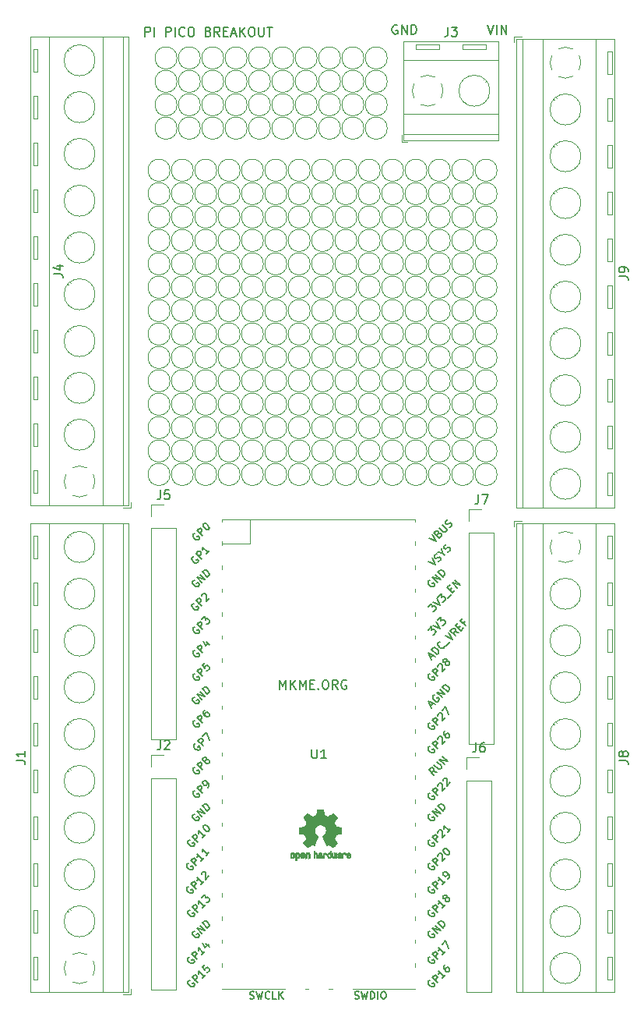
<source format=gbr>
%TF.GenerationSoftware,KiCad,Pcbnew,(5.1.6)-1*%
%TF.CreationDate,2021-02-04T13:55:20-05:00*%
%TF.ProjectId,MKME Pico Breakout,4d4b4d45-2050-4696-936f-20427265616b,rev?*%
%TF.SameCoordinates,Original*%
%TF.FileFunction,Legend,Top*%
%TF.FilePolarity,Positive*%
%FSLAX46Y46*%
G04 Gerber Fmt 4.6, Leading zero omitted, Abs format (unit mm)*
G04 Created by KiCad (PCBNEW (5.1.6)-1) date 2021-02-04 13:55:20*
%MOMM*%
%LPD*%
G01*
G04 APERTURE LIST*
%ADD10C,0.150000*%
%ADD11C,0.120000*%
%ADD12C,0.010000*%
G04 APERTURE END LIST*
D10*
X145224952Y-103322380D02*
X145224952Y-102322380D01*
X145558285Y-103036666D01*
X145891619Y-102322380D01*
X145891619Y-103322380D01*
X146367809Y-103322380D02*
X146367809Y-102322380D01*
X146939238Y-103322380D02*
X146510666Y-102750952D01*
X146939238Y-102322380D02*
X146367809Y-102893809D01*
X147367809Y-103322380D02*
X147367809Y-102322380D01*
X147701142Y-103036666D01*
X148034476Y-102322380D01*
X148034476Y-103322380D01*
X148510666Y-102798571D02*
X148844000Y-102798571D01*
X148986857Y-103322380D02*
X148510666Y-103322380D01*
X148510666Y-102322380D01*
X148986857Y-102322380D01*
X149415428Y-103227142D02*
X149463047Y-103274761D01*
X149415428Y-103322380D01*
X149367809Y-103274761D01*
X149415428Y-103227142D01*
X149415428Y-103322380D01*
X150082095Y-102322380D02*
X150272571Y-102322380D01*
X150367809Y-102370000D01*
X150463047Y-102465238D01*
X150510666Y-102655714D01*
X150510666Y-102989047D01*
X150463047Y-103179523D01*
X150367809Y-103274761D01*
X150272571Y-103322380D01*
X150082095Y-103322380D01*
X149986857Y-103274761D01*
X149891619Y-103179523D01*
X149844000Y-102989047D01*
X149844000Y-102655714D01*
X149891619Y-102465238D01*
X149986857Y-102370000D01*
X150082095Y-102322380D01*
X151510666Y-103322380D02*
X151177333Y-102846190D01*
X150939238Y-103322380D02*
X150939238Y-102322380D01*
X151320190Y-102322380D01*
X151415428Y-102370000D01*
X151463047Y-102417619D01*
X151510666Y-102512857D01*
X151510666Y-102655714D01*
X151463047Y-102750952D01*
X151415428Y-102798571D01*
X151320190Y-102846190D01*
X150939238Y-102846190D01*
X152463047Y-102370000D02*
X152367809Y-102322380D01*
X152224952Y-102322380D01*
X152082095Y-102370000D01*
X151986857Y-102465238D01*
X151939238Y-102560476D01*
X151891619Y-102750952D01*
X151891619Y-102893809D01*
X151939238Y-103084285D01*
X151986857Y-103179523D01*
X152082095Y-103274761D01*
X152224952Y-103322380D01*
X152320190Y-103322380D01*
X152463047Y-103274761D01*
X152510666Y-103227142D01*
X152510666Y-102893809D01*
X152320190Y-102893809D01*
X130580666Y-32456380D02*
X130580666Y-31456380D01*
X130961619Y-31456380D01*
X131056857Y-31504000D01*
X131104476Y-31551619D01*
X131152095Y-31646857D01*
X131152095Y-31789714D01*
X131104476Y-31884952D01*
X131056857Y-31932571D01*
X130961619Y-31980190D01*
X130580666Y-31980190D01*
X131580666Y-32456380D02*
X131580666Y-31456380D01*
X132818761Y-32456380D02*
X132818761Y-31456380D01*
X133199714Y-31456380D01*
X133294952Y-31504000D01*
X133342571Y-31551619D01*
X133390190Y-31646857D01*
X133390190Y-31789714D01*
X133342571Y-31884952D01*
X133294952Y-31932571D01*
X133199714Y-31980190D01*
X132818761Y-31980190D01*
X133818761Y-32456380D02*
X133818761Y-31456380D01*
X134866380Y-32361142D02*
X134818761Y-32408761D01*
X134675904Y-32456380D01*
X134580666Y-32456380D01*
X134437809Y-32408761D01*
X134342571Y-32313523D01*
X134294952Y-32218285D01*
X134247333Y-32027809D01*
X134247333Y-31884952D01*
X134294952Y-31694476D01*
X134342571Y-31599238D01*
X134437809Y-31504000D01*
X134580666Y-31456380D01*
X134675904Y-31456380D01*
X134818761Y-31504000D01*
X134866380Y-31551619D01*
X135485428Y-31456380D02*
X135675904Y-31456380D01*
X135771142Y-31504000D01*
X135866380Y-31599238D01*
X135914000Y-31789714D01*
X135914000Y-32123047D01*
X135866380Y-32313523D01*
X135771142Y-32408761D01*
X135675904Y-32456380D01*
X135485428Y-32456380D01*
X135390190Y-32408761D01*
X135294952Y-32313523D01*
X135247333Y-32123047D01*
X135247333Y-31789714D01*
X135294952Y-31599238D01*
X135390190Y-31504000D01*
X135485428Y-31456380D01*
X137437809Y-31932571D02*
X137580666Y-31980190D01*
X137628285Y-32027809D01*
X137675904Y-32123047D01*
X137675904Y-32265904D01*
X137628285Y-32361142D01*
X137580666Y-32408761D01*
X137485428Y-32456380D01*
X137104476Y-32456380D01*
X137104476Y-31456380D01*
X137437809Y-31456380D01*
X137533047Y-31504000D01*
X137580666Y-31551619D01*
X137628285Y-31646857D01*
X137628285Y-31742095D01*
X137580666Y-31837333D01*
X137533047Y-31884952D01*
X137437809Y-31932571D01*
X137104476Y-31932571D01*
X138675904Y-32456380D02*
X138342571Y-31980190D01*
X138104476Y-32456380D02*
X138104476Y-31456380D01*
X138485428Y-31456380D01*
X138580666Y-31504000D01*
X138628285Y-31551619D01*
X138675904Y-31646857D01*
X138675904Y-31789714D01*
X138628285Y-31884952D01*
X138580666Y-31932571D01*
X138485428Y-31980190D01*
X138104476Y-31980190D01*
X139104476Y-31932571D02*
X139437809Y-31932571D01*
X139580666Y-32456380D02*
X139104476Y-32456380D01*
X139104476Y-31456380D01*
X139580666Y-31456380D01*
X139961619Y-32170666D02*
X140437809Y-32170666D01*
X139866380Y-32456380D02*
X140199714Y-31456380D01*
X140533047Y-32456380D01*
X140866380Y-32456380D02*
X140866380Y-31456380D01*
X141437809Y-32456380D02*
X141009238Y-31884952D01*
X141437809Y-31456380D02*
X140866380Y-32027809D01*
X142056857Y-31456380D02*
X142247333Y-31456380D01*
X142342571Y-31504000D01*
X142437809Y-31599238D01*
X142485428Y-31789714D01*
X142485428Y-32123047D01*
X142437809Y-32313523D01*
X142342571Y-32408761D01*
X142247333Y-32456380D01*
X142056857Y-32456380D01*
X141961619Y-32408761D01*
X141866380Y-32313523D01*
X141818761Y-32123047D01*
X141818761Y-31789714D01*
X141866380Y-31599238D01*
X141961619Y-31504000D01*
X142056857Y-31456380D01*
X142914000Y-31456380D02*
X142914000Y-32265904D01*
X142961619Y-32361142D01*
X143009238Y-32408761D01*
X143104476Y-32456380D01*
X143294952Y-32456380D01*
X143390190Y-32408761D01*
X143437809Y-32361142D01*
X143485428Y-32265904D01*
X143485428Y-31456380D01*
X143818761Y-31456380D02*
X144390190Y-31456380D01*
X144104476Y-32456380D02*
X144104476Y-31456380D01*
X157988095Y-31250000D02*
X157892857Y-31202380D01*
X157750000Y-31202380D01*
X157607142Y-31250000D01*
X157511904Y-31345238D01*
X157464285Y-31440476D01*
X157416666Y-31630952D01*
X157416666Y-31773809D01*
X157464285Y-31964285D01*
X157511904Y-32059523D01*
X157607142Y-32154761D01*
X157750000Y-32202380D01*
X157845238Y-32202380D01*
X157988095Y-32154761D01*
X158035714Y-32107142D01*
X158035714Y-31773809D01*
X157845238Y-31773809D01*
X158464285Y-32202380D02*
X158464285Y-31202380D01*
X159035714Y-32202380D01*
X159035714Y-31202380D01*
X159511904Y-32202380D02*
X159511904Y-31202380D01*
X159750000Y-31202380D01*
X159892857Y-31250000D01*
X159988095Y-31345238D01*
X160035714Y-31440476D01*
X160083333Y-31630952D01*
X160083333Y-31773809D01*
X160035714Y-31964285D01*
X159988095Y-32059523D01*
X159892857Y-32154761D01*
X159750000Y-32202380D01*
X159511904Y-32202380D01*
X167814761Y-31202380D02*
X168148095Y-32202380D01*
X168481428Y-31202380D01*
X168814761Y-32202380D02*
X168814761Y-31202380D01*
X169290952Y-32202380D02*
X169290952Y-31202380D01*
X169862380Y-32202380D01*
X169862380Y-31202380D01*
D11*
%TO.C,U1*%
X138962000Y-84888001D02*
X159962000Y-84888001D01*
X145762000Y-135888001D02*
X138962000Y-135888001D01*
X138962000Y-87555001D02*
X141969000Y-87555001D01*
X141969000Y-87555001D02*
X141969000Y-84888001D01*
X138962000Y-84888001D02*
X138962000Y-85188001D01*
X138962000Y-87288001D02*
X138962000Y-87688001D01*
X138962000Y-89888001D02*
X138962000Y-90288001D01*
X138962000Y-92388001D02*
X138962000Y-92788001D01*
X138962000Y-94988001D02*
X138962000Y-95388001D01*
X138962000Y-97488001D02*
X138962000Y-97888001D01*
X138962000Y-99988001D02*
X138962000Y-100388001D01*
X138962000Y-102588001D02*
X138962000Y-102988001D01*
X138962000Y-105088001D02*
X138962000Y-105488001D01*
X138962000Y-107688001D02*
X138962000Y-108088001D01*
X138962000Y-110188001D02*
X138962000Y-110588001D01*
X138962000Y-112688001D02*
X138962000Y-113088001D01*
X138962000Y-115288001D02*
X138962000Y-115688001D01*
X138962000Y-117788001D02*
X138962000Y-118188001D01*
X138962000Y-120388001D02*
X138962000Y-120788001D01*
X138962000Y-122888001D02*
X138962000Y-123288001D01*
X138962000Y-125488001D02*
X138962000Y-125888001D01*
X138962000Y-127988001D02*
X138962000Y-128388001D01*
X138962000Y-130488001D02*
X138962000Y-130888001D01*
X138962000Y-133088001D02*
X138962000Y-133488001D01*
X159962000Y-99988001D02*
X159962000Y-100388001D01*
X159962000Y-105088001D02*
X159962000Y-105488001D01*
X159962000Y-112688001D02*
X159962000Y-113088001D01*
X159962000Y-120388001D02*
X159962000Y-120788001D01*
X159962000Y-89888001D02*
X159962000Y-90288001D01*
X159962000Y-87288001D02*
X159962000Y-87688001D01*
X159962000Y-94988001D02*
X159962000Y-95388001D01*
X159962000Y-127988001D02*
X159962000Y-128388001D01*
X159962000Y-133088001D02*
X159962000Y-133488001D01*
X159962000Y-130488001D02*
X159962000Y-130888001D01*
X159962000Y-115288001D02*
X159962000Y-115688001D01*
X159962000Y-110188001D02*
X159962000Y-110588001D01*
X159962000Y-97488001D02*
X159962000Y-97888001D01*
X159962000Y-102588001D02*
X159962000Y-102988001D01*
X159962000Y-122888001D02*
X159962000Y-123288001D01*
X159962000Y-107688001D02*
X159962000Y-108088001D01*
X159962000Y-84888001D02*
X159962000Y-85188001D01*
X159962000Y-92388001D02*
X159962000Y-92788001D01*
X159962000Y-117788001D02*
X159962000Y-118188001D01*
X159962000Y-125488001D02*
X159962000Y-125888001D01*
X159962000Y-135888001D02*
X153162000Y-135888001D01*
X147962000Y-135888001D02*
X148362000Y-135888001D01*
X150562000Y-135888001D02*
X150962000Y-135888001D01*
D12*
%TO.C,REF\u002A\u002A*%
G36*
X147205744Y-121045918D02*
G01*
X147261201Y-121073568D01*
X147310148Y-121124480D01*
X147323629Y-121143338D01*
X147338314Y-121168015D01*
X147347842Y-121194816D01*
X147353293Y-121230587D01*
X147355747Y-121282169D01*
X147356286Y-121350267D01*
X147353852Y-121443588D01*
X147345394Y-121513657D01*
X147329174Y-121565931D01*
X147303454Y-121605869D01*
X147266497Y-121638929D01*
X147263782Y-121640886D01*
X147227360Y-121660908D01*
X147183502Y-121670815D01*
X147127724Y-121673257D01*
X147037048Y-121673257D01*
X147037010Y-121761283D01*
X147036166Y-121810308D01*
X147031024Y-121839065D01*
X147017587Y-121856311D01*
X146991858Y-121870808D01*
X146985679Y-121873769D01*
X146956764Y-121887648D01*
X146934376Y-121896414D01*
X146917729Y-121897171D01*
X146906036Y-121887023D01*
X146898510Y-121863073D01*
X146894366Y-121822426D01*
X146892815Y-121762186D01*
X146893071Y-121679455D01*
X146894349Y-121571339D01*
X146894748Y-121539000D01*
X146896185Y-121427524D01*
X146897472Y-121354603D01*
X147036971Y-121354603D01*
X147037755Y-121416499D01*
X147041240Y-121456997D01*
X147049124Y-121483708D01*
X147063105Y-121504244D01*
X147072597Y-121514260D01*
X147111404Y-121543567D01*
X147145763Y-121545952D01*
X147181216Y-121521750D01*
X147182114Y-121520857D01*
X147196539Y-121502153D01*
X147205313Y-121476732D01*
X147209739Y-121437584D01*
X147211118Y-121377697D01*
X147211143Y-121364430D01*
X147207812Y-121281901D01*
X147196969Y-121224691D01*
X147177340Y-121189766D01*
X147147650Y-121174094D01*
X147130491Y-121172514D01*
X147089766Y-121179926D01*
X147061832Y-121204330D01*
X147045017Y-121248980D01*
X147037650Y-121317130D01*
X147036971Y-121354603D01*
X146897472Y-121354603D01*
X146897708Y-121341245D01*
X146899677Y-121276333D01*
X146902450Y-121228958D01*
X146906388Y-121195290D01*
X146911849Y-121171498D01*
X146919192Y-121153753D01*
X146928777Y-121138224D01*
X146932887Y-121132381D01*
X146987405Y-121077185D01*
X147056336Y-121045890D01*
X147136072Y-121037165D01*
X147205744Y-121045918D01*
G37*
X147205744Y-121045918D02*
X147261201Y-121073568D01*
X147310148Y-121124480D01*
X147323629Y-121143338D01*
X147338314Y-121168015D01*
X147347842Y-121194816D01*
X147353293Y-121230587D01*
X147355747Y-121282169D01*
X147356286Y-121350267D01*
X147353852Y-121443588D01*
X147345394Y-121513657D01*
X147329174Y-121565931D01*
X147303454Y-121605869D01*
X147266497Y-121638929D01*
X147263782Y-121640886D01*
X147227360Y-121660908D01*
X147183502Y-121670815D01*
X147127724Y-121673257D01*
X147037048Y-121673257D01*
X147037010Y-121761283D01*
X147036166Y-121810308D01*
X147031024Y-121839065D01*
X147017587Y-121856311D01*
X146991858Y-121870808D01*
X146985679Y-121873769D01*
X146956764Y-121887648D01*
X146934376Y-121896414D01*
X146917729Y-121897171D01*
X146906036Y-121887023D01*
X146898510Y-121863073D01*
X146894366Y-121822426D01*
X146892815Y-121762186D01*
X146893071Y-121679455D01*
X146894349Y-121571339D01*
X146894748Y-121539000D01*
X146896185Y-121427524D01*
X146897472Y-121354603D01*
X147036971Y-121354603D01*
X147037755Y-121416499D01*
X147041240Y-121456997D01*
X147049124Y-121483708D01*
X147063105Y-121504244D01*
X147072597Y-121514260D01*
X147111404Y-121543567D01*
X147145763Y-121545952D01*
X147181216Y-121521750D01*
X147182114Y-121520857D01*
X147196539Y-121502153D01*
X147205313Y-121476732D01*
X147209739Y-121437584D01*
X147211118Y-121377697D01*
X147211143Y-121364430D01*
X147207812Y-121281901D01*
X147196969Y-121224691D01*
X147177340Y-121189766D01*
X147147650Y-121174094D01*
X147130491Y-121172514D01*
X147089766Y-121179926D01*
X147061832Y-121204330D01*
X147045017Y-121248980D01*
X147037650Y-121317130D01*
X147036971Y-121354603D01*
X146897472Y-121354603D01*
X146897708Y-121341245D01*
X146899677Y-121276333D01*
X146902450Y-121228958D01*
X146906388Y-121195290D01*
X146911849Y-121171498D01*
X146919192Y-121153753D01*
X146928777Y-121138224D01*
X146932887Y-121132381D01*
X146987405Y-121077185D01*
X147056336Y-121045890D01*
X147136072Y-121037165D01*
X147205744Y-121045918D01*
G36*
X148322093Y-121053780D02*
G01*
X148368672Y-121080723D01*
X148401057Y-121107466D01*
X148424742Y-121135484D01*
X148441059Y-121169748D01*
X148451339Y-121215227D01*
X148456914Y-121276892D01*
X148459116Y-121359711D01*
X148459371Y-121419246D01*
X148459371Y-121638391D01*
X148397686Y-121666044D01*
X148336000Y-121693697D01*
X148328743Y-121453670D01*
X148325744Y-121364028D01*
X148322598Y-121298962D01*
X148318701Y-121254026D01*
X148313447Y-121224770D01*
X148306231Y-121206748D01*
X148296450Y-121195511D01*
X148293312Y-121193079D01*
X148245761Y-121174083D01*
X148197697Y-121181600D01*
X148169086Y-121201543D01*
X148157447Y-121215675D01*
X148149391Y-121234220D01*
X148144271Y-121262334D01*
X148141441Y-121305173D01*
X148140256Y-121367895D01*
X148140057Y-121433261D01*
X148140018Y-121515268D01*
X148138614Y-121573316D01*
X148133914Y-121612465D01*
X148123987Y-121637780D01*
X148106903Y-121654323D01*
X148080732Y-121667156D01*
X148045775Y-121680491D01*
X148007596Y-121695007D01*
X148012141Y-121437389D01*
X148013971Y-121344519D01*
X148016112Y-121275889D01*
X148019181Y-121226711D01*
X148023794Y-121192198D01*
X148030568Y-121167562D01*
X148040119Y-121148016D01*
X148051634Y-121130770D01*
X148107190Y-121075680D01*
X148174980Y-121043822D01*
X148248713Y-121036191D01*
X148322093Y-121053780D01*
G37*
X148322093Y-121053780D02*
X148368672Y-121080723D01*
X148401057Y-121107466D01*
X148424742Y-121135484D01*
X148441059Y-121169748D01*
X148451339Y-121215227D01*
X148456914Y-121276892D01*
X148459116Y-121359711D01*
X148459371Y-121419246D01*
X148459371Y-121638391D01*
X148397686Y-121666044D01*
X148336000Y-121693697D01*
X148328743Y-121453670D01*
X148325744Y-121364028D01*
X148322598Y-121298962D01*
X148318701Y-121254026D01*
X148313447Y-121224770D01*
X148306231Y-121206748D01*
X148296450Y-121195511D01*
X148293312Y-121193079D01*
X148245761Y-121174083D01*
X148197697Y-121181600D01*
X148169086Y-121201543D01*
X148157447Y-121215675D01*
X148149391Y-121234220D01*
X148144271Y-121262334D01*
X148141441Y-121305173D01*
X148140256Y-121367895D01*
X148140057Y-121433261D01*
X148140018Y-121515268D01*
X148138614Y-121573316D01*
X148133914Y-121612465D01*
X148123987Y-121637780D01*
X148106903Y-121654323D01*
X148080732Y-121667156D01*
X148045775Y-121680491D01*
X148007596Y-121695007D01*
X148012141Y-121437389D01*
X148013971Y-121344519D01*
X148016112Y-121275889D01*
X148019181Y-121226711D01*
X148023794Y-121192198D01*
X148030568Y-121167562D01*
X148040119Y-121148016D01*
X148051634Y-121130770D01*
X148107190Y-121075680D01*
X148174980Y-121043822D01*
X148248713Y-121036191D01*
X148322093Y-121053780D01*
G36*
X146647115Y-121047962D02*
G01*
X146715145Y-121083733D01*
X146765351Y-121141301D01*
X146783185Y-121178312D01*
X146797063Y-121233882D01*
X146804167Y-121304096D01*
X146804840Y-121380727D01*
X146799427Y-121455552D01*
X146788270Y-121520342D01*
X146771714Y-121566873D01*
X146766626Y-121574887D01*
X146706355Y-121634707D01*
X146634769Y-121670535D01*
X146557092Y-121681020D01*
X146478548Y-121664810D01*
X146456689Y-121655092D01*
X146414122Y-121625143D01*
X146376763Y-121585433D01*
X146373232Y-121580397D01*
X146358881Y-121556124D01*
X146349394Y-121530178D01*
X146343790Y-121496022D01*
X146341086Y-121447119D01*
X146340299Y-121376935D01*
X146340286Y-121361200D01*
X146340322Y-121356192D01*
X146485429Y-121356192D01*
X146486273Y-121422430D01*
X146489596Y-121466386D01*
X146496583Y-121494779D01*
X146508416Y-121514325D01*
X146514457Y-121520857D01*
X146549186Y-121545680D01*
X146582903Y-121544548D01*
X146616995Y-121523016D01*
X146637329Y-121500029D01*
X146649371Y-121466478D01*
X146656134Y-121413569D01*
X146656598Y-121407399D01*
X146657752Y-121311513D01*
X146645688Y-121240299D01*
X146620570Y-121194194D01*
X146582560Y-121173635D01*
X146568992Y-121172514D01*
X146533364Y-121178152D01*
X146508994Y-121197686D01*
X146494093Y-121235042D01*
X146486875Y-121294150D01*
X146485429Y-121356192D01*
X146340322Y-121356192D01*
X146340826Y-121286413D01*
X146343096Y-121234159D01*
X146348068Y-121197949D01*
X146356713Y-121171299D01*
X146370005Y-121147722D01*
X146372943Y-121143338D01*
X146422313Y-121084249D01*
X146476109Y-121049947D01*
X146541602Y-121036331D01*
X146563842Y-121035665D01*
X146647115Y-121047962D01*
G37*
X146647115Y-121047962D02*
X146715145Y-121083733D01*
X146765351Y-121141301D01*
X146783185Y-121178312D01*
X146797063Y-121233882D01*
X146804167Y-121304096D01*
X146804840Y-121380727D01*
X146799427Y-121455552D01*
X146788270Y-121520342D01*
X146771714Y-121566873D01*
X146766626Y-121574887D01*
X146706355Y-121634707D01*
X146634769Y-121670535D01*
X146557092Y-121681020D01*
X146478548Y-121664810D01*
X146456689Y-121655092D01*
X146414122Y-121625143D01*
X146376763Y-121585433D01*
X146373232Y-121580397D01*
X146358881Y-121556124D01*
X146349394Y-121530178D01*
X146343790Y-121496022D01*
X146341086Y-121447119D01*
X146340299Y-121376935D01*
X146340286Y-121361200D01*
X146340322Y-121356192D01*
X146485429Y-121356192D01*
X146486273Y-121422430D01*
X146489596Y-121466386D01*
X146496583Y-121494779D01*
X146508416Y-121514325D01*
X146514457Y-121520857D01*
X146549186Y-121545680D01*
X146582903Y-121544548D01*
X146616995Y-121523016D01*
X146637329Y-121500029D01*
X146649371Y-121466478D01*
X146656134Y-121413569D01*
X146656598Y-121407399D01*
X146657752Y-121311513D01*
X146645688Y-121240299D01*
X146620570Y-121194194D01*
X146582560Y-121173635D01*
X146568992Y-121172514D01*
X146533364Y-121178152D01*
X146508994Y-121197686D01*
X146494093Y-121235042D01*
X146486875Y-121294150D01*
X146485429Y-121356192D01*
X146340322Y-121356192D01*
X146340826Y-121286413D01*
X146343096Y-121234159D01*
X146348068Y-121197949D01*
X146356713Y-121171299D01*
X146370005Y-121147722D01*
X146372943Y-121143338D01*
X146422313Y-121084249D01*
X146476109Y-121049947D01*
X146541602Y-121036331D01*
X146563842Y-121035665D01*
X146647115Y-121047962D01*
G36*
X147774303Y-121057239D02*
G01*
X147831527Y-121095735D01*
X147875749Y-121151335D01*
X147902167Y-121222086D01*
X147907510Y-121274162D01*
X147906903Y-121295893D01*
X147901822Y-121312531D01*
X147887855Y-121327437D01*
X147860589Y-121343973D01*
X147815612Y-121365498D01*
X147748511Y-121395374D01*
X147748171Y-121395524D01*
X147686407Y-121423813D01*
X147635759Y-121448933D01*
X147601404Y-121468179D01*
X147588518Y-121478848D01*
X147588514Y-121478934D01*
X147599872Y-121502166D01*
X147626431Y-121527774D01*
X147656923Y-121546221D01*
X147672370Y-121549886D01*
X147714515Y-121537212D01*
X147750808Y-121505471D01*
X147768517Y-121470572D01*
X147785552Y-121444845D01*
X147818922Y-121415546D01*
X147858149Y-121390235D01*
X147892756Y-121376471D01*
X147899993Y-121375714D01*
X147908139Y-121388160D01*
X147908630Y-121419972D01*
X147902643Y-121462866D01*
X147891357Y-121508558D01*
X147875950Y-121548761D01*
X147875171Y-121550322D01*
X147828804Y-121615062D01*
X147768711Y-121659097D01*
X147700465Y-121680711D01*
X147629638Y-121678185D01*
X147561804Y-121649804D01*
X147558788Y-121647808D01*
X147505427Y-121599448D01*
X147470340Y-121536352D01*
X147450922Y-121453387D01*
X147448316Y-121430078D01*
X147443701Y-121320055D01*
X147449233Y-121268748D01*
X147588514Y-121268748D01*
X147590324Y-121300753D01*
X147600222Y-121310093D01*
X147624898Y-121303105D01*
X147663795Y-121286587D01*
X147707275Y-121265881D01*
X147708356Y-121265333D01*
X147745209Y-121245949D01*
X147760000Y-121233013D01*
X147756353Y-121219451D01*
X147740995Y-121201632D01*
X147701923Y-121175845D01*
X147659846Y-121173950D01*
X147622103Y-121192717D01*
X147596034Y-121228915D01*
X147588514Y-121268748D01*
X147449233Y-121268748D01*
X147453194Y-121232027D01*
X147477550Y-121162212D01*
X147511456Y-121113302D01*
X147572653Y-121063878D01*
X147640063Y-121039359D01*
X147708880Y-121037797D01*
X147774303Y-121057239D01*
G37*
X147774303Y-121057239D02*
X147831527Y-121095735D01*
X147875749Y-121151335D01*
X147902167Y-121222086D01*
X147907510Y-121274162D01*
X147906903Y-121295893D01*
X147901822Y-121312531D01*
X147887855Y-121327437D01*
X147860589Y-121343973D01*
X147815612Y-121365498D01*
X147748511Y-121395374D01*
X147748171Y-121395524D01*
X147686407Y-121423813D01*
X147635759Y-121448933D01*
X147601404Y-121468179D01*
X147588518Y-121478848D01*
X147588514Y-121478934D01*
X147599872Y-121502166D01*
X147626431Y-121527774D01*
X147656923Y-121546221D01*
X147672370Y-121549886D01*
X147714515Y-121537212D01*
X147750808Y-121505471D01*
X147768517Y-121470572D01*
X147785552Y-121444845D01*
X147818922Y-121415546D01*
X147858149Y-121390235D01*
X147892756Y-121376471D01*
X147899993Y-121375714D01*
X147908139Y-121388160D01*
X147908630Y-121419972D01*
X147902643Y-121462866D01*
X147891357Y-121508558D01*
X147875950Y-121548761D01*
X147875171Y-121550322D01*
X147828804Y-121615062D01*
X147768711Y-121659097D01*
X147700465Y-121680711D01*
X147629638Y-121678185D01*
X147561804Y-121649804D01*
X147558788Y-121647808D01*
X147505427Y-121599448D01*
X147470340Y-121536352D01*
X147450922Y-121453387D01*
X147448316Y-121430078D01*
X147443701Y-121320055D01*
X147449233Y-121268748D01*
X147588514Y-121268748D01*
X147590324Y-121300753D01*
X147600222Y-121310093D01*
X147624898Y-121303105D01*
X147663795Y-121286587D01*
X147707275Y-121265881D01*
X147708356Y-121265333D01*
X147745209Y-121245949D01*
X147760000Y-121233013D01*
X147756353Y-121219451D01*
X147740995Y-121201632D01*
X147701923Y-121175845D01*
X147659846Y-121173950D01*
X147622103Y-121192717D01*
X147596034Y-121228915D01*
X147588514Y-121268748D01*
X147449233Y-121268748D01*
X147453194Y-121232027D01*
X147477550Y-121162212D01*
X147511456Y-121113302D01*
X147572653Y-121063878D01*
X147640063Y-121039359D01*
X147708880Y-121037797D01*
X147774303Y-121057239D01*
G36*
X148981886Y-120977289D02*
G01*
X148986139Y-121036613D01*
X148991025Y-121071572D01*
X148997795Y-121086820D01*
X149007702Y-121087015D01*
X149010914Y-121085195D01*
X149053644Y-121072015D01*
X149109227Y-121072785D01*
X149165737Y-121086333D01*
X149201082Y-121103861D01*
X149237321Y-121131861D01*
X149263813Y-121163549D01*
X149281999Y-121203813D01*
X149293322Y-121257543D01*
X149299222Y-121329626D01*
X149301143Y-121424951D01*
X149301177Y-121443237D01*
X149301200Y-121648646D01*
X149255491Y-121664580D01*
X149223027Y-121675420D01*
X149205215Y-121680468D01*
X149204691Y-121680514D01*
X149202937Y-121666828D01*
X149201444Y-121629076D01*
X149200326Y-121572224D01*
X149199697Y-121501234D01*
X149199600Y-121458073D01*
X149199398Y-121372973D01*
X149198358Y-121311981D01*
X149195831Y-121270177D01*
X149191164Y-121242642D01*
X149183707Y-121224456D01*
X149172811Y-121210698D01*
X149166007Y-121204073D01*
X149119272Y-121177375D01*
X149068272Y-121175375D01*
X149022001Y-121197955D01*
X149013444Y-121206107D01*
X149000893Y-121221436D01*
X148992188Y-121239618D01*
X148986631Y-121265909D01*
X148983526Y-121305562D01*
X148982176Y-121363832D01*
X148981886Y-121444173D01*
X148981886Y-121648646D01*
X148936177Y-121664580D01*
X148903713Y-121675420D01*
X148885901Y-121680468D01*
X148885377Y-121680514D01*
X148884037Y-121666623D01*
X148882828Y-121627439D01*
X148881801Y-121566700D01*
X148881002Y-121488141D01*
X148880481Y-121395498D01*
X148880286Y-121292509D01*
X148880286Y-120895342D01*
X148927457Y-120875444D01*
X148974629Y-120855547D01*
X148981886Y-120977289D01*
G37*
X148981886Y-120977289D02*
X148986139Y-121036613D01*
X148991025Y-121071572D01*
X148997795Y-121086820D01*
X149007702Y-121087015D01*
X149010914Y-121085195D01*
X149053644Y-121072015D01*
X149109227Y-121072785D01*
X149165737Y-121086333D01*
X149201082Y-121103861D01*
X149237321Y-121131861D01*
X149263813Y-121163549D01*
X149281999Y-121203813D01*
X149293322Y-121257543D01*
X149299222Y-121329626D01*
X149301143Y-121424951D01*
X149301177Y-121443237D01*
X149301200Y-121648646D01*
X149255491Y-121664580D01*
X149223027Y-121675420D01*
X149205215Y-121680468D01*
X149204691Y-121680514D01*
X149202937Y-121666828D01*
X149201444Y-121629076D01*
X149200326Y-121572224D01*
X149199697Y-121501234D01*
X149199600Y-121458073D01*
X149199398Y-121372973D01*
X149198358Y-121311981D01*
X149195831Y-121270177D01*
X149191164Y-121242642D01*
X149183707Y-121224456D01*
X149172811Y-121210698D01*
X149166007Y-121204073D01*
X149119272Y-121177375D01*
X149068272Y-121175375D01*
X149022001Y-121197955D01*
X149013444Y-121206107D01*
X149000893Y-121221436D01*
X148992188Y-121239618D01*
X148986631Y-121265909D01*
X148983526Y-121305562D01*
X148982176Y-121363832D01*
X148981886Y-121444173D01*
X148981886Y-121648646D01*
X148936177Y-121664580D01*
X148903713Y-121675420D01*
X148885901Y-121680468D01*
X148885377Y-121680514D01*
X148884037Y-121666623D01*
X148882828Y-121627439D01*
X148881801Y-121566700D01*
X148881002Y-121488141D01*
X148880481Y-121395498D01*
X148880286Y-121292509D01*
X148880286Y-120895342D01*
X148927457Y-120875444D01*
X148974629Y-120855547D01*
X148981886Y-120977289D01*
G36*
X149645744Y-121076968D02*
G01*
X149702616Y-121098087D01*
X149703267Y-121098493D01*
X149738440Y-121124380D01*
X149764407Y-121154633D01*
X149782670Y-121194058D01*
X149794732Y-121247462D01*
X149802096Y-121319651D01*
X149806264Y-121415432D01*
X149806629Y-121429078D01*
X149811876Y-121634842D01*
X149767716Y-121657678D01*
X149735763Y-121673110D01*
X149716470Y-121680423D01*
X149715578Y-121680514D01*
X149712239Y-121667022D01*
X149709587Y-121630626D01*
X149707956Y-121577452D01*
X149707600Y-121534393D01*
X149707592Y-121464641D01*
X149704403Y-121420837D01*
X149693288Y-121399944D01*
X149669501Y-121398925D01*
X149628296Y-121414741D01*
X149566086Y-121443815D01*
X149520341Y-121467963D01*
X149496813Y-121488913D01*
X149489896Y-121511747D01*
X149489886Y-121512877D01*
X149501299Y-121552212D01*
X149535092Y-121573462D01*
X149586809Y-121576539D01*
X149624061Y-121576006D01*
X149643703Y-121586735D01*
X149655952Y-121612505D01*
X149663002Y-121645337D01*
X149652842Y-121663966D01*
X149649017Y-121666632D01*
X149613001Y-121677340D01*
X149562566Y-121678856D01*
X149510626Y-121671759D01*
X149473822Y-121658788D01*
X149422938Y-121615585D01*
X149394014Y-121555446D01*
X149388286Y-121508462D01*
X149392657Y-121466082D01*
X149408475Y-121431488D01*
X149439797Y-121400763D01*
X149490678Y-121369990D01*
X149565176Y-121335252D01*
X149569714Y-121333288D01*
X149636821Y-121302287D01*
X149678232Y-121276862D01*
X149695981Y-121254014D01*
X149692107Y-121230745D01*
X149668643Y-121204056D01*
X149661627Y-121197914D01*
X149614630Y-121174100D01*
X149565933Y-121175103D01*
X149523522Y-121198451D01*
X149495384Y-121241675D01*
X149492769Y-121250160D01*
X149467308Y-121291308D01*
X149435001Y-121311128D01*
X149388286Y-121330770D01*
X149388286Y-121279950D01*
X149402496Y-121206082D01*
X149444675Y-121138327D01*
X149466624Y-121115661D01*
X149516517Y-121086569D01*
X149579967Y-121073400D01*
X149645744Y-121076968D01*
G37*
X149645744Y-121076968D02*
X149702616Y-121098087D01*
X149703267Y-121098493D01*
X149738440Y-121124380D01*
X149764407Y-121154633D01*
X149782670Y-121194058D01*
X149794732Y-121247462D01*
X149802096Y-121319651D01*
X149806264Y-121415432D01*
X149806629Y-121429078D01*
X149811876Y-121634842D01*
X149767716Y-121657678D01*
X149735763Y-121673110D01*
X149716470Y-121680423D01*
X149715578Y-121680514D01*
X149712239Y-121667022D01*
X149709587Y-121630626D01*
X149707956Y-121577452D01*
X149707600Y-121534393D01*
X149707592Y-121464641D01*
X149704403Y-121420837D01*
X149693288Y-121399944D01*
X149669501Y-121398925D01*
X149628296Y-121414741D01*
X149566086Y-121443815D01*
X149520341Y-121467963D01*
X149496813Y-121488913D01*
X149489896Y-121511747D01*
X149489886Y-121512877D01*
X149501299Y-121552212D01*
X149535092Y-121573462D01*
X149586809Y-121576539D01*
X149624061Y-121576006D01*
X149643703Y-121586735D01*
X149655952Y-121612505D01*
X149663002Y-121645337D01*
X149652842Y-121663966D01*
X149649017Y-121666632D01*
X149613001Y-121677340D01*
X149562566Y-121678856D01*
X149510626Y-121671759D01*
X149473822Y-121658788D01*
X149422938Y-121615585D01*
X149394014Y-121555446D01*
X149388286Y-121508462D01*
X149392657Y-121466082D01*
X149408475Y-121431488D01*
X149439797Y-121400763D01*
X149490678Y-121369990D01*
X149565176Y-121335252D01*
X149569714Y-121333288D01*
X149636821Y-121302287D01*
X149678232Y-121276862D01*
X149695981Y-121254014D01*
X149692107Y-121230745D01*
X149668643Y-121204056D01*
X149661627Y-121197914D01*
X149614630Y-121174100D01*
X149565933Y-121175103D01*
X149523522Y-121198451D01*
X149495384Y-121241675D01*
X149492769Y-121250160D01*
X149467308Y-121291308D01*
X149435001Y-121311128D01*
X149388286Y-121330770D01*
X149388286Y-121279950D01*
X149402496Y-121206082D01*
X149444675Y-121138327D01*
X149466624Y-121115661D01*
X149516517Y-121086569D01*
X149579967Y-121073400D01*
X149645744Y-121076968D01*
G36*
X150135926Y-121075755D02*
G01*
X150201858Y-121100084D01*
X150255273Y-121143117D01*
X150276164Y-121173409D01*
X150298939Y-121228994D01*
X150298466Y-121269186D01*
X150274562Y-121296217D01*
X150265717Y-121300813D01*
X150227530Y-121315144D01*
X150208028Y-121311472D01*
X150201422Y-121287407D01*
X150201086Y-121274114D01*
X150188992Y-121225210D01*
X150157471Y-121190999D01*
X150113659Y-121174476D01*
X150064695Y-121178634D01*
X150024894Y-121200227D01*
X150011450Y-121212544D01*
X150001921Y-121227487D01*
X149995485Y-121250075D01*
X149991317Y-121285328D01*
X149988597Y-121338266D01*
X149986502Y-121413907D01*
X149985960Y-121437857D01*
X149983981Y-121519790D01*
X149981731Y-121577455D01*
X149978357Y-121615608D01*
X149973006Y-121639004D01*
X149964824Y-121652398D01*
X149952959Y-121660545D01*
X149945362Y-121664144D01*
X149913102Y-121676452D01*
X149894111Y-121680514D01*
X149887836Y-121666948D01*
X149884006Y-121625934D01*
X149882600Y-121556999D01*
X149883598Y-121459669D01*
X149883908Y-121444657D01*
X149886101Y-121355859D01*
X149888693Y-121291019D01*
X149892382Y-121245067D01*
X149897864Y-121212935D01*
X149905835Y-121189553D01*
X149916993Y-121169852D01*
X149922830Y-121161410D01*
X149956296Y-121124057D01*
X149993727Y-121095003D01*
X149998309Y-121092467D01*
X150065426Y-121072443D01*
X150135926Y-121075755D01*
G37*
X150135926Y-121075755D02*
X150201858Y-121100084D01*
X150255273Y-121143117D01*
X150276164Y-121173409D01*
X150298939Y-121228994D01*
X150298466Y-121269186D01*
X150274562Y-121296217D01*
X150265717Y-121300813D01*
X150227530Y-121315144D01*
X150208028Y-121311472D01*
X150201422Y-121287407D01*
X150201086Y-121274114D01*
X150188992Y-121225210D01*
X150157471Y-121190999D01*
X150113659Y-121174476D01*
X150064695Y-121178634D01*
X150024894Y-121200227D01*
X150011450Y-121212544D01*
X150001921Y-121227487D01*
X149995485Y-121250075D01*
X149991317Y-121285328D01*
X149988597Y-121338266D01*
X149986502Y-121413907D01*
X149985960Y-121437857D01*
X149983981Y-121519790D01*
X149981731Y-121577455D01*
X149978357Y-121615608D01*
X149973006Y-121639004D01*
X149964824Y-121652398D01*
X149952959Y-121660545D01*
X149945362Y-121664144D01*
X149913102Y-121676452D01*
X149894111Y-121680514D01*
X149887836Y-121666948D01*
X149884006Y-121625934D01*
X149882600Y-121556999D01*
X149883598Y-121459669D01*
X149883908Y-121444657D01*
X149886101Y-121355859D01*
X149888693Y-121291019D01*
X149892382Y-121245067D01*
X149897864Y-121212935D01*
X149905835Y-121189553D01*
X149916993Y-121169852D01*
X149922830Y-121161410D01*
X149956296Y-121124057D01*
X149993727Y-121095003D01*
X149998309Y-121092467D01*
X150065426Y-121072443D01*
X150135926Y-121075755D01*
G36*
X150796117Y-121191358D02*
G01*
X150795933Y-121299837D01*
X150795219Y-121383287D01*
X150793675Y-121445704D01*
X150791001Y-121491085D01*
X150786894Y-121523429D01*
X150781055Y-121546733D01*
X150773182Y-121564995D01*
X150767221Y-121575418D01*
X150717855Y-121631945D01*
X150655264Y-121667377D01*
X150586013Y-121680090D01*
X150516668Y-121668463D01*
X150475375Y-121647568D01*
X150432025Y-121611422D01*
X150402481Y-121567276D01*
X150384655Y-121509462D01*
X150376463Y-121432313D01*
X150375302Y-121375714D01*
X150375458Y-121371647D01*
X150476857Y-121371647D01*
X150477476Y-121436550D01*
X150480314Y-121479514D01*
X150486840Y-121507622D01*
X150498523Y-121527953D01*
X150512483Y-121543288D01*
X150559365Y-121572890D01*
X150609701Y-121575419D01*
X150657276Y-121550705D01*
X150660979Y-121547356D01*
X150676783Y-121529935D01*
X150686693Y-121509209D01*
X150692058Y-121478362D01*
X150694228Y-121430577D01*
X150694571Y-121377748D01*
X150693827Y-121311381D01*
X150690748Y-121267106D01*
X150684061Y-121238009D01*
X150672496Y-121217173D01*
X150663013Y-121206107D01*
X150618960Y-121178198D01*
X150568224Y-121174843D01*
X150519796Y-121196159D01*
X150510450Y-121204073D01*
X150494540Y-121221647D01*
X150484610Y-121242587D01*
X150479278Y-121273782D01*
X150477163Y-121322122D01*
X150476857Y-121371647D01*
X150375458Y-121371647D01*
X150378810Y-121284568D01*
X150390726Y-121216086D01*
X150413135Y-121164600D01*
X150448124Y-121124443D01*
X150475375Y-121103861D01*
X150524907Y-121081625D01*
X150582316Y-121071304D01*
X150635682Y-121074067D01*
X150665543Y-121085212D01*
X150677261Y-121088383D01*
X150685037Y-121076557D01*
X150690465Y-121044866D01*
X150694571Y-120996593D01*
X150699067Y-120942829D01*
X150705313Y-120910482D01*
X150716676Y-120891985D01*
X150736528Y-120879770D01*
X150749000Y-120874362D01*
X150796171Y-120854601D01*
X150796117Y-121191358D01*
G37*
X150796117Y-121191358D02*
X150795933Y-121299837D01*
X150795219Y-121383287D01*
X150793675Y-121445704D01*
X150791001Y-121491085D01*
X150786894Y-121523429D01*
X150781055Y-121546733D01*
X150773182Y-121564995D01*
X150767221Y-121575418D01*
X150717855Y-121631945D01*
X150655264Y-121667377D01*
X150586013Y-121680090D01*
X150516668Y-121668463D01*
X150475375Y-121647568D01*
X150432025Y-121611422D01*
X150402481Y-121567276D01*
X150384655Y-121509462D01*
X150376463Y-121432313D01*
X150375302Y-121375714D01*
X150375458Y-121371647D01*
X150476857Y-121371647D01*
X150477476Y-121436550D01*
X150480314Y-121479514D01*
X150486840Y-121507622D01*
X150498523Y-121527953D01*
X150512483Y-121543288D01*
X150559365Y-121572890D01*
X150609701Y-121575419D01*
X150657276Y-121550705D01*
X150660979Y-121547356D01*
X150676783Y-121529935D01*
X150686693Y-121509209D01*
X150692058Y-121478362D01*
X150694228Y-121430577D01*
X150694571Y-121377748D01*
X150693827Y-121311381D01*
X150690748Y-121267106D01*
X150684061Y-121238009D01*
X150672496Y-121217173D01*
X150663013Y-121206107D01*
X150618960Y-121178198D01*
X150568224Y-121174843D01*
X150519796Y-121196159D01*
X150510450Y-121204073D01*
X150494540Y-121221647D01*
X150484610Y-121242587D01*
X150479278Y-121273782D01*
X150477163Y-121322122D01*
X150476857Y-121371647D01*
X150375458Y-121371647D01*
X150378810Y-121284568D01*
X150390726Y-121216086D01*
X150413135Y-121164600D01*
X150448124Y-121124443D01*
X150475375Y-121103861D01*
X150524907Y-121081625D01*
X150582316Y-121071304D01*
X150635682Y-121074067D01*
X150665543Y-121085212D01*
X150677261Y-121088383D01*
X150685037Y-121076557D01*
X150690465Y-121044866D01*
X150694571Y-120996593D01*
X150699067Y-120942829D01*
X150705313Y-120910482D01*
X150716676Y-120891985D01*
X150736528Y-120879770D01*
X150749000Y-120874362D01*
X150796171Y-120854601D01*
X150796117Y-121191358D01*
G36*
X151385833Y-121084663D02*
G01*
X151388048Y-121122850D01*
X151389784Y-121180886D01*
X151390899Y-121254180D01*
X151391257Y-121331055D01*
X151391257Y-121591196D01*
X151345326Y-121637127D01*
X151313675Y-121665429D01*
X151285890Y-121676893D01*
X151247915Y-121676168D01*
X151232840Y-121674321D01*
X151185726Y-121668948D01*
X151146756Y-121665869D01*
X151137257Y-121665585D01*
X151105233Y-121667445D01*
X151059432Y-121672114D01*
X151041674Y-121674321D01*
X150998057Y-121677735D01*
X150968745Y-121670320D01*
X150939680Y-121647427D01*
X150929188Y-121637127D01*
X150883257Y-121591196D01*
X150883257Y-121104602D01*
X150920226Y-121087758D01*
X150952059Y-121075282D01*
X150970683Y-121070914D01*
X150975458Y-121084718D01*
X150979921Y-121123286D01*
X150983775Y-121182356D01*
X150986722Y-121257663D01*
X150988143Y-121321286D01*
X150992114Y-121571657D01*
X151026759Y-121576556D01*
X151058268Y-121573131D01*
X151073708Y-121562041D01*
X151078023Y-121541308D01*
X151081708Y-121497145D01*
X151084469Y-121435146D01*
X151086012Y-121360909D01*
X151086235Y-121322706D01*
X151086457Y-121102783D01*
X151132166Y-121086849D01*
X151164518Y-121076015D01*
X151182115Y-121070962D01*
X151182623Y-121070914D01*
X151184388Y-121084648D01*
X151186329Y-121122730D01*
X151188282Y-121180482D01*
X151190084Y-121253227D01*
X151191343Y-121321286D01*
X151195314Y-121571657D01*
X151282400Y-121571657D01*
X151286396Y-121343240D01*
X151290392Y-121114822D01*
X151332847Y-121092868D01*
X151364192Y-121077793D01*
X151382744Y-121070951D01*
X151383279Y-121070914D01*
X151385833Y-121084663D01*
G37*
X151385833Y-121084663D02*
X151388048Y-121122850D01*
X151389784Y-121180886D01*
X151390899Y-121254180D01*
X151391257Y-121331055D01*
X151391257Y-121591196D01*
X151345326Y-121637127D01*
X151313675Y-121665429D01*
X151285890Y-121676893D01*
X151247915Y-121676168D01*
X151232840Y-121674321D01*
X151185726Y-121668948D01*
X151146756Y-121665869D01*
X151137257Y-121665585D01*
X151105233Y-121667445D01*
X151059432Y-121672114D01*
X151041674Y-121674321D01*
X150998057Y-121677735D01*
X150968745Y-121670320D01*
X150939680Y-121647427D01*
X150929188Y-121637127D01*
X150883257Y-121591196D01*
X150883257Y-121104602D01*
X150920226Y-121087758D01*
X150952059Y-121075282D01*
X150970683Y-121070914D01*
X150975458Y-121084718D01*
X150979921Y-121123286D01*
X150983775Y-121182356D01*
X150986722Y-121257663D01*
X150988143Y-121321286D01*
X150992114Y-121571657D01*
X151026759Y-121576556D01*
X151058268Y-121573131D01*
X151073708Y-121562041D01*
X151078023Y-121541308D01*
X151081708Y-121497145D01*
X151084469Y-121435146D01*
X151086012Y-121360909D01*
X151086235Y-121322706D01*
X151086457Y-121102783D01*
X151132166Y-121086849D01*
X151164518Y-121076015D01*
X151182115Y-121070962D01*
X151182623Y-121070914D01*
X151184388Y-121084648D01*
X151186329Y-121122730D01*
X151188282Y-121180482D01*
X151190084Y-121253227D01*
X151191343Y-121321286D01*
X151195314Y-121571657D01*
X151282400Y-121571657D01*
X151286396Y-121343240D01*
X151290392Y-121114822D01*
X151332847Y-121092868D01*
X151364192Y-121077793D01*
X151382744Y-121070951D01*
X151383279Y-121070914D01*
X151385833Y-121084663D01*
G36*
X151750876Y-121082335D02*
G01*
X151792667Y-121101344D01*
X151825469Y-121124378D01*
X151849503Y-121150133D01*
X151866097Y-121183358D01*
X151876577Y-121228800D01*
X151882271Y-121291207D01*
X151884507Y-121375327D01*
X151884743Y-121430721D01*
X151884743Y-121646826D01*
X151847774Y-121663670D01*
X151818656Y-121675981D01*
X151804231Y-121680514D01*
X151801472Y-121667025D01*
X151799282Y-121630653D01*
X151797942Y-121577542D01*
X151797657Y-121535372D01*
X151796434Y-121474447D01*
X151793136Y-121426115D01*
X151788321Y-121396518D01*
X151784496Y-121390229D01*
X151758783Y-121396652D01*
X151718418Y-121413125D01*
X151671679Y-121435458D01*
X151626845Y-121459457D01*
X151592193Y-121480930D01*
X151576002Y-121495685D01*
X151575938Y-121495845D01*
X151577330Y-121523152D01*
X151589818Y-121549219D01*
X151611743Y-121570392D01*
X151643743Y-121577474D01*
X151671092Y-121576649D01*
X151709826Y-121576042D01*
X151730158Y-121585116D01*
X151742369Y-121609092D01*
X151743909Y-121613613D01*
X151749203Y-121647806D01*
X151735047Y-121668568D01*
X151698148Y-121678462D01*
X151658289Y-121680292D01*
X151586562Y-121666727D01*
X151549432Y-121647355D01*
X151503576Y-121601845D01*
X151479256Y-121545983D01*
X151477073Y-121486957D01*
X151497629Y-121431953D01*
X151528549Y-121397486D01*
X151559420Y-121378189D01*
X151607942Y-121353759D01*
X151664485Y-121328985D01*
X151673910Y-121325199D01*
X151736019Y-121297791D01*
X151771822Y-121273634D01*
X151783337Y-121249619D01*
X151772580Y-121222635D01*
X151754114Y-121201543D01*
X151710469Y-121175572D01*
X151662446Y-121173624D01*
X151618406Y-121193637D01*
X151586709Y-121233551D01*
X151582549Y-121243848D01*
X151558327Y-121281724D01*
X151522965Y-121309842D01*
X151478343Y-121332917D01*
X151478343Y-121267485D01*
X151480969Y-121227506D01*
X151492230Y-121195997D01*
X151517199Y-121162378D01*
X151541169Y-121136484D01*
X151578441Y-121099817D01*
X151607401Y-121080121D01*
X151638505Y-121072220D01*
X151673713Y-121070914D01*
X151750876Y-121082335D01*
G37*
X151750876Y-121082335D02*
X151792667Y-121101344D01*
X151825469Y-121124378D01*
X151849503Y-121150133D01*
X151866097Y-121183358D01*
X151876577Y-121228800D01*
X151882271Y-121291207D01*
X151884507Y-121375327D01*
X151884743Y-121430721D01*
X151884743Y-121646826D01*
X151847774Y-121663670D01*
X151818656Y-121675981D01*
X151804231Y-121680514D01*
X151801472Y-121667025D01*
X151799282Y-121630653D01*
X151797942Y-121577542D01*
X151797657Y-121535372D01*
X151796434Y-121474447D01*
X151793136Y-121426115D01*
X151788321Y-121396518D01*
X151784496Y-121390229D01*
X151758783Y-121396652D01*
X151718418Y-121413125D01*
X151671679Y-121435458D01*
X151626845Y-121459457D01*
X151592193Y-121480930D01*
X151576002Y-121495685D01*
X151575938Y-121495845D01*
X151577330Y-121523152D01*
X151589818Y-121549219D01*
X151611743Y-121570392D01*
X151643743Y-121577474D01*
X151671092Y-121576649D01*
X151709826Y-121576042D01*
X151730158Y-121585116D01*
X151742369Y-121609092D01*
X151743909Y-121613613D01*
X151749203Y-121647806D01*
X151735047Y-121668568D01*
X151698148Y-121678462D01*
X151658289Y-121680292D01*
X151586562Y-121666727D01*
X151549432Y-121647355D01*
X151503576Y-121601845D01*
X151479256Y-121545983D01*
X151477073Y-121486957D01*
X151497629Y-121431953D01*
X151528549Y-121397486D01*
X151559420Y-121378189D01*
X151607942Y-121353759D01*
X151664485Y-121328985D01*
X151673910Y-121325199D01*
X151736019Y-121297791D01*
X151771822Y-121273634D01*
X151783337Y-121249619D01*
X151772580Y-121222635D01*
X151754114Y-121201543D01*
X151710469Y-121175572D01*
X151662446Y-121173624D01*
X151618406Y-121193637D01*
X151586709Y-121233551D01*
X151582549Y-121243848D01*
X151558327Y-121281724D01*
X151522965Y-121309842D01*
X151478343Y-121332917D01*
X151478343Y-121267485D01*
X151480969Y-121227506D01*
X151492230Y-121195997D01*
X151517199Y-121162378D01*
X151541169Y-121136484D01*
X151578441Y-121099817D01*
X151607401Y-121080121D01*
X151638505Y-121072220D01*
X151673713Y-121070914D01*
X151750876Y-121082335D01*
G36*
X152258600Y-121084752D02*
G01*
X152275948Y-121092334D01*
X152317356Y-121125128D01*
X152352765Y-121172547D01*
X152374664Y-121223151D01*
X152378229Y-121248098D01*
X152366279Y-121282927D01*
X152340067Y-121301357D01*
X152311964Y-121312516D01*
X152299095Y-121314572D01*
X152292829Y-121299649D01*
X152280456Y-121267175D01*
X152275028Y-121252502D01*
X152244590Y-121201744D01*
X152200520Y-121176427D01*
X152144010Y-121177206D01*
X152139825Y-121178203D01*
X152109655Y-121192507D01*
X152087476Y-121220393D01*
X152072327Y-121265287D01*
X152063250Y-121330615D01*
X152059286Y-121419804D01*
X152058914Y-121467261D01*
X152058730Y-121542071D01*
X152057522Y-121593069D01*
X152054309Y-121625471D01*
X152048109Y-121644495D01*
X152037940Y-121655356D01*
X152022819Y-121663272D01*
X152021946Y-121663670D01*
X151992828Y-121675981D01*
X151978403Y-121680514D01*
X151976186Y-121666809D01*
X151974289Y-121628925D01*
X151972847Y-121571715D01*
X151971998Y-121500027D01*
X151971829Y-121447565D01*
X151972692Y-121346047D01*
X151976070Y-121269032D01*
X151983142Y-121212023D01*
X151995088Y-121170526D01*
X152013090Y-121140043D01*
X152038327Y-121116080D01*
X152063247Y-121099355D01*
X152123171Y-121077097D01*
X152192911Y-121072076D01*
X152258600Y-121084752D01*
G37*
X152258600Y-121084752D02*
X152275948Y-121092334D01*
X152317356Y-121125128D01*
X152352765Y-121172547D01*
X152374664Y-121223151D01*
X152378229Y-121248098D01*
X152366279Y-121282927D01*
X152340067Y-121301357D01*
X152311964Y-121312516D01*
X152299095Y-121314572D01*
X152292829Y-121299649D01*
X152280456Y-121267175D01*
X152275028Y-121252502D01*
X152244590Y-121201744D01*
X152200520Y-121176427D01*
X152144010Y-121177206D01*
X152139825Y-121178203D01*
X152109655Y-121192507D01*
X152087476Y-121220393D01*
X152072327Y-121265287D01*
X152063250Y-121330615D01*
X152059286Y-121419804D01*
X152058914Y-121467261D01*
X152058730Y-121542071D01*
X152057522Y-121593069D01*
X152054309Y-121625471D01*
X152048109Y-121644495D01*
X152037940Y-121655356D01*
X152022819Y-121663272D01*
X152021946Y-121663670D01*
X151992828Y-121675981D01*
X151978403Y-121680514D01*
X151976186Y-121666809D01*
X151974289Y-121628925D01*
X151972847Y-121571715D01*
X151971998Y-121500027D01*
X151971829Y-121447565D01*
X151972692Y-121346047D01*
X151976070Y-121269032D01*
X151983142Y-121212023D01*
X151995088Y-121170526D01*
X152013090Y-121140043D01*
X152038327Y-121116080D01*
X152063247Y-121099355D01*
X152123171Y-121077097D01*
X152192911Y-121072076D01*
X152258600Y-121084752D01*
G36*
X152759595Y-121092966D02*
G01*
X152817021Y-121130497D01*
X152844719Y-121164096D01*
X152866662Y-121225064D01*
X152868405Y-121273308D01*
X152864457Y-121337816D01*
X152715686Y-121402934D01*
X152643349Y-121436202D01*
X152596084Y-121462964D01*
X152571507Y-121486144D01*
X152567237Y-121508667D01*
X152580889Y-121533455D01*
X152595943Y-121549886D01*
X152639746Y-121576235D01*
X152687389Y-121578081D01*
X152731145Y-121557546D01*
X152763289Y-121516752D01*
X152769038Y-121502347D01*
X152796576Y-121457356D01*
X152828258Y-121438182D01*
X152871714Y-121421779D01*
X152871714Y-121483966D01*
X152867872Y-121526283D01*
X152852823Y-121561969D01*
X152821280Y-121602943D01*
X152816592Y-121608267D01*
X152781506Y-121644720D01*
X152751347Y-121664283D01*
X152713615Y-121673283D01*
X152682335Y-121676230D01*
X152626385Y-121676965D01*
X152586555Y-121667660D01*
X152561708Y-121653846D01*
X152522656Y-121623467D01*
X152495625Y-121590613D01*
X152478517Y-121549294D01*
X152469238Y-121493521D01*
X152465693Y-121417305D01*
X152465410Y-121378622D01*
X152466372Y-121332247D01*
X152554007Y-121332247D01*
X152555023Y-121357126D01*
X152557556Y-121361200D01*
X152574274Y-121355665D01*
X152610249Y-121341017D01*
X152658331Y-121320190D01*
X152668386Y-121315714D01*
X152729152Y-121284814D01*
X152762632Y-121257657D01*
X152769990Y-121232220D01*
X152752391Y-121206481D01*
X152737856Y-121195109D01*
X152685410Y-121172364D01*
X152636322Y-121176122D01*
X152595227Y-121203884D01*
X152566758Y-121253152D01*
X152557631Y-121292257D01*
X152554007Y-121332247D01*
X152466372Y-121332247D01*
X152467285Y-121288249D01*
X152474196Y-121221384D01*
X152487884Y-121172695D01*
X152510096Y-121136849D01*
X152542574Y-121108513D01*
X152556733Y-121099355D01*
X152621053Y-121075507D01*
X152691473Y-121074006D01*
X152759595Y-121092966D01*
G37*
X152759595Y-121092966D02*
X152817021Y-121130497D01*
X152844719Y-121164096D01*
X152866662Y-121225064D01*
X152868405Y-121273308D01*
X152864457Y-121337816D01*
X152715686Y-121402934D01*
X152643349Y-121436202D01*
X152596084Y-121462964D01*
X152571507Y-121486144D01*
X152567237Y-121508667D01*
X152580889Y-121533455D01*
X152595943Y-121549886D01*
X152639746Y-121576235D01*
X152687389Y-121578081D01*
X152731145Y-121557546D01*
X152763289Y-121516752D01*
X152769038Y-121502347D01*
X152796576Y-121457356D01*
X152828258Y-121438182D01*
X152871714Y-121421779D01*
X152871714Y-121483966D01*
X152867872Y-121526283D01*
X152852823Y-121561969D01*
X152821280Y-121602943D01*
X152816592Y-121608267D01*
X152781506Y-121644720D01*
X152751347Y-121664283D01*
X152713615Y-121673283D01*
X152682335Y-121676230D01*
X152626385Y-121676965D01*
X152586555Y-121667660D01*
X152561708Y-121653846D01*
X152522656Y-121623467D01*
X152495625Y-121590613D01*
X152478517Y-121549294D01*
X152469238Y-121493521D01*
X152465693Y-121417305D01*
X152465410Y-121378622D01*
X152466372Y-121332247D01*
X152554007Y-121332247D01*
X152555023Y-121357126D01*
X152557556Y-121361200D01*
X152574274Y-121355665D01*
X152610249Y-121341017D01*
X152658331Y-121320190D01*
X152668386Y-121315714D01*
X152729152Y-121284814D01*
X152762632Y-121257657D01*
X152769990Y-121232220D01*
X152752391Y-121206481D01*
X152737856Y-121195109D01*
X152685410Y-121172364D01*
X152636322Y-121176122D01*
X152595227Y-121203884D01*
X152566758Y-121253152D01*
X152557631Y-121292257D01*
X152554007Y-121332247D01*
X152466372Y-121332247D01*
X152467285Y-121288249D01*
X152474196Y-121221384D01*
X152487884Y-121172695D01*
X152510096Y-121136849D01*
X152542574Y-121108513D01*
X152556733Y-121099355D01*
X152621053Y-121075507D01*
X152691473Y-121074006D01*
X152759595Y-121092966D01*
G36*
X149709910Y-116368348D02*
G01*
X149788454Y-116368778D01*
X149845298Y-116369942D01*
X149884105Y-116372207D01*
X149908538Y-116375940D01*
X149922262Y-116381506D01*
X149928940Y-116389273D01*
X149932236Y-116399605D01*
X149932556Y-116400943D01*
X149937562Y-116425079D01*
X149946829Y-116472701D01*
X149959392Y-116538741D01*
X149974287Y-116618128D01*
X149990551Y-116705796D01*
X149991119Y-116708875D01*
X150007410Y-116794789D01*
X150022652Y-116870696D01*
X150035861Y-116932045D01*
X150046054Y-116974282D01*
X150052248Y-116992855D01*
X150052543Y-116993184D01*
X150070788Y-117002253D01*
X150108405Y-117017367D01*
X150157271Y-117035262D01*
X150157543Y-117035358D01*
X150219093Y-117058493D01*
X150291657Y-117087965D01*
X150360057Y-117117597D01*
X150363294Y-117119062D01*
X150474702Y-117169626D01*
X150721399Y-117001160D01*
X150797077Y-116949803D01*
X150865631Y-116903889D01*
X150923088Y-116866030D01*
X150965476Y-116838837D01*
X150988825Y-116824921D01*
X150991042Y-116823889D01*
X151008010Y-116828484D01*
X151039701Y-116850655D01*
X151087352Y-116891447D01*
X151152198Y-116951905D01*
X151218397Y-117016227D01*
X151282214Y-117079612D01*
X151339329Y-117137451D01*
X151386305Y-117186175D01*
X151419703Y-117222210D01*
X151436085Y-117241984D01*
X151436694Y-117243002D01*
X151438505Y-117256572D01*
X151431683Y-117278733D01*
X151414540Y-117312478D01*
X151385393Y-117360800D01*
X151342555Y-117426692D01*
X151285448Y-117511517D01*
X151234766Y-117586177D01*
X151189461Y-117653140D01*
X151152150Y-117708516D01*
X151125452Y-117748420D01*
X151111985Y-117768962D01*
X151111137Y-117770356D01*
X151112781Y-117790038D01*
X151125245Y-117828293D01*
X151146048Y-117877889D01*
X151153462Y-117893728D01*
X151185814Y-117964290D01*
X151220328Y-118044353D01*
X151248365Y-118113629D01*
X151268568Y-118165045D01*
X151284615Y-118204119D01*
X151293888Y-118224541D01*
X151295041Y-118226114D01*
X151312096Y-118228721D01*
X151352298Y-118235863D01*
X151410302Y-118246523D01*
X151480763Y-118259685D01*
X151558335Y-118274333D01*
X151637672Y-118289449D01*
X151713431Y-118304018D01*
X151780264Y-118317022D01*
X151832828Y-118327445D01*
X151865776Y-118334270D01*
X151873857Y-118336199D01*
X151882205Y-118340962D01*
X151888506Y-118351718D01*
X151893045Y-118372098D01*
X151896104Y-118405734D01*
X151897967Y-118456255D01*
X151898918Y-118527292D01*
X151899240Y-118622476D01*
X151899257Y-118661492D01*
X151899257Y-118978799D01*
X151823057Y-118993839D01*
X151780663Y-119001995D01*
X151717400Y-119013899D01*
X151640962Y-119028116D01*
X151559043Y-119043210D01*
X151536400Y-119047355D01*
X151460806Y-119062053D01*
X151394953Y-119076505D01*
X151344366Y-119089375D01*
X151314574Y-119099322D01*
X151309612Y-119102287D01*
X151297426Y-119123283D01*
X151279953Y-119163967D01*
X151260577Y-119216322D01*
X151256734Y-119227600D01*
X151231339Y-119297523D01*
X151199817Y-119376418D01*
X151168969Y-119447266D01*
X151168817Y-119447595D01*
X151117447Y-119558733D01*
X151286399Y-119807253D01*
X151455352Y-120055772D01*
X151238429Y-120273058D01*
X151172819Y-120337726D01*
X151112979Y-120394733D01*
X151062267Y-120441033D01*
X151024046Y-120473584D01*
X151001675Y-120489343D01*
X150998466Y-120490343D01*
X150979626Y-120482469D01*
X150941180Y-120460578D01*
X150887330Y-120427267D01*
X150822276Y-120385131D01*
X150751940Y-120337943D01*
X150680555Y-120289810D01*
X150616908Y-120247928D01*
X150565041Y-120214871D01*
X150528995Y-120193218D01*
X150512867Y-120185543D01*
X150493189Y-120192037D01*
X150455875Y-120209150D01*
X150408621Y-120233326D01*
X150403612Y-120236013D01*
X150339977Y-120267927D01*
X150296341Y-120283579D01*
X150269202Y-120283745D01*
X150255057Y-120269204D01*
X150254975Y-120269000D01*
X150247905Y-120251779D01*
X150231042Y-120210899D01*
X150205695Y-120149525D01*
X150173171Y-120070819D01*
X150134778Y-119977947D01*
X150091822Y-119874072D01*
X150050222Y-119773502D01*
X150004504Y-119662516D01*
X149962526Y-119559703D01*
X149925548Y-119468215D01*
X149894827Y-119391201D01*
X149871622Y-119331815D01*
X149857190Y-119293209D01*
X149852743Y-119278800D01*
X149863896Y-119262272D01*
X149893069Y-119235930D01*
X149931971Y-119206887D01*
X150042757Y-119115039D01*
X150129351Y-119009759D01*
X150190716Y-118893266D01*
X150225815Y-118767776D01*
X150233608Y-118635507D01*
X150227943Y-118574457D01*
X150197078Y-118447795D01*
X150143920Y-118335941D01*
X150071767Y-118240001D01*
X149983917Y-118161076D01*
X149883665Y-118100270D01*
X149774310Y-118058687D01*
X149659147Y-118037428D01*
X149541475Y-118037599D01*
X149424590Y-118060301D01*
X149311789Y-118106638D01*
X149206369Y-118177713D01*
X149162368Y-118217911D01*
X149077979Y-118321129D01*
X149019222Y-118433925D01*
X148985704Y-118553010D01*
X148977035Y-118675095D01*
X148992823Y-118796893D01*
X149032678Y-118915116D01*
X149096207Y-119026475D01*
X149183021Y-119127684D01*
X149280029Y-119206887D01*
X149320437Y-119237162D01*
X149348982Y-119263219D01*
X149359257Y-119278825D01*
X149353877Y-119295843D01*
X149338575Y-119336500D01*
X149314612Y-119397642D01*
X149283244Y-119476119D01*
X149245732Y-119568780D01*
X149203333Y-119672472D01*
X149161663Y-119773526D01*
X149115690Y-119884607D01*
X149073107Y-119987541D01*
X149035221Y-120079165D01*
X149003340Y-120156316D01*
X148978771Y-120215831D01*
X148962820Y-120254544D01*
X148956910Y-120269000D01*
X148942948Y-120283685D01*
X148915940Y-120283642D01*
X148872413Y-120268099D01*
X148808890Y-120236284D01*
X148808388Y-120236013D01*
X148760560Y-120211323D01*
X148721897Y-120193338D01*
X148700095Y-120185614D01*
X148699133Y-120185543D01*
X148682721Y-120193378D01*
X148646487Y-120215165D01*
X148594474Y-120248328D01*
X148530725Y-120290291D01*
X148460060Y-120337943D01*
X148388116Y-120386191D01*
X148323274Y-120428151D01*
X148269735Y-120461227D01*
X148231697Y-120482821D01*
X148213533Y-120490343D01*
X148196808Y-120480457D01*
X148163180Y-120452826D01*
X148116010Y-120410495D01*
X148058658Y-120356505D01*
X147994484Y-120293899D01*
X147973497Y-120272983D01*
X147756499Y-120055623D01*
X147921668Y-119813220D01*
X147971864Y-119738781D01*
X148015919Y-119671972D01*
X148051362Y-119616665D01*
X148075719Y-119576729D01*
X148086522Y-119556036D01*
X148086838Y-119554563D01*
X148081143Y-119535058D01*
X148065826Y-119495822D01*
X148043537Y-119443430D01*
X148027893Y-119408355D01*
X147998641Y-119341201D01*
X147971094Y-119273358D01*
X147949737Y-119216034D01*
X147943935Y-119198572D01*
X147927452Y-119151938D01*
X147911340Y-119115905D01*
X147902490Y-119102287D01*
X147882960Y-119093952D01*
X147840334Y-119082137D01*
X147780145Y-119068181D01*
X147707922Y-119053422D01*
X147675600Y-119047355D01*
X147593522Y-119032273D01*
X147514795Y-119017669D01*
X147447109Y-119004980D01*
X147398160Y-118995642D01*
X147388943Y-118993839D01*
X147312743Y-118978799D01*
X147312743Y-118661492D01*
X147312914Y-118557154D01*
X147313616Y-118478213D01*
X147315134Y-118421038D01*
X147317749Y-118381999D01*
X147321746Y-118357465D01*
X147327409Y-118343805D01*
X147335020Y-118337389D01*
X147338143Y-118336199D01*
X147356978Y-118331980D01*
X147398588Y-118323562D01*
X147457630Y-118311961D01*
X147528757Y-118298195D01*
X147606625Y-118283280D01*
X147685887Y-118268232D01*
X147761198Y-118254069D01*
X147827213Y-118241806D01*
X147878587Y-118232461D01*
X147909975Y-118227050D01*
X147916959Y-118226114D01*
X147923285Y-118213596D01*
X147937290Y-118180246D01*
X147956355Y-118132377D01*
X147963634Y-118113629D01*
X147992996Y-118041195D01*
X148027571Y-117961170D01*
X148058537Y-117893728D01*
X148081323Y-117842159D01*
X148096482Y-117799785D01*
X148101542Y-117773834D01*
X148100736Y-117770356D01*
X148090041Y-117753936D01*
X148065620Y-117717417D01*
X148030095Y-117664687D01*
X147986087Y-117599635D01*
X147936217Y-117526151D01*
X147926356Y-117511645D01*
X147868492Y-117425704D01*
X147825956Y-117360261D01*
X147797054Y-117312304D01*
X147780090Y-117278820D01*
X147773367Y-117256795D01*
X147775190Y-117243217D01*
X147775236Y-117243131D01*
X147789586Y-117225297D01*
X147821323Y-117190817D01*
X147867010Y-117143268D01*
X147923204Y-117086222D01*
X147986468Y-117023255D01*
X147993602Y-117016227D01*
X148073330Y-116939020D01*
X148134857Y-116882330D01*
X148179421Y-116845110D01*
X148208257Y-116826315D01*
X148220958Y-116823889D01*
X148239494Y-116834471D01*
X148277961Y-116858916D01*
X148332386Y-116894612D01*
X148398798Y-116938947D01*
X148473225Y-116989311D01*
X148490601Y-117001160D01*
X148737297Y-117169626D01*
X148848706Y-117119062D01*
X148916457Y-117089595D01*
X148989183Y-117059959D01*
X149051703Y-117036330D01*
X149054457Y-117035358D01*
X149103360Y-117017457D01*
X149141057Y-117002320D01*
X149159425Y-116993210D01*
X149159456Y-116993184D01*
X149165285Y-116976717D01*
X149175192Y-116936219D01*
X149188195Y-116876242D01*
X149203309Y-116801340D01*
X149219552Y-116716064D01*
X149220881Y-116708875D01*
X149237175Y-116621014D01*
X149252133Y-116541260D01*
X149264791Y-116474681D01*
X149274186Y-116426347D01*
X149279354Y-116401325D01*
X149279444Y-116400943D01*
X149282589Y-116390299D01*
X149288704Y-116382262D01*
X149301453Y-116376467D01*
X149324500Y-116372547D01*
X149361509Y-116370135D01*
X149416144Y-116368865D01*
X149492067Y-116368371D01*
X149592944Y-116368286D01*
X149606000Y-116368286D01*
X149709910Y-116368348D01*
G37*
X149709910Y-116368348D02*
X149788454Y-116368778D01*
X149845298Y-116369942D01*
X149884105Y-116372207D01*
X149908538Y-116375940D01*
X149922262Y-116381506D01*
X149928940Y-116389273D01*
X149932236Y-116399605D01*
X149932556Y-116400943D01*
X149937562Y-116425079D01*
X149946829Y-116472701D01*
X149959392Y-116538741D01*
X149974287Y-116618128D01*
X149990551Y-116705796D01*
X149991119Y-116708875D01*
X150007410Y-116794789D01*
X150022652Y-116870696D01*
X150035861Y-116932045D01*
X150046054Y-116974282D01*
X150052248Y-116992855D01*
X150052543Y-116993184D01*
X150070788Y-117002253D01*
X150108405Y-117017367D01*
X150157271Y-117035262D01*
X150157543Y-117035358D01*
X150219093Y-117058493D01*
X150291657Y-117087965D01*
X150360057Y-117117597D01*
X150363294Y-117119062D01*
X150474702Y-117169626D01*
X150721399Y-117001160D01*
X150797077Y-116949803D01*
X150865631Y-116903889D01*
X150923088Y-116866030D01*
X150965476Y-116838837D01*
X150988825Y-116824921D01*
X150991042Y-116823889D01*
X151008010Y-116828484D01*
X151039701Y-116850655D01*
X151087352Y-116891447D01*
X151152198Y-116951905D01*
X151218397Y-117016227D01*
X151282214Y-117079612D01*
X151339329Y-117137451D01*
X151386305Y-117186175D01*
X151419703Y-117222210D01*
X151436085Y-117241984D01*
X151436694Y-117243002D01*
X151438505Y-117256572D01*
X151431683Y-117278733D01*
X151414540Y-117312478D01*
X151385393Y-117360800D01*
X151342555Y-117426692D01*
X151285448Y-117511517D01*
X151234766Y-117586177D01*
X151189461Y-117653140D01*
X151152150Y-117708516D01*
X151125452Y-117748420D01*
X151111985Y-117768962D01*
X151111137Y-117770356D01*
X151112781Y-117790038D01*
X151125245Y-117828293D01*
X151146048Y-117877889D01*
X151153462Y-117893728D01*
X151185814Y-117964290D01*
X151220328Y-118044353D01*
X151248365Y-118113629D01*
X151268568Y-118165045D01*
X151284615Y-118204119D01*
X151293888Y-118224541D01*
X151295041Y-118226114D01*
X151312096Y-118228721D01*
X151352298Y-118235863D01*
X151410302Y-118246523D01*
X151480763Y-118259685D01*
X151558335Y-118274333D01*
X151637672Y-118289449D01*
X151713431Y-118304018D01*
X151780264Y-118317022D01*
X151832828Y-118327445D01*
X151865776Y-118334270D01*
X151873857Y-118336199D01*
X151882205Y-118340962D01*
X151888506Y-118351718D01*
X151893045Y-118372098D01*
X151896104Y-118405734D01*
X151897967Y-118456255D01*
X151898918Y-118527292D01*
X151899240Y-118622476D01*
X151899257Y-118661492D01*
X151899257Y-118978799D01*
X151823057Y-118993839D01*
X151780663Y-119001995D01*
X151717400Y-119013899D01*
X151640962Y-119028116D01*
X151559043Y-119043210D01*
X151536400Y-119047355D01*
X151460806Y-119062053D01*
X151394953Y-119076505D01*
X151344366Y-119089375D01*
X151314574Y-119099322D01*
X151309612Y-119102287D01*
X151297426Y-119123283D01*
X151279953Y-119163967D01*
X151260577Y-119216322D01*
X151256734Y-119227600D01*
X151231339Y-119297523D01*
X151199817Y-119376418D01*
X151168969Y-119447266D01*
X151168817Y-119447595D01*
X151117447Y-119558733D01*
X151286399Y-119807253D01*
X151455352Y-120055772D01*
X151238429Y-120273058D01*
X151172819Y-120337726D01*
X151112979Y-120394733D01*
X151062267Y-120441033D01*
X151024046Y-120473584D01*
X151001675Y-120489343D01*
X150998466Y-120490343D01*
X150979626Y-120482469D01*
X150941180Y-120460578D01*
X150887330Y-120427267D01*
X150822276Y-120385131D01*
X150751940Y-120337943D01*
X150680555Y-120289810D01*
X150616908Y-120247928D01*
X150565041Y-120214871D01*
X150528995Y-120193218D01*
X150512867Y-120185543D01*
X150493189Y-120192037D01*
X150455875Y-120209150D01*
X150408621Y-120233326D01*
X150403612Y-120236013D01*
X150339977Y-120267927D01*
X150296341Y-120283579D01*
X150269202Y-120283745D01*
X150255057Y-120269204D01*
X150254975Y-120269000D01*
X150247905Y-120251779D01*
X150231042Y-120210899D01*
X150205695Y-120149525D01*
X150173171Y-120070819D01*
X150134778Y-119977947D01*
X150091822Y-119874072D01*
X150050222Y-119773502D01*
X150004504Y-119662516D01*
X149962526Y-119559703D01*
X149925548Y-119468215D01*
X149894827Y-119391201D01*
X149871622Y-119331815D01*
X149857190Y-119293209D01*
X149852743Y-119278800D01*
X149863896Y-119262272D01*
X149893069Y-119235930D01*
X149931971Y-119206887D01*
X150042757Y-119115039D01*
X150129351Y-119009759D01*
X150190716Y-118893266D01*
X150225815Y-118767776D01*
X150233608Y-118635507D01*
X150227943Y-118574457D01*
X150197078Y-118447795D01*
X150143920Y-118335941D01*
X150071767Y-118240001D01*
X149983917Y-118161076D01*
X149883665Y-118100270D01*
X149774310Y-118058687D01*
X149659147Y-118037428D01*
X149541475Y-118037599D01*
X149424590Y-118060301D01*
X149311789Y-118106638D01*
X149206369Y-118177713D01*
X149162368Y-118217911D01*
X149077979Y-118321129D01*
X149019222Y-118433925D01*
X148985704Y-118553010D01*
X148977035Y-118675095D01*
X148992823Y-118796893D01*
X149032678Y-118915116D01*
X149096207Y-119026475D01*
X149183021Y-119127684D01*
X149280029Y-119206887D01*
X149320437Y-119237162D01*
X149348982Y-119263219D01*
X149359257Y-119278825D01*
X149353877Y-119295843D01*
X149338575Y-119336500D01*
X149314612Y-119397642D01*
X149283244Y-119476119D01*
X149245732Y-119568780D01*
X149203333Y-119672472D01*
X149161663Y-119773526D01*
X149115690Y-119884607D01*
X149073107Y-119987541D01*
X149035221Y-120079165D01*
X149003340Y-120156316D01*
X148978771Y-120215831D01*
X148962820Y-120254544D01*
X148956910Y-120269000D01*
X148942948Y-120283685D01*
X148915940Y-120283642D01*
X148872413Y-120268099D01*
X148808890Y-120236284D01*
X148808388Y-120236013D01*
X148760560Y-120211323D01*
X148721897Y-120193338D01*
X148700095Y-120185614D01*
X148699133Y-120185543D01*
X148682721Y-120193378D01*
X148646487Y-120215165D01*
X148594474Y-120248328D01*
X148530725Y-120290291D01*
X148460060Y-120337943D01*
X148388116Y-120386191D01*
X148323274Y-120428151D01*
X148269735Y-120461227D01*
X148231697Y-120482821D01*
X148213533Y-120490343D01*
X148196808Y-120480457D01*
X148163180Y-120452826D01*
X148116010Y-120410495D01*
X148058658Y-120356505D01*
X147994484Y-120293899D01*
X147973497Y-120272983D01*
X147756499Y-120055623D01*
X147921668Y-119813220D01*
X147971864Y-119738781D01*
X148015919Y-119671972D01*
X148051362Y-119616665D01*
X148075719Y-119576729D01*
X148086522Y-119556036D01*
X148086838Y-119554563D01*
X148081143Y-119535058D01*
X148065826Y-119495822D01*
X148043537Y-119443430D01*
X148027893Y-119408355D01*
X147998641Y-119341201D01*
X147971094Y-119273358D01*
X147949737Y-119216034D01*
X147943935Y-119198572D01*
X147927452Y-119151938D01*
X147911340Y-119115905D01*
X147902490Y-119102287D01*
X147882960Y-119093952D01*
X147840334Y-119082137D01*
X147780145Y-119068181D01*
X147707922Y-119053422D01*
X147675600Y-119047355D01*
X147593522Y-119032273D01*
X147514795Y-119017669D01*
X147447109Y-119004980D01*
X147398160Y-118995642D01*
X147388943Y-118993839D01*
X147312743Y-118978799D01*
X147312743Y-118661492D01*
X147312914Y-118557154D01*
X147313616Y-118478213D01*
X147315134Y-118421038D01*
X147317749Y-118381999D01*
X147321746Y-118357465D01*
X147327409Y-118343805D01*
X147335020Y-118337389D01*
X147338143Y-118336199D01*
X147356978Y-118331980D01*
X147398588Y-118323562D01*
X147457630Y-118311961D01*
X147528757Y-118298195D01*
X147606625Y-118283280D01*
X147685887Y-118268232D01*
X147761198Y-118254069D01*
X147827213Y-118241806D01*
X147878587Y-118232461D01*
X147909975Y-118227050D01*
X147916959Y-118226114D01*
X147923285Y-118213596D01*
X147937290Y-118180246D01*
X147956355Y-118132377D01*
X147963634Y-118113629D01*
X147992996Y-118041195D01*
X148027571Y-117961170D01*
X148058537Y-117893728D01*
X148081323Y-117842159D01*
X148096482Y-117799785D01*
X148101542Y-117773834D01*
X148100736Y-117770356D01*
X148090041Y-117753936D01*
X148065620Y-117717417D01*
X148030095Y-117664687D01*
X147986087Y-117599635D01*
X147936217Y-117526151D01*
X147926356Y-117511645D01*
X147868492Y-117425704D01*
X147825956Y-117360261D01*
X147797054Y-117312304D01*
X147780090Y-117278820D01*
X147773367Y-117256795D01*
X147775190Y-117243217D01*
X147775236Y-117243131D01*
X147789586Y-117225297D01*
X147821323Y-117190817D01*
X147867010Y-117143268D01*
X147923204Y-117086222D01*
X147986468Y-117023255D01*
X147993602Y-117016227D01*
X148073330Y-116939020D01*
X148134857Y-116882330D01*
X148179421Y-116845110D01*
X148208257Y-116826315D01*
X148220958Y-116823889D01*
X148239494Y-116834471D01*
X148277961Y-116858916D01*
X148332386Y-116894612D01*
X148398798Y-116938947D01*
X148473225Y-116989311D01*
X148490601Y-117001160D01*
X148737297Y-117169626D01*
X148848706Y-117119062D01*
X148916457Y-117089595D01*
X148989183Y-117059959D01*
X149051703Y-117036330D01*
X149054457Y-117035358D01*
X149103360Y-117017457D01*
X149141057Y-117002320D01*
X149159425Y-116993210D01*
X149159456Y-116993184D01*
X149165285Y-116976717D01*
X149175192Y-116936219D01*
X149188195Y-116876242D01*
X149203309Y-116801340D01*
X149219552Y-116716064D01*
X149220881Y-116708875D01*
X149237175Y-116621014D01*
X149252133Y-116541260D01*
X149264791Y-116474681D01*
X149274186Y-116426347D01*
X149279354Y-116401325D01*
X149279444Y-116400943D01*
X149282589Y-116390299D01*
X149288704Y-116382262D01*
X149301453Y-116376467D01*
X149324500Y-116372547D01*
X149361509Y-116370135D01*
X149416144Y-116368865D01*
X149492067Y-116368371D01*
X149592944Y-116368286D01*
X149606000Y-116368286D01*
X149709910Y-116368348D01*
D11*
X156902000Y-42418000D02*
G75*
G03*
X156902000Y-42418000I-1200000J0D01*
G01*
X154362000Y-42418000D02*
G75*
G03*
X154362000Y-42418000I-1200000J0D01*
G01*
X151822000Y-42418000D02*
G75*
G03*
X151822000Y-42418000I-1200000J0D01*
G01*
X149282000Y-42418000D02*
G75*
G03*
X149282000Y-42418000I-1200000J0D01*
G01*
X146742000Y-42418000D02*
G75*
G03*
X146742000Y-42418000I-1200000J0D01*
G01*
X144202000Y-42418000D02*
G75*
G03*
X144202000Y-42418000I-1200000J0D01*
G01*
X141662000Y-42418000D02*
G75*
G03*
X141662000Y-42418000I-1200000J0D01*
G01*
X139122000Y-42418000D02*
G75*
G03*
X139122000Y-42418000I-1200000J0D01*
G01*
X136582000Y-42418000D02*
G75*
G03*
X136582000Y-42418000I-1200000J0D01*
G01*
X134042000Y-42418000D02*
G75*
G03*
X134042000Y-42418000I-1200000J0D01*
G01*
X156902000Y-39878000D02*
G75*
G03*
X156902000Y-39878000I-1200000J0D01*
G01*
X154362000Y-39878000D02*
G75*
G03*
X154362000Y-39878000I-1200000J0D01*
G01*
X151822000Y-39878000D02*
G75*
G03*
X151822000Y-39878000I-1200000J0D01*
G01*
X149282000Y-39878000D02*
G75*
G03*
X149282000Y-39878000I-1200000J0D01*
G01*
X146742000Y-39878000D02*
G75*
G03*
X146742000Y-39878000I-1200000J0D01*
G01*
X144202000Y-39878000D02*
G75*
G03*
X144202000Y-39878000I-1200000J0D01*
G01*
X141662000Y-39878000D02*
G75*
G03*
X141662000Y-39878000I-1200000J0D01*
G01*
X139122000Y-39878000D02*
G75*
G03*
X139122000Y-39878000I-1200000J0D01*
G01*
X136582000Y-39878000D02*
G75*
G03*
X136582000Y-39878000I-1200000J0D01*
G01*
X134042000Y-39878000D02*
G75*
G03*
X134042000Y-39878000I-1200000J0D01*
G01*
X156902000Y-37338000D02*
G75*
G03*
X156902000Y-37338000I-1200000J0D01*
G01*
X154362000Y-37338000D02*
G75*
G03*
X154362000Y-37338000I-1200000J0D01*
G01*
X151822000Y-37338000D02*
G75*
G03*
X151822000Y-37338000I-1200000J0D01*
G01*
X149282000Y-37338000D02*
G75*
G03*
X149282000Y-37338000I-1200000J0D01*
G01*
X146742000Y-37338000D02*
G75*
G03*
X146742000Y-37338000I-1200000J0D01*
G01*
X144202000Y-37338000D02*
G75*
G03*
X144202000Y-37338000I-1200000J0D01*
G01*
X141662000Y-37338000D02*
G75*
G03*
X141662000Y-37338000I-1200000J0D01*
G01*
X139122000Y-37338000D02*
G75*
G03*
X139122000Y-37338000I-1200000J0D01*
G01*
X136582000Y-37338000D02*
G75*
G03*
X136582000Y-37338000I-1200000J0D01*
G01*
X134042000Y-37338000D02*
G75*
G03*
X134042000Y-37338000I-1200000J0D01*
G01*
X156902000Y-34798000D02*
G75*
G03*
X156902000Y-34798000I-1200000J0D01*
G01*
X154362000Y-34798000D02*
G75*
G03*
X154362000Y-34798000I-1200000J0D01*
G01*
X151822000Y-34798000D02*
G75*
G03*
X151822000Y-34798000I-1200000J0D01*
G01*
X149282000Y-34798000D02*
G75*
G03*
X149282000Y-34798000I-1200000J0D01*
G01*
X146742000Y-34798000D02*
G75*
G03*
X146742000Y-34798000I-1200000J0D01*
G01*
X144202000Y-34798000D02*
G75*
G03*
X144202000Y-34798000I-1200000J0D01*
G01*
X141662000Y-34798000D02*
G75*
G03*
X141662000Y-34798000I-1200000J0D01*
G01*
X139122000Y-34798000D02*
G75*
G03*
X139122000Y-34798000I-1200000J0D01*
G01*
X136582000Y-34798000D02*
G75*
G03*
X136582000Y-34798000I-1200000J0D01*
G01*
X134042000Y-34798000D02*
G75*
G03*
X134042000Y-34798000I-1200000J0D01*
G01*
X168840000Y-80010000D02*
G75*
G03*
X168840000Y-80010000I-1200000J0D01*
G01*
X166300000Y-80010000D02*
G75*
G03*
X166300000Y-80010000I-1200000J0D01*
G01*
X163760000Y-80010000D02*
G75*
G03*
X163760000Y-80010000I-1200000J0D01*
G01*
X161220000Y-80010000D02*
G75*
G03*
X161220000Y-80010000I-1200000J0D01*
G01*
X158680000Y-80010000D02*
G75*
G03*
X158680000Y-80010000I-1200000J0D01*
G01*
X156140000Y-80010000D02*
G75*
G03*
X156140000Y-80010000I-1200000J0D01*
G01*
X153600000Y-80010000D02*
G75*
G03*
X153600000Y-80010000I-1200000J0D01*
G01*
X151060000Y-80010000D02*
G75*
G03*
X151060000Y-80010000I-1200000J0D01*
G01*
X148520000Y-80010000D02*
G75*
G03*
X148520000Y-80010000I-1200000J0D01*
G01*
X145980000Y-80010000D02*
G75*
G03*
X145980000Y-80010000I-1200000J0D01*
G01*
X143440000Y-80010000D02*
G75*
G03*
X143440000Y-80010000I-1200000J0D01*
G01*
X140900000Y-80010000D02*
G75*
G03*
X140900000Y-80010000I-1200000J0D01*
G01*
X138360000Y-80010000D02*
G75*
G03*
X138360000Y-80010000I-1200000J0D01*
G01*
X135820000Y-80010000D02*
G75*
G03*
X135820000Y-80010000I-1200000J0D01*
G01*
X133280000Y-80010000D02*
G75*
G03*
X133280000Y-80010000I-1200000J0D01*
G01*
X168840000Y-77470000D02*
G75*
G03*
X168840000Y-77470000I-1200000J0D01*
G01*
X166300000Y-77470000D02*
G75*
G03*
X166300000Y-77470000I-1200000J0D01*
G01*
X163760000Y-77470000D02*
G75*
G03*
X163760000Y-77470000I-1200000J0D01*
G01*
X161220000Y-77470000D02*
G75*
G03*
X161220000Y-77470000I-1200000J0D01*
G01*
X158680000Y-77470000D02*
G75*
G03*
X158680000Y-77470000I-1200000J0D01*
G01*
X156140000Y-77470000D02*
G75*
G03*
X156140000Y-77470000I-1200000J0D01*
G01*
X153600000Y-77470000D02*
G75*
G03*
X153600000Y-77470000I-1200000J0D01*
G01*
X151060000Y-77470000D02*
G75*
G03*
X151060000Y-77470000I-1200000J0D01*
G01*
X148520000Y-77470000D02*
G75*
G03*
X148520000Y-77470000I-1200000J0D01*
G01*
X145980000Y-77470000D02*
G75*
G03*
X145980000Y-77470000I-1200000J0D01*
G01*
X143440000Y-77470000D02*
G75*
G03*
X143440000Y-77470000I-1200000J0D01*
G01*
X140900000Y-77470000D02*
G75*
G03*
X140900000Y-77470000I-1200000J0D01*
G01*
X138360000Y-77470000D02*
G75*
G03*
X138360000Y-77470000I-1200000J0D01*
G01*
X135820000Y-77470000D02*
G75*
G03*
X135820000Y-77470000I-1200000J0D01*
G01*
X133280000Y-77470000D02*
G75*
G03*
X133280000Y-77470000I-1200000J0D01*
G01*
X168840000Y-74930000D02*
G75*
G03*
X168840000Y-74930000I-1200000J0D01*
G01*
X166300000Y-74930000D02*
G75*
G03*
X166300000Y-74930000I-1200000J0D01*
G01*
X163760000Y-74930000D02*
G75*
G03*
X163760000Y-74930000I-1200000J0D01*
G01*
X161220000Y-74930000D02*
G75*
G03*
X161220000Y-74930000I-1200000J0D01*
G01*
X158680000Y-74930000D02*
G75*
G03*
X158680000Y-74930000I-1200000J0D01*
G01*
X156140000Y-74930000D02*
G75*
G03*
X156140000Y-74930000I-1200000J0D01*
G01*
X153600000Y-74930000D02*
G75*
G03*
X153600000Y-74930000I-1200000J0D01*
G01*
X151060000Y-74930000D02*
G75*
G03*
X151060000Y-74930000I-1200000J0D01*
G01*
X148520000Y-74930000D02*
G75*
G03*
X148520000Y-74930000I-1200000J0D01*
G01*
X145980000Y-74930000D02*
G75*
G03*
X145980000Y-74930000I-1200000J0D01*
G01*
X143440000Y-74930000D02*
G75*
G03*
X143440000Y-74930000I-1200000J0D01*
G01*
X140900000Y-74930000D02*
G75*
G03*
X140900000Y-74930000I-1200000J0D01*
G01*
X138360000Y-74930000D02*
G75*
G03*
X138360000Y-74930000I-1200000J0D01*
G01*
X135820000Y-74930000D02*
G75*
G03*
X135820000Y-74930000I-1200000J0D01*
G01*
X133280000Y-74930000D02*
G75*
G03*
X133280000Y-74930000I-1200000J0D01*
G01*
X168840000Y-72390000D02*
G75*
G03*
X168840000Y-72390000I-1200000J0D01*
G01*
X166300000Y-72390000D02*
G75*
G03*
X166300000Y-72390000I-1200000J0D01*
G01*
X163760000Y-72390000D02*
G75*
G03*
X163760000Y-72390000I-1200000J0D01*
G01*
X161220000Y-72390000D02*
G75*
G03*
X161220000Y-72390000I-1200000J0D01*
G01*
X158680000Y-72390000D02*
G75*
G03*
X158680000Y-72390000I-1200000J0D01*
G01*
X156140000Y-72390000D02*
G75*
G03*
X156140000Y-72390000I-1200000J0D01*
G01*
X153600000Y-72390000D02*
G75*
G03*
X153600000Y-72390000I-1200000J0D01*
G01*
X151060000Y-72390000D02*
G75*
G03*
X151060000Y-72390000I-1200000J0D01*
G01*
X148520000Y-72390000D02*
G75*
G03*
X148520000Y-72390000I-1200000J0D01*
G01*
X145980000Y-72390000D02*
G75*
G03*
X145980000Y-72390000I-1200000J0D01*
G01*
X143440000Y-72390000D02*
G75*
G03*
X143440000Y-72390000I-1200000J0D01*
G01*
X140900000Y-72390000D02*
G75*
G03*
X140900000Y-72390000I-1200000J0D01*
G01*
X138360000Y-72390000D02*
G75*
G03*
X138360000Y-72390000I-1200000J0D01*
G01*
X135820000Y-72390000D02*
G75*
G03*
X135820000Y-72390000I-1200000J0D01*
G01*
X133280000Y-72390000D02*
G75*
G03*
X133280000Y-72390000I-1200000J0D01*
G01*
X168840000Y-69850000D02*
G75*
G03*
X168840000Y-69850000I-1200000J0D01*
G01*
X166300000Y-69850000D02*
G75*
G03*
X166300000Y-69850000I-1200000J0D01*
G01*
X163760000Y-69850000D02*
G75*
G03*
X163760000Y-69850000I-1200000J0D01*
G01*
X161220000Y-69850000D02*
G75*
G03*
X161220000Y-69850000I-1200000J0D01*
G01*
X158680000Y-69850000D02*
G75*
G03*
X158680000Y-69850000I-1200000J0D01*
G01*
X156140000Y-69850000D02*
G75*
G03*
X156140000Y-69850000I-1200000J0D01*
G01*
X153600000Y-69850000D02*
G75*
G03*
X153600000Y-69850000I-1200000J0D01*
G01*
X151060000Y-69850000D02*
G75*
G03*
X151060000Y-69850000I-1200000J0D01*
G01*
X148520000Y-69850000D02*
G75*
G03*
X148520000Y-69850000I-1200000J0D01*
G01*
X145980000Y-69850000D02*
G75*
G03*
X145980000Y-69850000I-1200000J0D01*
G01*
X143440000Y-69850000D02*
G75*
G03*
X143440000Y-69850000I-1200000J0D01*
G01*
X140900000Y-69850000D02*
G75*
G03*
X140900000Y-69850000I-1200000J0D01*
G01*
X138360000Y-69850000D02*
G75*
G03*
X138360000Y-69850000I-1200000J0D01*
G01*
X135820000Y-69850000D02*
G75*
G03*
X135820000Y-69850000I-1200000J0D01*
G01*
X133280000Y-69850000D02*
G75*
G03*
X133280000Y-69850000I-1200000J0D01*
G01*
X168840000Y-67310000D02*
G75*
G03*
X168840000Y-67310000I-1200000J0D01*
G01*
X166300000Y-67310000D02*
G75*
G03*
X166300000Y-67310000I-1200000J0D01*
G01*
X163760000Y-67310000D02*
G75*
G03*
X163760000Y-67310000I-1200000J0D01*
G01*
X161220000Y-67310000D02*
G75*
G03*
X161220000Y-67310000I-1200000J0D01*
G01*
X158680000Y-67310000D02*
G75*
G03*
X158680000Y-67310000I-1200000J0D01*
G01*
X156140000Y-67310000D02*
G75*
G03*
X156140000Y-67310000I-1200000J0D01*
G01*
X153600000Y-67310000D02*
G75*
G03*
X153600000Y-67310000I-1200000J0D01*
G01*
X151060000Y-67310000D02*
G75*
G03*
X151060000Y-67310000I-1200000J0D01*
G01*
X148520000Y-67310000D02*
G75*
G03*
X148520000Y-67310000I-1200000J0D01*
G01*
X145980000Y-67310000D02*
G75*
G03*
X145980000Y-67310000I-1200000J0D01*
G01*
X143440000Y-67310000D02*
G75*
G03*
X143440000Y-67310000I-1200000J0D01*
G01*
X140900000Y-67310000D02*
G75*
G03*
X140900000Y-67310000I-1200000J0D01*
G01*
X138360000Y-67310000D02*
G75*
G03*
X138360000Y-67310000I-1200000J0D01*
G01*
X135820000Y-67310000D02*
G75*
G03*
X135820000Y-67310000I-1200000J0D01*
G01*
X133280000Y-67310000D02*
G75*
G03*
X133280000Y-67310000I-1200000J0D01*
G01*
X168840000Y-64770000D02*
G75*
G03*
X168840000Y-64770000I-1200000J0D01*
G01*
X166300000Y-64770000D02*
G75*
G03*
X166300000Y-64770000I-1200000J0D01*
G01*
X163760000Y-64770000D02*
G75*
G03*
X163760000Y-64770000I-1200000J0D01*
G01*
X161220000Y-64770000D02*
G75*
G03*
X161220000Y-64770000I-1200000J0D01*
G01*
X158680000Y-64770000D02*
G75*
G03*
X158680000Y-64770000I-1200000J0D01*
G01*
X156140000Y-64770000D02*
G75*
G03*
X156140000Y-64770000I-1200000J0D01*
G01*
X153600000Y-64770000D02*
G75*
G03*
X153600000Y-64770000I-1200000J0D01*
G01*
X151060000Y-64770000D02*
G75*
G03*
X151060000Y-64770000I-1200000J0D01*
G01*
X148520000Y-64770000D02*
G75*
G03*
X148520000Y-64770000I-1200000J0D01*
G01*
X145980000Y-64770000D02*
G75*
G03*
X145980000Y-64770000I-1200000J0D01*
G01*
X143440000Y-64770000D02*
G75*
G03*
X143440000Y-64770000I-1200000J0D01*
G01*
X140900000Y-64770000D02*
G75*
G03*
X140900000Y-64770000I-1200000J0D01*
G01*
X138360000Y-64770000D02*
G75*
G03*
X138360000Y-64770000I-1200000J0D01*
G01*
X135820000Y-64770000D02*
G75*
G03*
X135820000Y-64770000I-1200000J0D01*
G01*
X133280000Y-64770000D02*
G75*
G03*
X133280000Y-64770000I-1200000J0D01*
G01*
X168840000Y-62230000D02*
G75*
G03*
X168840000Y-62230000I-1200000J0D01*
G01*
X166300000Y-62230000D02*
G75*
G03*
X166300000Y-62230000I-1200000J0D01*
G01*
X163760000Y-62230000D02*
G75*
G03*
X163760000Y-62230000I-1200000J0D01*
G01*
X161220000Y-62230000D02*
G75*
G03*
X161220000Y-62230000I-1200000J0D01*
G01*
X158680000Y-62230000D02*
G75*
G03*
X158680000Y-62230000I-1200000J0D01*
G01*
X156140000Y-62230000D02*
G75*
G03*
X156140000Y-62230000I-1200000J0D01*
G01*
X153600000Y-62230000D02*
G75*
G03*
X153600000Y-62230000I-1200000J0D01*
G01*
X151060000Y-62230000D02*
G75*
G03*
X151060000Y-62230000I-1200000J0D01*
G01*
X148520000Y-62230000D02*
G75*
G03*
X148520000Y-62230000I-1200000J0D01*
G01*
X145980000Y-62230000D02*
G75*
G03*
X145980000Y-62230000I-1200000J0D01*
G01*
X143440000Y-62230000D02*
G75*
G03*
X143440000Y-62230000I-1200000J0D01*
G01*
X140900000Y-62230000D02*
G75*
G03*
X140900000Y-62230000I-1200000J0D01*
G01*
X138360000Y-62230000D02*
G75*
G03*
X138360000Y-62230000I-1200000J0D01*
G01*
X135820000Y-62230000D02*
G75*
G03*
X135820000Y-62230000I-1200000J0D01*
G01*
X133280000Y-62230000D02*
G75*
G03*
X133280000Y-62230000I-1200000J0D01*
G01*
X168840000Y-59690000D02*
G75*
G03*
X168840000Y-59690000I-1200000J0D01*
G01*
X166300000Y-59690000D02*
G75*
G03*
X166300000Y-59690000I-1200000J0D01*
G01*
X163760000Y-59690000D02*
G75*
G03*
X163760000Y-59690000I-1200000J0D01*
G01*
X161220000Y-59690000D02*
G75*
G03*
X161220000Y-59690000I-1200000J0D01*
G01*
X158680000Y-59690000D02*
G75*
G03*
X158680000Y-59690000I-1200000J0D01*
G01*
X156140000Y-59690000D02*
G75*
G03*
X156140000Y-59690000I-1200000J0D01*
G01*
X153600000Y-59690000D02*
G75*
G03*
X153600000Y-59690000I-1200000J0D01*
G01*
X151060000Y-59690000D02*
G75*
G03*
X151060000Y-59690000I-1200000J0D01*
G01*
X148520000Y-59690000D02*
G75*
G03*
X148520000Y-59690000I-1200000J0D01*
G01*
X145980000Y-59690000D02*
G75*
G03*
X145980000Y-59690000I-1200000J0D01*
G01*
X143440000Y-59690000D02*
G75*
G03*
X143440000Y-59690000I-1200000J0D01*
G01*
X140900000Y-59690000D02*
G75*
G03*
X140900000Y-59690000I-1200000J0D01*
G01*
X138360000Y-59690000D02*
G75*
G03*
X138360000Y-59690000I-1200000J0D01*
G01*
X135820000Y-59690000D02*
G75*
G03*
X135820000Y-59690000I-1200000J0D01*
G01*
X133280000Y-59690000D02*
G75*
G03*
X133280000Y-59690000I-1200000J0D01*
G01*
X168840000Y-57150000D02*
G75*
G03*
X168840000Y-57150000I-1200000J0D01*
G01*
X166300000Y-57150000D02*
G75*
G03*
X166300000Y-57150000I-1200000J0D01*
G01*
X163760000Y-57150000D02*
G75*
G03*
X163760000Y-57150000I-1200000J0D01*
G01*
X161220000Y-57150000D02*
G75*
G03*
X161220000Y-57150000I-1200000J0D01*
G01*
X158680000Y-57150000D02*
G75*
G03*
X158680000Y-57150000I-1200000J0D01*
G01*
X156140000Y-57150000D02*
G75*
G03*
X156140000Y-57150000I-1200000J0D01*
G01*
X153600000Y-57150000D02*
G75*
G03*
X153600000Y-57150000I-1200000J0D01*
G01*
X151060000Y-57150000D02*
G75*
G03*
X151060000Y-57150000I-1200000J0D01*
G01*
X148520000Y-57150000D02*
G75*
G03*
X148520000Y-57150000I-1200000J0D01*
G01*
X145980000Y-57150000D02*
G75*
G03*
X145980000Y-57150000I-1200000J0D01*
G01*
X143440000Y-57150000D02*
G75*
G03*
X143440000Y-57150000I-1200000J0D01*
G01*
X140900000Y-57150000D02*
G75*
G03*
X140900000Y-57150000I-1200000J0D01*
G01*
X138360000Y-57150000D02*
G75*
G03*
X138360000Y-57150000I-1200000J0D01*
G01*
X135820000Y-57150000D02*
G75*
G03*
X135820000Y-57150000I-1200000J0D01*
G01*
X133280000Y-57150000D02*
G75*
G03*
X133280000Y-57150000I-1200000J0D01*
G01*
X168840000Y-54610000D02*
G75*
G03*
X168840000Y-54610000I-1200000J0D01*
G01*
X166300000Y-54610000D02*
G75*
G03*
X166300000Y-54610000I-1200000J0D01*
G01*
X163760000Y-54610000D02*
G75*
G03*
X163760000Y-54610000I-1200000J0D01*
G01*
X161220000Y-54610000D02*
G75*
G03*
X161220000Y-54610000I-1200000J0D01*
G01*
X158680000Y-54610000D02*
G75*
G03*
X158680000Y-54610000I-1200000J0D01*
G01*
X156140000Y-54610000D02*
G75*
G03*
X156140000Y-54610000I-1200000J0D01*
G01*
X153600000Y-54610000D02*
G75*
G03*
X153600000Y-54610000I-1200000J0D01*
G01*
X151060000Y-54610000D02*
G75*
G03*
X151060000Y-54610000I-1200000J0D01*
G01*
X148520000Y-54610000D02*
G75*
G03*
X148520000Y-54610000I-1200000J0D01*
G01*
X145980000Y-54610000D02*
G75*
G03*
X145980000Y-54610000I-1200000J0D01*
G01*
X143440000Y-54610000D02*
G75*
G03*
X143440000Y-54610000I-1200000J0D01*
G01*
X140900000Y-54610000D02*
G75*
G03*
X140900000Y-54610000I-1200000J0D01*
G01*
X138360000Y-54610000D02*
G75*
G03*
X138360000Y-54610000I-1200000J0D01*
G01*
X135820000Y-54610000D02*
G75*
G03*
X135820000Y-54610000I-1200000J0D01*
G01*
X133280000Y-54610000D02*
G75*
G03*
X133280000Y-54610000I-1200000J0D01*
G01*
X168840000Y-52070000D02*
G75*
G03*
X168840000Y-52070000I-1200000J0D01*
G01*
X166300000Y-52070000D02*
G75*
G03*
X166300000Y-52070000I-1200000J0D01*
G01*
X163760000Y-52070000D02*
G75*
G03*
X163760000Y-52070000I-1200000J0D01*
G01*
X161220000Y-52070000D02*
G75*
G03*
X161220000Y-52070000I-1200000J0D01*
G01*
X158680000Y-52070000D02*
G75*
G03*
X158680000Y-52070000I-1200000J0D01*
G01*
X156140000Y-52070000D02*
G75*
G03*
X156140000Y-52070000I-1200000J0D01*
G01*
X153600000Y-52070000D02*
G75*
G03*
X153600000Y-52070000I-1200000J0D01*
G01*
X151060000Y-52070000D02*
G75*
G03*
X151060000Y-52070000I-1200000J0D01*
G01*
X148520000Y-52070000D02*
G75*
G03*
X148520000Y-52070000I-1200000J0D01*
G01*
X145980000Y-52070000D02*
G75*
G03*
X145980000Y-52070000I-1200000J0D01*
G01*
X143440000Y-52070000D02*
G75*
G03*
X143440000Y-52070000I-1200000J0D01*
G01*
X140900000Y-52070000D02*
G75*
G03*
X140900000Y-52070000I-1200000J0D01*
G01*
X138360000Y-52070000D02*
G75*
G03*
X138360000Y-52070000I-1200000J0D01*
G01*
X135820000Y-52070000D02*
G75*
G03*
X135820000Y-52070000I-1200000J0D01*
G01*
X133280000Y-52070000D02*
G75*
G03*
X133280000Y-52070000I-1200000J0D01*
G01*
X168840000Y-49530000D02*
G75*
G03*
X168840000Y-49530000I-1200000J0D01*
G01*
X166300000Y-49530000D02*
G75*
G03*
X166300000Y-49530000I-1200000J0D01*
G01*
X163760000Y-49530000D02*
G75*
G03*
X163760000Y-49530000I-1200000J0D01*
G01*
X161220000Y-49530000D02*
G75*
G03*
X161220000Y-49530000I-1200000J0D01*
G01*
X158680000Y-49530000D02*
G75*
G03*
X158680000Y-49530000I-1200000J0D01*
G01*
X156140000Y-49530000D02*
G75*
G03*
X156140000Y-49530000I-1200000J0D01*
G01*
X153600000Y-49530000D02*
G75*
G03*
X153600000Y-49530000I-1200000J0D01*
G01*
X151060000Y-49530000D02*
G75*
G03*
X151060000Y-49530000I-1200000J0D01*
G01*
X148520000Y-49530000D02*
G75*
G03*
X148520000Y-49530000I-1200000J0D01*
G01*
X145980000Y-49530000D02*
G75*
G03*
X145980000Y-49530000I-1200000J0D01*
G01*
X143440000Y-49530000D02*
G75*
G03*
X143440000Y-49530000I-1200000J0D01*
G01*
X140900000Y-49530000D02*
G75*
G03*
X140900000Y-49530000I-1200000J0D01*
G01*
X138360000Y-49530000D02*
G75*
G03*
X138360000Y-49530000I-1200000J0D01*
G01*
X135820000Y-49530000D02*
G75*
G03*
X135820000Y-49530000I-1200000J0D01*
G01*
X133280000Y-49530000D02*
G75*
G03*
X133280000Y-49530000I-1200000J0D01*
G01*
X168840000Y-46990000D02*
G75*
G03*
X168840000Y-46990000I-1200000J0D01*
G01*
X166300000Y-46990000D02*
G75*
G03*
X166300000Y-46990000I-1200000J0D01*
G01*
X163760000Y-46990000D02*
G75*
G03*
X163760000Y-46990000I-1200000J0D01*
G01*
X161220000Y-46990000D02*
G75*
G03*
X161220000Y-46990000I-1200000J0D01*
G01*
X158680000Y-46990000D02*
G75*
G03*
X158680000Y-46990000I-1200000J0D01*
G01*
X156140000Y-46990000D02*
G75*
G03*
X156140000Y-46990000I-1200000J0D01*
G01*
X153600000Y-46990000D02*
G75*
G03*
X153600000Y-46990000I-1200000J0D01*
G01*
X151060000Y-46990000D02*
G75*
G03*
X151060000Y-46990000I-1200000J0D01*
G01*
X148520000Y-46990000D02*
G75*
G03*
X148520000Y-46990000I-1200000J0D01*
G01*
X145980000Y-46990000D02*
G75*
G03*
X145980000Y-46990000I-1200000J0D01*
G01*
X143440000Y-46990000D02*
G75*
G03*
X143440000Y-46990000I-1200000J0D01*
G01*
X140900000Y-46990000D02*
G75*
G03*
X140900000Y-46990000I-1200000J0D01*
G01*
X138360000Y-46990000D02*
G75*
G03*
X138360000Y-46990000I-1200000J0D01*
G01*
X135820000Y-46990000D02*
G75*
G03*
X135820000Y-46990000I-1200000J0D01*
G01*
X133280000Y-46990000D02*
G75*
G03*
X133280000Y-46990000I-1200000J0D01*
G01*
%TO.C,J3*%
X158450000Y-43954000D02*
X159050000Y-43954000D01*
X158450000Y-43114000D02*
X158450000Y-43954000D01*
X167620000Y-33304000D02*
X167620000Y-33804000D01*
X165120000Y-33304000D02*
X165120000Y-33804000D01*
X165120000Y-33804000D02*
X167620000Y-33804000D01*
X165120000Y-33304000D02*
X167620000Y-33304000D01*
X165190000Y-39330000D02*
X165096000Y-39423000D01*
X167440000Y-37079000D02*
X167381000Y-37138000D01*
X165360000Y-39570000D02*
X165301000Y-39628000D01*
X167645000Y-37285000D02*
X167551000Y-37378000D01*
X162540000Y-33304000D02*
X162540000Y-33804000D01*
X160040000Y-33304000D02*
X160040000Y-33804000D01*
X160040000Y-33804000D02*
X162540000Y-33804000D01*
X160040000Y-33304000D02*
X162540000Y-33304000D01*
X168970000Y-32994000D02*
X168970000Y-43714000D01*
X158690000Y-32994000D02*
X158690000Y-43714000D01*
X158690000Y-43714000D02*
X168970000Y-43714000D01*
X158690000Y-32994000D02*
X168970000Y-32994000D01*
X158690000Y-35054000D02*
X168970000Y-35054000D01*
X158690000Y-40854000D02*
X168970000Y-40854000D01*
X158690000Y-43054000D02*
X168970000Y-43054000D01*
X168050000Y-38354000D02*
G75*
G03*
X168050000Y-38354000I-1680000J0D01*
G01*
X162078712Y-39837352D02*
G75*
G02*
X161290000Y-40034000I-788712J1483352D01*
G01*
X162773953Y-37564912D02*
G75*
G02*
X162774000Y-39143000I-1483953J-789088D01*
G01*
X160500912Y-36870047D02*
G75*
G02*
X162079000Y-36870000I789088J-1483953D01*
G01*
X159806047Y-39143088D02*
G75*
G02*
X159806000Y-37565000I1483953J789088D01*
G01*
X161319383Y-40034450D02*
G75*
G02*
X160501000Y-39838000I-29383J1680450D01*
G01*
%TO.C,J6*%
X165548000Y-110684000D02*
X166878000Y-110684000D01*
X165548000Y-112014000D02*
X165548000Y-110684000D01*
X165548000Y-113284000D02*
X168208000Y-113284000D01*
X168208000Y-113284000D02*
X168208000Y-136204000D01*
X165548000Y-113284000D02*
X165548000Y-136204000D01*
X165548000Y-136204000D02*
X168208000Y-136204000D01*
%TO.C,J7*%
X165802000Y-109280000D02*
X168462000Y-109280000D01*
X165802000Y-86360000D02*
X165802000Y-109280000D01*
X168462000Y-86360000D02*
X168462000Y-109280000D01*
X165802000Y-86360000D02*
X168462000Y-86360000D01*
X165802000Y-85090000D02*
X165802000Y-83760000D01*
X165802000Y-83760000D02*
X167132000Y-83760000D01*
%TO.C,J2*%
X131258000Y-110430000D02*
X132588000Y-110430000D01*
X131258000Y-111760000D02*
X131258000Y-110430000D01*
X131258000Y-113030000D02*
X133918000Y-113030000D01*
X133918000Y-113030000D02*
X133918000Y-135950000D01*
X131258000Y-113030000D02*
X131258000Y-135950000D01*
X131258000Y-135950000D02*
X133918000Y-135950000D01*
%TO.C,J5*%
X131258000Y-108772000D02*
X133918000Y-108772000D01*
X131258000Y-85852000D02*
X131258000Y-108772000D01*
X133918000Y-85852000D02*
X133918000Y-108772000D01*
X131258000Y-85852000D02*
X133918000Y-85852000D01*
X131258000Y-84582000D02*
X131258000Y-83252000D01*
X131258000Y-83252000D02*
X132588000Y-83252000D01*
%TO.C,J1*%
X129044000Y-136444000D02*
X129044000Y-135844000D01*
X128204000Y-136444000D02*
X129044000Y-136444000D01*
X118394000Y-86634000D02*
X118894000Y-86634000D01*
X118394000Y-89134000D02*
X118894000Y-89134000D01*
X118894000Y-89134000D02*
X118894000Y-86634000D01*
X118394000Y-89134000D02*
X118394000Y-86634000D01*
X124420000Y-89064000D02*
X124513000Y-89158000D01*
X122169000Y-86814000D02*
X122228000Y-86873000D01*
X124660000Y-88894000D02*
X124718000Y-88953000D01*
X122375000Y-86609000D02*
X122468000Y-86703000D01*
X118394000Y-91714000D02*
X118894000Y-91714000D01*
X118394000Y-94214000D02*
X118894000Y-94214000D01*
X118894000Y-94214000D02*
X118894000Y-91714000D01*
X118394000Y-94214000D02*
X118394000Y-91714000D01*
X124420000Y-94144000D02*
X124513000Y-94238000D01*
X122169000Y-91894000D02*
X122228000Y-91953000D01*
X124660000Y-93974000D02*
X124718000Y-94033000D01*
X122375000Y-91689000D02*
X122468000Y-91783000D01*
X118394000Y-96794000D02*
X118894000Y-96794000D01*
X118394000Y-99294000D02*
X118894000Y-99294000D01*
X118894000Y-99294000D02*
X118894000Y-96794000D01*
X118394000Y-99294000D02*
X118394000Y-96794000D01*
X124420000Y-99224000D02*
X124513000Y-99318000D01*
X122169000Y-96974000D02*
X122228000Y-97033000D01*
X124660000Y-99054000D02*
X124718000Y-99113000D01*
X122375000Y-96769000D02*
X122468000Y-96863000D01*
X118394000Y-101874000D02*
X118894000Y-101874000D01*
X118394000Y-104374000D02*
X118894000Y-104374000D01*
X118894000Y-104374000D02*
X118894000Y-101874000D01*
X118394000Y-104374000D02*
X118394000Y-101874000D01*
X124420000Y-104304000D02*
X124513000Y-104398000D01*
X122169000Y-102054000D02*
X122228000Y-102113000D01*
X124660000Y-104134000D02*
X124718000Y-104193000D01*
X122375000Y-101849000D02*
X122468000Y-101943000D01*
X118394000Y-106954000D02*
X118894000Y-106954000D01*
X118394000Y-109454000D02*
X118894000Y-109454000D01*
X118894000Y-109454000D02*
X118894000Y-106954000D01*
X118394000Y-109454000D02*
X118394000Y-106954000D01*
X124420000Y-109384000D02*
X124513000Y-109478000D01*
X122169000Y-107134000D02*
X122228000Y-107193000D01*
X124660000Y-109214000D02*
X124718000Y-109273000D01*
X122375000Y-106929000D02*
X122468000Y-107023000D01*
X118394000Y-112034000D02*
X118894000Y-112034000D01*
X118394000Y-114534000D02*
X118894000Y-114534000D01*
X118894000Y-114534000D02*
X118894000Y-112034000D01*
X118394000Y-114534000D02*
X118394000Y-112034000D01*
X124420000Y-114464000D02*
X124513000Y-114558000D01*
X122169000Y-112214000D02*
X122228000Y-112273000D01*
X124660000Y-114294000D02*
X124718000Y-114353000D01*
X122375000Y-112009000D02*
X122468000Y-112103000D01*
X118394000Y-117114000D02*
X118894000Y-117114000D01*
X118394000Y-119614000D02*
X118894000Y-119614000D01*
X118894000Y-119614000D02*
X118894000Y-117114000D01*
X118394000Y-119614000D02*
X118394000Y-117114000D01*
X124420000Y-119544000D02*
X124513000Y-119638000D01*
X122169000Y-117294000D02*
X122228000Y-117353000D01*
X124660000Y-119374000D02*
X124718000Y-119433000D01*
X122375000Y-117089000D02*
X122468000Y-117183000D01*
X118394000Y-122194000D02*
X118894000Y-122194000D01*
X118394000Y-124694000D02*
X118894000Y-124694000D01*
X118894000Y-124694000D02*
X118894000Y-122194000D01*
X118394000Y-124694000D02*
X118394000Y-122194000D01*
X124420000Y-124624000D02*
X124513000Y-124718000D01*
X122169000Y-122374000D02*
X122228000Y-122433000D01*
X124660000Y-124454000D02*
X124718000Y-124513000D01*
X122375000Y-122169000D02*
X122468000Y-122263000D01*
X118394000Y-127274000D02*
X118894000Y-127274000D01*
X118394000Y-129774000D02*
X118894000Y-129774000D01*
X118894000Y-129774000D02*
X118894000Y-127274000D01*
X118394000Y-129774000D02*
X118394000Y-127274000D01*
X124420000Y-129704000D02*
X124513000Y-129798000D01*
X122169000Y-127454000D02*
X122228000Y-127513000D01*
X124660000Y-129534000D02*
X124718000Y-129593000D01*
X122375000Y-127249000D02*
X122468000Y-127343000D01*
X118394000Y-132354000D02*
X118894000Y-132354000D01*
X118394000Y-134854000D02*
X118894000Y-134854000D01*
X118894000Y-134854000D02*
X118894000Y-132354000D01*
X118394000Y-134854000D02*
X118394000Y-132354000D01*
X118084000Y-85284000D02*
X128804000Y-85284000D01*
X118084000Y-136204000D02*
X128804000Y-136204000D01*
X128804000Y-136204000D02*
X128804000Y-85284000D01*
X118084000Y-136204000D02*
X118084000Y-85284000D01*
X120144000Y-136204000D02*
X120144000Y-85284000D01*
X125944000Y-136204000D02*
X125944000Y-85284000D01*
X128144000Y-136204000D02*
X128144000Y-85284000D01*
X125124000Y-87884000D02*
G75*
G03*
X125124000Y-87884000I-1680000J0D01*
G01*
X125124000Y-92964000D02*
G75*
G03*
X125124000Y-92964000I-1680000J0D01*
G01*
X125124000Y-98044000D02*
G75*
G03*
X125124000Y-98044000I-1680000J0D01*
G01*
X125124000Y-103124000D02*
G75*
G03*
X125124000Y-103124000I-1680000J0D01*
G01*
X125124000Y-108204000D02*
G75*
G03*
X125124000Y-108204000I-1680000J0D01*
G01*
X125124000Y-113284000D02*
G75*
G03*
X125124000Y-113284000I-1680000J0D01*
G01*
X125124000Y-118364000D02*
G75*
G03*
X125124000Y-118364000I-1680000J0D01*
G01*
X125124000Y-123444000D02*
G75*
G03*
X125124000Y-123444000I-1680000J0D01*
G01*
X125124000Y-128524000D02*
G75*
G03*
X125124000Y-128524000I-1680000J0D01*
G01*
X124927352Y-132815288D02*
G75*
G02*
X125124000Y-133604000I-1483352J-788712D01*
G01*
X122654912Y-132120047D02*
G75*
G02*
X124233000Y-132120000I789088J-1483953D01*
G01*
X121960047Y-134393088D02*
G75*
G02*
X121960000Y-132815000I1483953J789088D01*
G01*
X124233088Y-135087953D02*
G75*
G02*
X122655000Y-135088000I-789088J1483953D01*
G01*
X125124450Y-133574617D02*
G75*
G02*
X124928000Y-134393000I-1680450J-29383D01*
G01*
%TO.C,J4*%
X125124450Y-80742617D02*
G75*
G02*
X124928000Y-81561000I-1680450J-29383D01*
G01*
X124233088Y-82255953D02*
G75*
G02*
X122655000Y-82256000I-789088J1483953D01*
G01*
X121960047Y-81561088D02*
G75*
G02*
X121960000Y-79983000I1483953J789088D01*
G01*
X122654912Y-79288047D02*
G75*
G02*
X124233000Y-79288000I789088J-1483953D01*
G01*
X124927352Y-79983288D02*
G75*
G02*
X125124000Y-80772000I-1483352J-788712D01*
G01*
X125124000Y-75692000D02*
G75*
G03*
X125124000Y-75692000I-1680000J0D01*
G01*
X125124000Y-70612000D02*
G75*
G03*
X125124000Y-70612000I-1680000J0D01*
G01*
X125124000Y-65532000D02*
G75*
G03*
X125124000Y-65532000I-1680000J0D01*
G01*
X125124000Y-60452000D02*
G75*
G03*
X125124000Y-60452000I-1680000J0D01*
G01*
X125124000Y-55372000D02*
G75*
G03*
X125124000Y-55372000I-1680000J0D01*
G01*
X125124000Y-50292000D02*
G75*
G03*
X125124000Y-50292000I-1680000J0D01*
G01*
X125124000Y-45212000D02*
G75*
G03*
X125124000Y-45212000I-1680000J0D01*
G01*
X125124000Y-40132000D02*
G75*
G03*
X125124000Y-40132000I-1680000J0D01*
G01*
X125124000Y-35052000D02*
G75*
G03*
X125124000Y-35052000I-1680000J0D01*
G01*
X128144000Y-83372000D02*
X128144000Y-32452000D01*
X125944000Y-83372000D02*
X125944000Y-32452000D01*
X120144000Y-83372000D02*
X120144000Y-32452000D01*
X118084000Y-83372000D02*
X118084000Y-32452000D01*
X128804000Y-83372000D02*
X128804000Y-32452000D01*
X118084000Y-83372000D02*
X128804000Y-83372000D01*
X118084000Y-32452000D02*
X128804000Y-32452000D01*
X118394000Y-82022000D02*
X118394000Y-79522000D01*
X118894000Y-82022000D02*
X118894000Y-79522000D01*
X118394000Y-82022000D02*
X118894000Y-82022000D01*
X118394000Y-79522000D02*
X118894000Y-79522000D01*
X122375000Y-74417000D02*
X122468000Y-74511000D01*
X124660000Y-76702000D02*
X124718000Y-76761000D01*
X122169000Y-74622000D02*
X122228000Y-74681000D01*
X124420000Y-76872000D02*
X124513000Y-76966000D01*
X118394000Y-76942000D02*
X118394000Y-74442000D01*
X118894000Y-76942000D02*
X118894000Y-74442000D01*
X118394000Y-76942000D02*
X118894000Y-76942000D01*
X118394000Y-74442000D02*
X118894000Y-74442000D01*
X122375000Y-69337000D02*
X122468000Y-69431000D01*
X124660000Y-71622000D02*
X124718000Y-71681000D01*
X122169000Y-69542000D02*
X122228000Y-69601000D01*
X124420000Y-71792000D02*
X124513000Y-71886000D01*
X118394000Y-71862000D02*
X118394000Y-69362000D01*
X118894000Y-71862000D02*
X118894000Y-69362000D01*
X118394000Y-71862000D02*
X118894000Y-71862000D01*
X118394000Y-69362000D02*
X118894000Y-69362000D01*
X122375000Y-64257000D02*
X122468000Y-64351000D01*
X124660000Y-66542000D02*
X124718000Y-66601000D01*
X122169000Y-64462000D02*
X122228000Y-64521000D01*
X124420000Y-66712000D02*
X124513000Y-66806000D01*
X118394000Y-66782000D02*
X118394000Y-64282000D01*
X118894000Y-66782000D02*
X118894000Y-64282000D01*
X118394000Y-66782000D02*
X118894000Y-66782000D01*
X118394000Y-64282000D02*
X118894000Y-64282000D01*
X122375000Y-59177000D02*
X122468000Y-59271000D01*
X124660000Y-61462000D02*
X124718000Y-61521000D01*
X122169000Y-59382000D02*
X122228000Y-59441000D01*
X124420000Y-61632000D02*
X124513000Y-61726000D01*
X118394000Y-61702000D02*
X118394000Y-59202000D01*
X118894000Y-61702000D02*
X118894000Y-59202000D01*
X118394000Y-61702000D02*
X118894000Y-61702000D01*
X118394000Y-59202000D02*
X118894000Y-59202000D01*
X122375000Y-54097000D02*
X122468000Y-54191000D01*
X124660000Y-56382000D02*
X124718000Y-56441000D01*
X122169000Y-54302000D02*
X122228000Y-54361000D01*
X124420000Y-56552000D02*
X124513000Y-56646000D01*
X118394000Y-56622000D02*
X118394000Y-54122000D01*
X118894000Y-56622000D02*
X118894000Y-54122000D01*
X118394000Y-56622000D02*
X118894000Y-56622000D01*
X118394000Y-54122000D02*
X118894000Y-54122000D01*
X122375000Y-49017000D02*
X122468000Y-49111000D01*
X124660000Y-51302000D02*
X124718000Y-51361000D01*
X122169000Y-49222000D02*
X122228000Y-49281000D01*
X124420000Y-51472000D02*
X124513000Y-51566000D01*
X118394000Y-51542000D02*
X118394000Y-49042000D01*
X118894000Y-51542000D02*
X118894000Y-49042000D01*
X118394000Y-51542000D02*
X118894000Y-51542000D01*
X118394000Y-49042000D02*
X118894000Y-49042000D01*
X122375000Y-43937000D02*
X122468000Y-44031000D01*
X124660000Y-46222000D02*
X124718000Y-46281000D01*
X122169000Y-44142000D02*
X122228000Y-44201000D01*
X124420000Y-46392000D02*
X124513000Y-46486000D01*
X118394000Y-46462000D02*
X118394000Y-43962000D01*
X118894000Y-46462000D02*
X118894000Y-43962000D01*
X118394000Y-46462000D02*
X118894000Y-46462000D01*
X118394000Y-43962000D02*
X118894000Y-43962000D01*
X122375000Y-38857000D02*
X122468000Y-38951000D01*
X124660000Y-41142000D02*
X124718000Y-41201000D01*
X122169000Y-39062000D02*
X122228000Y-39121000D01*
X124420000Y-41312000D02*
X124513000Y-41406000D01*
X118394000Y-41382000D02*
X118394000Y-38882000D01*
X118894000Y-41382000D02*
X118894000Y-38882000D01*
X118394000Y-41382000D02*
X118894000Y-41382000D01*
X118394000Y-38882000D02*
X118894000Y-38882000D01*
X122375000Y-33777000D02*
X122468000Y-33871000D01*
X124660000Y-36062000D02*
X124718000Y-36121000D01*
X122169000Y-33982000D02*
X122228000Y-34041000D01*
X124420000Y-36232000D02*
X124513000Y-36326000D01*
X118394000Y-36302000D02*
X118394000Y-33802000D01*
X118894000Y-36302000D02*
X118894000Y-33802000D01*
X118394000Y-36302000D02*
X118894000Y-36302000D01*
X118394000Y-33802000D02*
X118894000Y-33802000D01*
X128204000Y-83612000D02*
X129044000Y-83612000D01*
X129044000Y-83612000D02*
X129044000Y-83012000D01*
%TO.C,J8*%
X170676000Y-85044000D02*
X170676000Y-85644000D01*
X171516000Y-85044000D02*
X170676000Y-85044000D01*
X181326000Y-134854000D02*
X180826000Y-134854000D01*
X181326000Y-132354000D02*
X180826000Y-132354000D01*
X180826000Y-132354000D02*
X180826000Y-134854000D01*
X181326000Y-132354000D02*
X181326000Y-134854000D01*
X175300000Y-132424000D02*
X175207000Y-132330000D01*
X177551000Y-134674000D02*
X177492000Y-134615000D01*
X175060000Y-132594000D02*
X175002000Y-132535000D01*
X177345000Y-134879000D02*
X177252000Y-134785000D01*
X181326000Y-129774000D02*
X180826000Y-129774000D01*
X181326000Y-127274000D02*
X180826000Y-127274000D01*
X180826000Y-127274000D02*
X180826000Y-129774000D01*
X181326000Y-127274000D02*
X181326000Y-129774000D01*
X175300000Y-127344000D02*
X175207000Y-127250000D01*
X177551000Y-129594000D02*
X177492000Y-129535000D01*
X175060000Y-127514000D02*
X175002000Y-127455000D01*
X177345000Y-129799000D02*
X177252000Y-129705000D01*
X181326000Y-124694000D02*
X180826000Y-124694000D01*
X181326000Y-122194000D02*
X180826000Y-122194000D01*
X180826000Y-122194000D02*
X180826000Y-124694000D01*
X181326000Y-122194000D02*
X181326000Y-124694000D01*
X175300000Y-122264000D02*
X175207000Y-122170000D01*
X177551000Y-124514000D02*
X177492000Y-124455000D01*
X175060000Y-122434000D02*
X175002000Y-122375000D01*
X177345000Y-124719000D02*
X177252000Y-124625000D01*
X181326000Y-119614000D02*
X180826000Y-119614000D01*
X181326000Y-117114000D02*
X180826000Y-117114000D01*
X180826000Y-117114000D02*
X180826000Y-119614000D01*
X181326000Y-117114000D02*
X181326000Y-119614000D01*
X175300000Y-117184000D02*
X175207000Y-117090000D01*
X177551000Y-119434000D02*
X177492000Y-119375000D01*
X175060000Y-117354000D02*
X175002000Y-117295000D01*
X177345000Y-119639000D02*
X177252000Y-119545000D01*
X181326000Y-114534000D02*
X180826000Y-114534000D01*
X181326000Y-112034000D02*
X180826000Y-112034000D01*
X180826000Y-112034000D02*
X180826000Y-114534000D01*
X181326000Y-112034000D02*
X181326000Y-114534000D01*
X175300000Y-112104000D02*
X175207000Y-112010000D01*
X177551000Y-114354000D02*
X177492000Y-114295000D01*
X175060000Y-112274000D02*
X175002000Y-112215000D01*
X177345000Y-114559000D02*
X177252000Y-114465000D01*
X181326000Y-109454000D02*
X180826000Y-109454000D01*
X181326000Y-106954000D02*
X180826000Y-106954000D01*
X180826000Y-106954000D02*
X180826000Y-109454000D01*
X181326000Y-106954000D02*
X181326000Y-109454000D01*
X175300000Y-107024000D02*
X175207000Y-106930000D01*
X177551000Y-109274000D02*
X177492000Y-109215000D01*
X175060000Y-107194000D02*
X175002000Y-107135000D01*
X177345000Y-109479000D02*
X177252000Y-109385000D01*
X181326000Y-104374000D02*
X180826000Y-104374000D01*
X181326000Y-101874000D02*
X180826000Y-101874000D01*
X180826000Y-101874000D02*
X180826000Y-104374000D01*
X181326000Y-101874000D02*
X181326000Y-104374000D01*
X175300000Y-101944000D02*
X175207000Y-101850000D01*
X177551000Y-104194000D02*
X177492000Y-104135000D01*
X175060000Y-102114000D02*
X175002000Y-102055000D01*
X177345000Y-104399000D02*
X177252000Y-104305000D01*
X181326000Y-99294000D02*
X180826000Y-99294000D01*
X181326000Y-96794000D02*
X180826000Y-96794000D01*
X180826000Y-96794000D02*
X180826000Y-99294000D01*
X181326000Y-96794000D02*
X181326000Y-99294000D01*
X175300000Y-96864000D02*
X175207000Y-96770000D01*
X177551000Y-99114000D02*
X177492000Y-99055000D01*
X175060000Y-97034000D02*
X175002000Y-96975000D01*
X177345000Y-99319000D02*
X177252000Y-99225000D01*
X181326000Y-94214000D02*
X180826000Y-94214000D01*
X181326000Y-91714000D02*
X180826000Y-91714000D01*
X180826000Y-91714000D02*
X180826000Y-94214000D01*
X181326000Y-91714000D02*
X181326000Y-94214000D01*
X175300000Y-91784000D02*
X175207000Y-91690000D01*
X177551000Y-94034000D02*
X177492000Y-93975000D01*
X175060000Y-91954000D02*
X175002000Y-91895000D01*
X177345000Y-94239000D02*
X177252000Y-94145000D01*
X181326000Y-89134000D02*
X180826000Y-89134000D01*
X181326000Y-86634000D02*
X180826000Y-86634000D01*
X180826000Y-86634000D02*
X180826000Y-89134000D01*
X181326000Y-86634000D02*
X181326000Y-89134000D01*
X181636000Y-136204000D02*
X170916000Y-136204000D01*
X181636000Y-85284000D02*
X170916000Y-85284000D01*
X170916000Y-85284000D02*
X170916000Y-136204000D01*
X181636000Y-85284000D02*
X181636000Y-136204000D01*
X179576000Y-85284000D02*
X179576000Y-136204000D01*
X173776000Y-85284000D02*
X173776000Y-136204000D01*
X171576000Y-85284000D02*
X171576000Y-136204000D01*
X177956000Y-133604000D02*
G75*
G03*
X177956000Y-133604000I-1680000J0D01*
G01*
X177956000Y-128524000D02*
G75*
G03*
X177956000Y-128524000I-1680000J0D01*
G01*
X177956000Y-123444000D02*
G75*
G03*
X177956000Y-123444000I-1680000J0D01*
G01*
X177956000Y-118364000D02*
G75*
G03*
X177956000Y-118364000I-1680000J0D01*
G01*
X177956000Y-113284000D02*
G75*
G03*
X177956000Y-113284000I-1680000J0D01*
G01*
X177956000Y-108204000D02*
G75*
G03*
X177956000Y-108204000I-1680000J0D01*
G01*
X177956000Y-103124000D02*
G75*
G03*
X177956000Y-103124000I-1680000J0D01*
G01*
X177956000Y-98044000D02*
G75*
G03*
X177956000Y-98044000I-1680000J0D01*
G01*
X177956000Y-92964000D02*
G75*
G03*
X177956000Y-92964000I-1680000J0D01*
G01*
X174792648Y-88672712D02*
G75*
G02*
X174596000Y-87884000I1483352J788712D01*
G01*
X177065088Y-89367953D02*
G75*
G02*
X175487000Y-89368000I-789088J1483953D01*
G01*
X177759953Y-87094912D02*
G75*
G02*
X177760000Y-88673000I-1483953J-789088D01*
G01*
X175486912Y-86400047D02*
G75*
G02*
X177065000Y-86400000I789088J-1483953D01*
G01*
X174595550Y-87913383D02*
G75*
G02*
X174792000Y-87095000I1680450J29383D01*
G01*
%TO.C,J9*%
X174595550Y-35335383D02*
G75*
G02*
X174792000Y-34517000I1680450J29383D01*
G01*
X175486912Y-33822047D02*
G75*
G02*
X177065000Y-33822000I789088J-1483953D01*
G01*
X177759953Y-34516912D02*
G75*
G02*
X177760000Y-36095000I-1483953J-789088D01*
G01*
X177065088Y-36789953D02*
G75*
G02*
X175487000Y-36790000I-789088J1483953D01*
G01*
X174792648Y-36094712D02*
G75*
G02*
X174596000Y-35306000I1483352J788712D01*
G01*
X177956000Y-40386000D02*
G75*
G03*
X177956000Y-40386000I-1680000J0D01*
G01*
X177956000Y-45466000D02*
G75*
G03*
X177956000Y-45466000I-1680000J0D01*
G01*
X177956000Y-50546000D02*
G75*
G03*
X177956000Y-50546000I-1680000J0D01*
G01*
X177956000Y-55626000D02*
G75*
G03*
X177956000Y-55626000I-1680000J0D01*
G01*
X177956000Y-60706000D02*
G75*
G03*
X177956000Y-60706000I-1680000J0D01*
G01*
X177956000Y-65786000D02*
G75*
G03*
X177956000Y-65786000I-1680000J0D01*
G01*
X177956000Y-70866000D02*
G75*
G03*
X177956000Y-70866000I-1680000J0D01*
G01*
X177956000Y-75946000D02*
G75*
G03*
X177956000Y-75946000I-1680000J0D01*
G01*
X177956000Y-81026000D02*
G75*
G03*
X177956000Y-81026000I-1680000J0D01*
G01*
X171576000Y-32706000D02*
X171576000Y-83626000D01*
X173776000Y-32706000D02*
X173776000Y-83626000D01*
X179576000Y-32706000D02*
X179576000Y-83626000D01*
X181636000Y-32706000D02*
X181636000Y-83626000D01*
X170916000Y-32706000D02*
X170916000Y-83626000D01*
X181636000Y-32706000D02*
X170916000Y-32706000D01*
X181636000Y-83626000D02*
X170916000Y-83626000D01*
X181326000Y-34056000D02*
X181326000Y-36556000D01*
X180826000Y-34056000D02*
X180826000Y-36556000D01*
X181326000Y-34056000D02*
X180826000Y-34056000D01*
X181326000Y-36556000D02*
X180826000Y-36556000D01*
X177345000Y-41661000D02*
X177252000Y-41567000D01*
X175060000Y-39376000D02*
X175002000Y-39317000D01*
X177551000Y-41456000D02*
X177492000Y-41397000D01*
X175300000Y-39206000D02*
X175207000Y-39112000D01*
X181326000Y-39136000D02*
X181326000Y-41636000D01*
X180826000Y-39136000D02*
X180826000Y-41636000D01*
X181326000Y-39136000D02*
X180826000Y-39136000D01*
X181326000Y-41636000D02*
X180826000Y-41636000D01*
X177345000Y-46741000D02*
X177252000Y-46647000D01*
X175060000Y-44456000D02*
X175002000Y-44397000D01*
X177551000Y-46536000D02*
X177492000Y-46477000D01*
X175300000Y-44286000D02*
X175207000Y-44192000D01*
X181326000Y-44216000D02*
X181326000Y-46716000D01*
X180826000Y-44216000D02*
X180826000Y-46716000D01*
X181326000Y-44216000D02*
X180826000Y-44216000D01*
X181326000Y-46716000D02*
X180826000Y-46716000D01*
X177345000Y-51821000D02*
X177252000Y-51727000D01*
X175060000Y-49536000D02*
X175002000Y-49477000D01*
X177551000Y-51616000D02*
X177492000Y-51557000D01*
X175300000Y-49366000D02*
X175207000Y-49272000D01*
X181326000Y-49296000D02*
X181326000Y-51796000D01*
X180826000Y-49296000D02*
X180826000Y-51796000D01*
X181326000Y-49296000D02*
X180826000Y-49296000D01*
X181326000Y-51796000D02*
X180826000Y-51796000D01*
X177345000Y-56901000D02*
X177252000Y-56807000D01*
X175060000Y-54616000D02*
X175002000Y-54557000D01*
X177551000Y-56696000D02*
X177492000Y-56637000D01*
X175300000Y-54446000D02*
X175207000Y-54352000D01*
X181326000Y-54376000D02*
X181326000Y-56876000D01*
X180826000Y-54376000D02*
X180826000Y-56876000D01*
X181326000Y-54376000D02*
X180826000Y-54376000D01*
X181326000Y-56876000D02*
X180826000Y-56876000D01*
X177345000Y-61981000D02*
X177252000Y-61887000D01*
X175060000Y-59696000D02*
X175002000Y-59637000D01*
X177551000Y-61776000D02*
X177492000Y-61717000D01*
X175300000Y-59526000D02*
X175207000Y-59432000D01*
X181326000Y-59456000D02*
X181326000Y-61956000D01*
X180826000Y-59456000D02*
X180826000Y-61956000D01*
X181326000Y-59456000D02*
X180826000Y-59456000D01*
X181326000Y-61956000D02*
X180826000Y-61956000D01*
X177345000Y-67061000D02*
X177252000Y-66967000D01*
X175060000Y-64776000D02*
X175002000Y-64717000D01*
X177551000Y-66856000D02*
X177492000Y-66797000D01*
X175300000Y-64606000D02*
X175207000Y-64512000D01*
X181326000Y-64536000D02*
X181326000Y-67036000D01*
X180826000Y-64536000D02*
X180826000Y-67036000D01*
X181326000Y-64536000D02*
X180826000Y-64536000D01*
X181326000Y-67036000D02*
X180826000Y-67036000D01*
X177345000Y-72141000D02*
X177252000Y-72047000D01*
X175060000Y-69856000D02*
X175002000Y-69797000D01*
X177551000Y-71936000D02*
X177492000Y-71877000D01*
X175300000Y-69686000D02*
X175207000Y-69592000D01*
X181326000Y-69616000D02*
X181326000Y-72116000D01*
X180826000Y-69616000D02*
X180826000Y-72116000D01*
X181326000Y-69616000D02*
X180826000Y-69616000D01*
X181326000Y-72116000D02*
X180826000Y-72116000D01*
X177345000Y-77221000D02*
X177252000Y-77127000D01*
X175060000Y-74936000D02*
X175002000Y-74877000D01*
X177551000Y-77016000D02*
X177492000Y-76957000D01*
X175300000Y-74766000D02*
X175207000Y-74672000D01*
X181326000Y-74696000D02*
X181326000Y-77196000D01*
X180826000Y-74696000D02*
X180826000Y-77196000D01*
X181326000Y-74696000D02*
X180826000Y-74696000D01*
X181326000Y-77196000D02*
X180826000Y-77196000D01*
X177345000Y-82301000D02*
X177252000Y-82207000D01*
X175060000Y-80016000D02*
X175002000Y-79957000D01*
X177551000Y-82096000D02*
X177492000Y-82037000D01*
X175300000Y-79846000D02*
X175207000Y-79752000D01*
X181326000Y-79776000D02*
X181326000Y-82276000D01*
X180826000Y-79776000D02*
X180826000Y-82276000D01*
X181326000Y-79776000D02*
X180826000Y-79776000D01*
X181326000Y-82276000D02*
X180826000Y-82276000D01*
X171516000Y-32466000D02*
X170676000Y-32466000D01*
X170676000Y-32466000D02*
X170676000Y-33066000D01*
%TO.C,U1*%
D10*
X148700095Y-109840381D02*
X148700095Y-110649905D01*
X148747714Y-110745143D01*
X148795333Y-110792762D01*
X148890571Y-110840381D01*
X149081047Y-110840381D01*
X149176285Y-110792762D01*
X149223904Y-110745143D01*
X149271523Y-110649905D01*
X149271523Y-109840381D01*
X150271523Y-110840381D02*
X149700095Y-110840381D01*
X149985809Y-110840381D02*
X149985809Y-109840381D01*
X149890571Y-109983239D01*
X149795333Y-110078477D01*
X149700095Y-110126096D01*
X135875096Y-88909219D02*
X135794284Y-88936156D01*
X135713471Y-89016968D01*
X135659597Y-89124718D01*
X135659597Y-89232468D01*
X135686534Y-89313280D01*
X135767346Y-89447967D01*
X135848158Y-89528779D01*
X135982845Y-89609591D01*
X136063658Y-89636529D01*
X136171407Y-89636529D01*
X136279157Y-89582654D01*
X136333032Y-89528779D01*
X136386906Y-89421029D01*
X136386906Y-89367155D01*
X136198345Y-89178593D01*
X136090595Y-89286342D01*
X136683218Y-89178593D02*
X136117532Y-88612907D01*
X136333032Y-88397408D01*
X136413844Y-88370471D01*
X136467719Y-88370471D01*
X136548531Y-88397408D01*
X136629343Y-88478220D01*
X136656280Y-88559033D01*
X136656280Y-88612907D01*
X136629343Y-88693720D01*
X136413844Y-88909219D01*
X137545215Y-88316596D02*
X137221966Y-88639845D01*
X137383590Y-88478220D02*
X136817905Y-87912535D01*
X136844842Y-88047222D01*
X136844842Y-88154972D01*
X136817905Y-88235784D01*
X135875096Y-93999219D02*
X135794284Y-94026156D01*
X135713471Y-94106968D01*
X135659597Y-94214718D01*
X135659597Y-94322468D01*
X135686534Y-94403280D01*
X135767346Y-94537967D01*
X135848158Y-94618779D01*
X135982845Y-94699591D01*
X136063658Y-94726529D01*
X136171407Y-94726529D01*
X136279157Y-94672654D01*
X136333032Y-94618779D01*
X136386906Y-94511029D01*
X136386906Y-94457155D01*
X136198345Y-94268593D01*
X136090595Y-94376342D01*
X136683218Y-94268593D02*
X136117532Y-93702907D01*
X136333032Y-93487408D01*
X136413844Y-93460471D01*
X136467719Y-93460471D01*
X136548531Y-93487408D01*
X136629343Y-93568220D01*
X136656280Y-93649033D01*
X136656280Y-93702907D01*
X136629343Y-93783720D01*
X136413844Y-93999219D01*
X136710155Y-93218034D02*
X136710155Y-93164159D01*
X136737093Y-93083347D01*
X136871780Y-92948660D01*
X136952592Y-92921723D01*
X137006467Y-92921723D01*
X137087279Y-92948660D01*
X137141154Y-93002535D01*
X137195028Y-93110285D01*
X137195028Y-93756782D01*
X137545215Y-93406596D01*
X135975096Y-86379219D02*
X135894284Y-86406156D01*
X135813471Y-86486968D01*
X135759597Y-86594718D01*
X135759597Y-86702468D01*
X135786534Y-86783280D01*
X135867346Y-86917967D01*
X135948158Y-86998779D01*
X136082845Y-87079591D01*
X136163658Y-87106529D01*
X136271407Y-87106529D01*
X136379157Y-87052654D01*
X136433032Y-86998779D01*
X136486906Y-86891029D01*
X136486906Y-86837155D01*
X136298345Y-86648593D01*
X136190595Y-86756342D01*
X136783218Y-86648593D02*
X136217532Y-86082907D01*
X136433032Y-85867408D01*
X136513844Y-85840471D01*
X136567719Y-85840471D01*
X136648531Y-85867408D01*
X136729343Y-85948220D01*
X136756280Y-86029033D01*
X136756280Y-86082907D01*
X136729343Y-86163720D01*
X136513844Y-86379219D01*
X136890967Y-85409472D02*
X136944842Y-85355598D01*
X137025654Y-85328660D01*
X137079529Y-85328660D01*
X137160341Y-85355598D01*
X137295028Y-85436410D01*
X137429715Y-85571097D01*
X137510528Y-85705784D01*
X137537465Y-85786596D01*
X137537465Y-85840471D01*
X137510528Y-85921283D01*
X137456653Y-85975158D01*
X137375841Y-86002095D01*
X137321966Y-86002095D01*
X137241154Y-85975158D01*
X137106467Y-85894346D01*
X136971780Y-85759659D01*
X136890967Y-85624972D01*
X136864030Y-85544159D01*
X136864030Y-85490285D01*
X136890967Y-85409472D01*
X135975096Y-96539219D02*
X135894284Y-96566156D01*
X135813471Y-96646968D01*
X135759597Y-96754718D01*
X135759597Y-96862468D01*
X135786534Y-96943280D01*
X135867346Y-97077967D01*
X135948158Y-97158779D01*
X136082845Y-97239591D01*
X136163658Y-97266529D01*
X136271407Y-97266529D01*
X136379157Y-97212654D01*
X136433032Y-97158779D01*
X136486906Y-97051029D01*
X136486906Y-96997155D01*
X136298345Y-96808593D01*
X136190595Y-96916342D01*
X136783218Y-96808593D02*
X136217532Y-96242907D01*
X136433032Y-96027408D01*
X136513844Y-96000471D01*
X136567719Y-96000471D01*
X136648531Y-96027408D01*
X136729343Y-96108220D01*
X136756280Y-96189033D01*
X136756280Y-96242907D01*
X136729343Y-96323720D01*
X136513844Y-96539219D01*
X136729343Y-95731097D02*
X137079529Y-95380911D01*
X137106467Y-95784972D01*
X137187279Y-95704159D01*
X137268091Y-95677222D01*
X137321966Y-95677222D01*
X137402778Y-95704159D01*
X137537465Y-95838846D01*
X137564402Y-95919659D01*
X137564402Y-95973533D01*
X137537465Y-96054346D01*
X137375841Y-96215970D01*
X137295028Y-96242907D01*
X137241154Y-96242907D01*
X135975096Y-99079219D02*
X135894284Y-99106156D01*
X135813471Y-99186968D01*
X135759597Y-99294718D01*
X135759597Y-99402468D01*
X135786534Y-99483280D01*
X135867346Y-99617967D01*
X135948158Y-99698779D01*
X136082845Y-99779591D01*
X136163658Y-99806529D01*
X136271407Y-99806529D01*
X136379157Y-99752654D01*
X136433032Y-99698779D01*
X136486906Y-99591029D01*
X136486906Y-99537155D01*
X136298345Y-99348593D01*
X136190595Y-99456342D01*
X136783218Y-99348593D02*
X136217532Y-98782907D01*
X136433032Y-98567408D01*
X136513844Y-98540471D01*
X136567719Y-98540471D01*
X136648531Y-98567408D01*
X136729343Y-98648220D01*
X136756280Y-98729033D01*
X136756280Y-98782907D01*
X136729343Y-98863720D01*
X136513844Y-99079219D01*
X137214216Y-98163347D02*
X137591340Y-98540471D01*
X136864030Y-98082535D02*
X137133404Y-98621283D01*
X137483590Y-98271097D01*
X135975096Y-101619219D02*
X135894284Y-101646156D01*
X135813471Y-101726968D01*
X135759597Y-101834718D01*
X135759597Y-101942468D01*
X135786534Y-102023280D01*
X135867346Y-102157967D01*
X135948158Y-102238779D01*
X136082845Y-102319591D01*
X136163658Y-102346529D01*
X136271407Y-102346529D01*
X136379157Y-102292654D01*
X136433032Y-102238779D01*
X136486906Y-102131029D01*
X136486906Y-102077155D01*
X136298345Y-101888593D01*
X136190595Y-101996342D01*
X136783218Y-101888593D02*
X136217532Y-101322907D01*
X136433032Y-101107408D01*
X136513844Y-101080471D01*
X136567719Y-101080471D01*
X136648531Y-101107408D01*
X136729343Y-101188220D01*
X136756280Y-101269033D01*
X136756280Y-101322907D01*
X136729343Y-101403720D01*
X136513844Y-101619219D01*
X137052592Y-100487848D02*
X136783218Y-100757222D01*
X137025654Y-101053533D01*
X137025654Y-100999659D01*
X137052592Y-100918846D01*
X137187279Y-100784159D01*
X137268091Y-100757222D01*
X137321966Y-100757222D01*
X137402778Y-100784159D01*
X137537465Y-100918846D01*
X137564402Y-100999659D01*
X137564402Y-101053533D01*
X137537465Y-101134346D01*
X137402778Y-101269033D01*
X137321966Y-101295970D01*
X137268091Y-101295970D01*
X135975096Y-106699219D02*
X135894284Y-106726156D01*
X135813471Y-106806968D01*
X135759597Y-106914718D01*
X135759597Y-107022468D01*
X135786534Y-107103280D01*
X135867346Y-107237967D01*
X135948158Y-107318779D01*
X136082845Y-107399591D01*
X136163658Y-107426529D01*
X136271407Y-107426529D01*
X136379157Y-107372654D01*
X136433032Y-107318779D01*
X136486906Y-107211029D01*
X136486906Y-107157155D01*
X136298345Y-106968593D01*
X136190595Y-107076342D01*
X136783218Y-106968593D02*
X136217532Y-106402907D01*
X136433032Y-106187408D01*
X136513844Y-106160471D01*
X136567719Y-106160471D01*
X136648531Y-106187408D01*
X136729343Y-106268220D01*
X136756280Y-106349033D01*
X136756280Y-106402907D01*
X136729343Y-106483720D01*
X136513844Y-106699219D01*
X137025654Y-105594785D02*
X136917905Y-105702535D01*
X136890967Y-105783347D01*
X136890967Y-105837222D01*
X136917905Y-105971909D01*
X136998717Y-106106596D01*
X137214216Y-106322095D01*
X137295028Y-106349033D01*
X137348903Y-106349033D01*
X137429715Y-106322095D01*
X137537465Y-106214346D01*
X137564402Y-106133533D01*
X137564402Y-106079659D01*
X137537465Y-105998846D01*
X137402778Y-105864159D01*
X137321966Y-105837222D01*
X137268091Y-105837222D01*
X137187279Y-105864159D01*
X137079529Y-105971909D01*
X137052592Y-106052721D01*
X137052592Y-106106596D01*
X137079529Y-106187408D01*
X136075096Y-109209219D02*
X135994284Y-109236156D01*
X135913471Y-109316968D01*
X135859597Y-109424718D01*
X135859597Y-109532468D01*
X135886534Y-109613280D01*
X135967346Y-109747967D01*
X136048158Y-109828779D01*
X136182845Y-109909591D01*
X136263658Y-109936529D01*
X136371407Y-109936529D01*
X136479157Y-109882654D01*
X136533032Y-109828779D01*
X136586906Y-109721029D01*
X136586906Y-109667155D01*
X136398345Y-109478593D01*
X136290595Y-109586342D01*
X136883218Y-109478593D02*
X136317532Y-108912907D01*
X136533032Y-108697408D01*
X136613844Y-108670471D01*
X136667719Y-108670471D01*
X136748531Y-108697408D01*
X136829343Y-108778220D01*
X136856280Y-108859033D01*
X136856280Y-108912907D01*
X136829343Y-108993720D01*
X136613844Y-109209219D01*
X136829343Y-108401097D02*
X137206467Y-108023973D01*
X137529715Y-108832095D01*
X135975096Y-111779219D02*
X135894284Y-111806156D01*
X135813471Y-111886968D01*
X135759597Y-111994718D01*
X135759597Y-112102468D01*
X135786534Y-112183280D01*
X135867346Y-112317967D01*
X135948158Y-112398779D01*
X136082845Y-112479591D01*
X136163658Y-112506529D01*
X136271407Y-112506529D01*
X136379157Y-112452654D01*
X136433032Y-112398779D01*
X136486906Y-112291029D01*
X136486906Y-112237155D01*
X136298345Y-112048593D01*
X136190595Y-112156342D01*
X136783218Y-112048593D02*
X136217532Y-111482907D01*
X136433032Y-111267408D01*
X136513844Y-111240471D01*
X136567719Y-111240471D01*
X136648531Y-111267408D01*
X136729343Y-111348220D01*
X136756280Y-111429033D01*
X136756280Y-111482907D01*
X136729343Y-111563720D01*
X136513844Y-111779219D01*
X137106467Y-111078846D02*
X137025654Y-111105784D01*
X136971780Y-111105784D01*
X136890967Y-111078846D01*
X136864030Y-111051909D01*
X136837093Y-110971097D01*
X136837093Y-110917222D01*
X136864030Y-110836410D01*
X136971780Y-110728660D01*
X137052592Y-110701723D01*
X137106467Y-110701723D01*
X137187279Y-110728660D01*
X137214216Y-110755598D01*
X137241154Y-110836410D01*
X137241154Y-110890285D01*
X137214216Y-110971097D01*
X137106467Y-111078846D01*
X137079529Y-111159659D01*
X137079529Y-111213533D01*
X137106467Y-111294346D01*
X137214216Y-111402095D01*
X137295028Y-111429033D01*
X137348903Y-111429033D01*
X137429715Y-111402095D01*
X137537465Y-111294346D01*
X137564402Y-111213533D01*
X137564402Y-111159659D01*
X137537465Y-111078846D01*
X137429715Y-110971097D01*
X137348903Y-110944159D01*
X137295028Y-110944159D01*
X137214216Y-110971097D01*
X135975096Y-114319219D02*
X135894284Y-114346156D01*
X135813471Y-114426968D01*
X135759597Y-114534718D01*
X135759597Y-114642468D01*
X135786534Y-114723280D01*
X135867346Y-114857967D01*
X135948158Y-114938779D01*
X136082845Y-115019591D01*
X136163658Y-115046529D01*
X136271407Y-115046529D01*
X136379157Y-114992654D01*
X136433032Y-114938779D01*
X136486906Y-114831029D01*
X136486906Y-114777155D01*
X136298345Y-114588593D01*
X136190595Y-114696342D01*
X136783218Y-114588593D02*
X136217532Y-114022907D01*
X136433032Y-113807408D01*
X136513844Y-113780471D01*
X136567719Y-113780471D01*
X136648531Y-113807408D01*
X136729343Y-113888220D01*
X136756280Y-113969033D01*
X136756280Y-114022907D01*
X136729343Y-114103720D01*
X136513844Y-114319219D01*
X137375841Y-113995970D02*
X137483590Y-113888220D01*
X137510528Y-113807408D01*
X137510528Y-113753533D01*
X137483590Y-113618846D01*
X137402778Y-113484159D01*
X137187279Y-113268660D01*
X137106467Y-113241723D01*
X137052592Y-113241723D01*
X136971780Y-113268660D01*
X136864030Y-113376410D01*
X136837093Y-113457222D01*
X136837093Y-113511097D01*
X136864030Y-113591909D01*
X136998717Y-113726596D01*
X137079529Y-113753533D01*
X137133404Y-113753533D01*
X137214216Y-113726596D01*
X137321966Y-113618846D01*
X137348903Y-113538034D01*
X137348903Y-113484159D01*
X137321966Y-113403347D01*
X135451722Y-119668593D02*
X135370910Y-119695530D01*
X135290097Y-119776342D01*
X135236223Y-119884092D01*
X135236223Y-119991842D01*
X135263160Y-120072654D01*
X135343972Y-120207341D01*
X135424784Y-120288153D01*
X135559471Y-120368965D01*
X135640284Y-120395903D01*
X135748033Y-120395903D01*
X135855783Y-120342028D01*
X135909658Y-120288153D01*
X135963532Y-120180403D01*
X135963532Y-120126529D01*
X135774971Y-119937967D01*
X135667221Y-120045716D01*
X136259844Y-119937967D02*
X135694158Y-119372281D01*
X135909658Y-119156782D01*
X135990470Y-119129845D01*
X136044345Y-119129845D01*
X136125157Y-119156782D01*
X136205969Y-119237594D01*
X136232906Y-119318407D01*
X136232906Y-119372281D01*
X136205969Y-119453094D01*
X135990470Y-119668593D01*
X137121841Y-119075970D02*
X136798592Y-119399219D01*
X136960216Y-119237594D02*
X136394531Y-118671909D01*
X136421468Y-118806596D01*
X136421468Y-118914346D01*
X136394531Y-118995158D01*
X136906341Y-118160098D02*
X136960216Y-118106224D01*
X137041028Y-118079286D01*
X137094903Y-118079286D01*
X137175715Y-118106224D01*
X137310402Y-118187036D01*
X137445089Y-118321723D01*
X137525902Y-118456410D01*
X137552839Y-118537222D01*
X137552839Y-118591097D01*
X137525902Y-118671909D01*
X137472027Y-118725784D01*
X137391215Y-118752721D01*
X137337340Y-118752721D01*
X137256528Y-118725784D01*
X137121841Y-118644972D01*
X136987154Y-118510285D01*
X136906341Y-118375598D01*
X136879404Y-118294785D01*
X136879404Y-118240911D01*
X136906341Y-118160098D01*
X135305722Y-122208593D02*
X135224910Y-122235530D01*
X135144097Y-122316342D01*
X135090223Y-122424092D01*
X135090223Y-122531842D01*
X135117160Y-122612654D01*
X135197972Y-122747341D01*
X135278784Y-122828153D01*
X135413471Y-122908965D01*
X135494284Y-122935903D01*
X135602033Y-122935903D01*
X135709783Y-122882028D01*
X135763658Y-122828153D01*
X135817532Y-122720403D01*
X135817532Y-122666529D01*
X135628971Y-122477967D01*
X135521221Y-122585716D01*
X136113844Y-122477967D02*
X135548158Y-121912281D01*
X135763658Y-121696782D01*
X135844470Y-121669845D01*
X135898345Y-121669845D01*
X135979157Y-121696782D01*
X136059969Y-121777594D01*
X136086906Y-121858407D01*
X136086906Y-121912281D01*
X136059969Y-121993094D01*
X135844470Y-122208593D01*
X136975841Y-121615970D02*
X136652592Y-121939219D01*
X136814216Y-121777594D02*
X136248531Y-121211909D01*
X136275468Y-121346596D01*
X136275468Y-121454346D01*
X136248531Y-121535158D01*
X137514589Y-121077222D02*
X137191340Y-121400471D01*
X137352964Y-121238846D02*
X136787279Y-120673161D01*
X136814216Y-120807848D01*
X136814216Y-120915598D01*
X136787279Y-120996410D01*
X135305722Y-124748593D02*
X135224910Y-124775530D01*
X135144097Y-124856342D01*
X135090223Y-124964092D01*
X135090223Y-125071842D01*
X135117160Y-125152654D01*
X135197972Y-125287341D01*
X135278784Y-125368153D01*
X135413471Y-125448965D01*
X135494284Y-125475903D01*
X135602033Y-125475903D01*
X135709783Y-125422028D01*
X135763658Y-125368153D01*
X135817532Y-125260403D01*
X135817532Y-125206529D01*
X135628971Y-125017967D01*
X135521221Y-125125716D01*
X136113844Y-125017967D02*
X135548158Y-124452281D01*
X135763658Y-124236782D01*
X135844470Y-124209845D01*
X135898345Y-124209845D01*
X135979157Y-124236782D01*
X136059969Y-124317594D01*
X136086906Y-124398407D01*
X136086906Y-124452281D01*
X136059969Y-124533094D01*
X135844470Y-124748593D01*
X136975841Y-124155970D02*
X136652592Y-124479219D01*
X136814216Y-124317594D02*
X136248531Y-123751909D01*
X136275468Y-123886596D01*
X136275468Y-123994346D01*
X136248531Y-124075158D01*
X136679529Y-123428660D02*
X136679529Y-123374785D01*
X136706467Y-123293973D01*
X136841154Y-123159286D01*
X136921966Y-123132349D01*
X136975841Y-123132349D01*
X137056653Y-123159286D01*
X137110528Y-123213161D01*
X137164402Y-123320911D01*
X137164402Y-123967408D01*
X137514589Y-123617222D01*
X135451722Y-127288593D02*
X135370910Y-127315530D01*
X135290097Y-127396342D01*
X135236223Y-127504092D01*
X135236223Y-127611842D01*
X135263160Y-127692654D01*
X135343972Y-127827341D01*
X135424784Y-127908153D01*
X135559471Y-127988965D01*
X135640284Y-128015903D01*
X135748033Y-128015903D01*
X135855783Y-127962028D01*
X135909658Y-127908153D01*
X135963532Y-127800403D01*
X135963532Y-127746529D01*
X135774971Y-127557967D01*
X135667221Y-127665716D01*
X136259844Y-127557967D02*
X135694158Y-126992281D01*
X135909658Y-126776782D01*
X135990470Y-126749845D01*
X136044345Y-126749845D01*
X136125157Y-126776782D01*
X136205969Y-126857594D01*
X136232906Y-126938407D01*
X136232906Y-126992281D01*
X136205969Y-127073094D01*
X135990470Y-127288593D01*
X137121841Y-126695970D02*
X136798592Y-127019219D01*
X136960216Y-126857594D02*
X136394531Y-126291909D01*
X136421468Y-126426596D01*
X136421468Y-126534346D01*
X136394531Y-126615158D01*
X136744717Y-125941723D02*
X137094903Y-125591537D01*
X137121841Y-125995598D01*
X137202653Y-125914785D01*
X137283465Y-125887848D01*
X137337340Y-125887848D01*
X137418152Y-125914785D01*
X137552839Y-126049472D01*
X137579776Y-126130285D01*
X137579776Y-126184159D01*
X137552839Y-126264972D01*
X137391215Y-126426596D01*
X137310402Y-126453533D01*
X137256528Y-126453533D01*
X135405722Y-132368593D02*
X135324910Y-132395530D01*
X135244097Y-132476342D01*
X135190223Y-132584092D01*
X135190223Y-132691842D01*
X135217160Y-132772654D01*
X135297972Y-132907341D01*
X135378784Y-132988153D01*
X135513471Y-133068965D01*
X135594284Y-133095903D01*
X135702033Y-133095903D01*
X135809783Y-133042028D01*
X135863658Y-132988153D01*
X135917532Y-132880403D01*
X135917532Y-132826529D01*
X135728971Y-132637967D01*
X135621221Y-132745716D01*
X136213844Y-132637967D02*
X135648158Y-132072281D01*
X135863658Y-131856782D01*
X135944470Y-131829845D01*
X135998345Y-131829845D01*
X136079157Y-131856782D01*
X136159969Y-131937594D01*
X136186906Y-132018407D01*
X136186906Y-132072281D01*
X136159969Y-132153094D01*
X135944470Y-132368593D01*
X137075841Y-131775970D02*
X136752592Y-132099219D01*
X136914216Y-131937594D02*
X136348531Y-131371909D01*
X136375468Y-131506596D01*
X136375468Y-131614346D01*
X136348531Y-131695158D01*
X137183590Y-130913973D02*
X137560714Y-131291097D01*
X136833404Y-130833161D02*
X137102778Y-131371909D01*
X137452964Y-131021723D01*
X135451722Y-134908593D02*
X135370910Y-134935530D01*
X135290097Y-135016342D01*
X135236223Y-135124092D01*
X135236223Y-135231842D01*
X135263160Y-135312654D01*
X135343972Y-135447341D01*
X135424784Y-135528153D01*
X135559471Y-135608965D01*
X135640284Y-135635903D01*
X135748033Y-135635903D01*
X135855783Y-135582028D01*
X135909658Y-135528153D01*
X135963532Y-135420403D01*
X135963532Y-135366529D01*
X135774971Y-135177967D01*
X135667221Y-135285716D01*
X136259844Y-135177967D02*
X135694158Y-134612281D01*
X135909658Y-134396782D01*
X135990470Y-134369845D01*
X136044345Y-134369845D01*
X136125157Y-134396782D01*
X136205969Y-134477594D01*
X136232906Y-134558407D01*
X136232906Y-134612281D01*
X136205969Y-134693094D01*
X135990470Y-134908593D01*
X137121841Y-134315970D02*
X136798592Y-134639219D01*
X136960216Y-134477594D02*
X136394531Y-133911909D01*
X136421468Y-134046596D01*
X136421468Y-134154346D01*
X136394531Y-134235158D01*
X137067966Y-133238474D02*
X136798592Y-133507848D01*
X137041028Y-133804159D01*
X137041028Y-133750285D01*
X137067966Y-133669472D01*
X137202653Y-133534785D01*
X137283465Y-133507848D01*
X137337340Y-133507848D01*
X137418152Y-133534785D01*
X137552839Y-133669472D01*
X137579776Y-133750285D01*
X137579776Y-133804159D01*
X137552839Y-133884972D01*
X137418152Y-134019659D01*
X137337340Y-134046596D01*
X137283465Y-134046596D01*
X161559722Y-134908593D02*
X161478910Y-134935530D01*
X161398097Y-135016342D01*
X161344223Y-135124092D01*
X161344223Y-135231842D01*
X161371160Y-135312654D01*
X161451972Y-135447341D01*
X161532784Y-135528153D01*
X161667471Y-135608965D01*
X161748284Y-135635903D01*
X161856033Y-135635903D01*
X161963783Y-135582028D01*
X162017658Y-135528153D01*
X162071532Y-135420403D01*
X162071532Y-135366529D01*
X161882971Y-135177967D01*
X161775221Y-135285716D01*
X162367844Y-135177967D02*
X161802158Y-134612281D01*
X162017658Y-134396782D01*
X162098470Y-134369845D01*
X162152345Y-134369845D01*
X162233157Y-134396782D01*
X162313969Y-134477594D01*
X162340906Y-134558407D01*
X162340906Y-134612281D01*
X162313969Y-134693094D01*
X162098470Y-134908593D01*
X163229841Y-134315970D02*
X162906592Y-134639219D01*
X163068216Y-134477594D02*
X162502531Y-133911909D01*
X162529468Y-134046596D01*
X162529468Y-134154346D01*
X162502531Y-134235158D01*
X163149028Y-133265411D02*
X163041279Y-133373161D01*
X163014341Y-133453973D01*
X163014341Y-133507848D01*
X163041279Y-133642535D01*
X163122091Y-133777222D01*
X163337590Y-133992721D01*
X163418402Y-134019659D01*
X163472277Y-134019659D01*
X163553089Y-133992721D01*
X163660839Y-133884972D01*
X163687776Y-133804159D01*
X163687776Y-133750285D01*
X163660839Y-133669472D01*
X163526152Y-133534785D01*
X163445340Y-133507848D01*
X163391465Y-133507848D01*
X163310653Y-133534785D01*
X163202903Y-133642535D01*
X163175966Y-133723347D01*
X163175966Y-133777222D01*
X163202903Y-133858034D01*
X161559722Y-132368593D02*
X161478910Y-132395530D01*
X161398097Y-132476342D01*
X161344223Y-132584092D01*
X161344223Y-132691842D01*
X161371160Y-132772654D01*
X161451972Y-132907341D01*
X161532784Y-132988153D01*
X161667471Y-133068965D01*
X161748284Y-133095903D01*
X161856033Y-133095903D01*
X161963783Y-133042028D01*
X162017658Y-132988153D01*
X162071532Y-132880403D01*
X162071532Y-132826529D01*
X161882971Y-132637967D01*
X161775221Y-132745716D01*
X162367844Y-132637967D02*
X161802158Y-132072281D01*
X162017658Y-131856782D01*
X162098470Y-131829845D01*
X162152345Y-131829845D01*
X162233157Y-131856782D01*
X162313969Y-131937594D01*
X162340906Y-132018407D01*
X162340906Y-132072281D01*
X162313969Y-132153094D01*
X162098470Y-132368593D01*
X163229841Y-131775970D02*
X162906592Y-132099219D01*
X163068216Y-131937594D02*
X162502531Y-131371909D01*
X162529468Y-131506596D01*
X162529468Y-131614346D01*
X162502531Y-131695158D01*
X162852717Y-131021723D02*
X163229841Y-130644599D01*
X163553089Y-131452721D01*
X161559722Y-127288593D02*
X161478910Y-127315530D01*
X161398097Y-127396342D01*
X161344223Y-127504092D01*
X161344223Y-127611842D01*
X161371160Y-127692654D01*
X161451972Y-127827341D01*
X161532784Y-127908153D01*
X161667471Y-127988965D01*
X161748284Y-128015903D01*
X161856033Y-128015903D01*
X161963783Y-127962028D01*
X162017658Y-127908153D01*
X162071532Y-127800403D01*
X162071532Y-127746529D01*
X161882971Y-127557967D01*
X161775221Y-127665716D01*
X162367844Y-127557967D02*
X161802158Y-126992281D01*
X162017658Y-126776782D01*
X162098470Y-126749845D01*
X162152345Y-126749845D01*
X162233157Y-126776782D01*
X162313969Y-126857594D01*
X162340906Y-126938407D01*
X162340906Y-126992281D01*
X162313969Y-127073094D01*
X162098470Y-127288593D01*
X163229841Y-126695970D02*
X162906592Y-127019219D01*
X163068216Y-126857594D02*
X162502531Y-126291909D01*
X162529468Y-126426596D01*
X162529468Y-126534346D01*
X162502531Y-126615158D01*
X163229841Y-126049472D02*
X163149028Y-126076410D01*
X163095154Y-126076410D01*
X163014341Y-126049472D01*
X162987404Y-126022535D01*
X162960467Y-125941723D01*
X162960467Y-125887848D01*
X162987404Y-125807036D01*
X163095154Y-125699286D01*
X163175966Y-125672349D01*
X163229841Y-125672349D01*
X163310653Y-125699286D01*
X163337590Y-125726224D01*
X163364528Y-125807036D01*
X163364528Y-125860911D01*
X163337590Y-125941723D01*
X163229841Y-126049472D01*
X163202903Y-126130285D01*
X163202903Y-126184159D01*
X163229841Y-126264972D01*
X163337590Y-126372721D01*
X163418402Y-126399659D01*
X163472277Y-126399659D01*
X163553089Y-126372721D01*
X163660839Y-126264972D01*
X163687776Y-126184159D01*
X163687776Y-126130285D01*
X163660839Y-126049472D01*
X163553089Y-125941723D01*
X163472277Y-125914785D01*
X163418402Y-125914785D01*
X163337590Y-125941723D01*
X161559722Y-124748593D02*
X161478910Y-124775530D01*
X161398097Y-124856342D01*
X161344223Y-124964092D01*
X161344223Y-125071842D01*
X161371160Y-125152654D01*
X161451972Y-125287341D01*
X161532784Y-125368153D01*
X161667471Y-125448965D01*
X161748284Y-125475903D01*
X161856033Y-125475903D01*
X161963783Y-125422028D01*
X162017658Y-125368153D01*
X162071532Y-125260403D01*
X162071532Y-125206529D01*
X161882971Y-125017967D01*
X161775221Y-125125716D01*
X162367844Y-125017967D02*
X161802158Y-124452281D01*
X162017658Y-124236782D01*
X162098470Y-124209845D01*
X162152345Y-124209845D01*
X162233157Y-124236782D01*
X162313969Y-124317594D01*
X162340906Y-124398407D01*
X162340906Y-124452281D01*
X162313969Y-124533094D01*
X162098470Y-124748593D01*
X163229841Y-124155970D02*
X162906592Y-124479219D01*
X163068216Y-124317594D02*
X162502531Y-123751909D01*
X162529468Y-123886596D01*
X162529468Y-123994346D01*
X162502531Y-124075158D01*
X163499215Y-123886596D02*
X163606964Y-123778846D01*
X163633902Y-123698034D01*
X163633902Y-123644159D01*
X163606964Y-123509472D01*
X163526152Y-123374785D01*
X163310653Y-123159286D01*
X163229841Y-123132349D01*
X163175966Y-123132349D01*
X163095154Y-123159286D01*
X162987404Y-123267036D01*
X162960467Y-123347848D01*
X162960467Y-123401723D01*
X162987404Y-123482535D01*
X163122091Y-123617222D01*
X163202903Y-123644159D01*
X163256778Y-123644159D01*
X163337590Y-123617222D01*
X163445340Y-123509472D01*
X163472277Y-123428660D01*
X163472277Y-123374785D01*
X163445340Y-123293973D01*
X161559722Y-122208593D02*
X161478910Y-122235530D01*
X161398097Y-122316342D01*
X161344223Y-122424092D01*
X161344223Y-122531842D01*
X161371160Y-122612654D01*
X161451972Y-122747341D01*
X161532784Y-122828153D01*
X161667471Y-122908965D01*
X161748284Y-122935903D01*
X161856033Y-122935903D01*
X161963783Y-122882028D01*
X162017658Y-122828153D01*
X162071532Y-122720403D01*
X162071532Y-122666529D01*
X161882971Y-122477967D01*
X161775221Y-122585716D01*
X162367844Y-122477967D02*
X161802158Y-121912281D01*
X162017658Y-121696782D01*
X162098470Y-121669845D01*
X162152345Y-121669845D01*
X162233157Y-121696782D01*
X162313969Y-121777594D01*
X162340906Y-121858407D01*
X162340906Y-121912281D01*
X162313969Y-121993094D01*
X162098470Y-122208593D01*
X162394781Y-121427408D02*
X162394781Y-121373533D01*
X162421719Y-121292721D01*
X162556406Y-121158034D01*
X162637218Y-121131097D01*
X162691093Y-121131097D01*
X162771905Y-121158034D01*
X162825780Y-121211909D01*
X162879654Y-121319659D01*
X162879654Y-121966156D01*
X163229841Y-121615970D01*
X163014341Y-120700098D02*
X163068216Y-120646224D01*
X163149028Y-120619286D01*
X163202903Y-120619286D01*
X163283715Y-120646224D01*
X163418402Y-120727036D01*
X163553089Y-120861723D01*
X163633902Y-120996410D01*
X163660839Y-121077222D01*
X163660839Y-121131097D01*
X163633902Y-121211909D01*
X163580027Y-121265784D01*
X163499215Y-121292721D01*
X163445340Y-121292721D01*
X163364528Y-121265784D01*
X163229841Y-121184972D01*
X163095154Y-121050285D01*
X163014341Y-120915598D01*
X162987404Y-120834785D01*
X162987404Y-120780911D01*
X163014341Y-120700098D01*
X161559722Y-119678593D02*
X161478910Y-119705530D01*
X161398097Y-119786342D01*
X161344223Y-119894092D01*
X161344223Y-120001842D01*
X161371160Y-120082654D01*
X161451972Y-120217341D01*
X161532784Y-120298153D01*
X161667471Y-120378965D01*
X161748284Y-120405903D01*
X161856033Y-120405903D01*
X161963783Y-120352028D01*
X162017658Y-120298153D01*
X162071532Y-120190403D01*
X162071532Y-120136529D01*
X161882971Y-119947967D01*
X161775221Y-120055716D01*
X162367844Y-119947967D02*
X161802158Y-119382281D01*
X162017658Y-119166782D01*
X162098470Y-119139845D01*
X162152345Y-119139845D01*
X162233157Y-119166782D01*
X162313969Y-119247594D01*
X162340906Y-119328407D01*
X162340906Y-119382281D01*
X162313969Y-119463094D01*
X162098470Y-119678593D01*
X162394781Y-118897408D02*
X162394781Y-118843533D01*
X162421719Y-118762721D01*
X162556406Y-118628034D01*
X162637218Y-118601097D01*
X162691093Y-118601097D01*
X162771905Y-118628034D01*
X162825780Y-118681909D01*
X162879654Y-118789659D01*
X162879654Y-119436156D01*
X163229841Y-119085970D01*
X163768589Y-118547222D02*
X163445340Y-118870471D01*
X163606964Y-118708846D02*
X163041279Y-118143161D01*
X163068216Y-118277848D01*
X163068216Y-118385598D01*
X163041279Y-118466410D01*
X161559722Y-114588593D02*
X161478910Y-114615530D01*
X161398097Y-114696342D01*
X161344223Y-114804092D01*
X161344223Y-114911842D01*
X161371160Y-114992654D01*
X161451972Y-115127341D01*
X161532784Y-115208153D01*
X161667471Y-115288965D01*
X161748284Y-115315903D01*
X161856033Y-115315903D01*
X161963783Y-115262028D01*
X162017658Y-115208153D01*
X162071532Y-115100403D01*
X162071532Y-115046529D01*
X161882971Y-114857967D01*
X161775221Y-114965716D01*
X162367844Y-114857967D02*
X161802158Y-114292281D01*
X162017658Y-114076782D01*
X162098470Y-114049845D01*
X162152345Y-114049845D01*
X162233157Y-114076782D01*
X162313969Y-114157594D01*
X162340906Y-114238407D01*
X162340906Y-114292281D01*
X162313969Y-114373094D01*
X162098470Y-114588593D01*
X162394781Y-113807408D02*
X162394781Y-113753533D01*
X162421719Y-113672721D01*
X162556406Y-113538034D01*
X162637218Y-113511097D01*
X162691093Y-113511097D01*
X162771905Y-113538034D01*
X162825780Y-113591909D01*
X162879654Y-113699659D01*
X162879654Y-114346156D01*
X163229841Y-113995970D01*
X162933529Y-113268660D02*
X162933529Y-113214785D01*
X162960467Y-113133973D01*
X163095154Y-112999286D01*
X163175966Y-112972349D01*
X163229841Y-112972349D01*
X163310653Y-112999286D01*
X163364528Y-113053161D01*
X163418402Y-113160911D01*
X163418402Y-113807408D01*
X163768589Y-113457222D01*
X162300375Y-112331436D02*
X161842439Y-112250623D01*
X161977126Y-112654684D02*
X161411441Y-112088999D01*
X161626940Y-111873500D01*
X161707752Y-111846562D01*
X161761627Y-111846562D01*
X161842439Y-111873500D01*
X161923251Y-111954312D01*
X161950189Y-112035124D01*
X161950189Y-112088999D01*
X161923251Y-112169811D01*
X161707752Y-112385310D01*
X161977126Y-111523313D02*
X162435062Y-111981249D01*
X162515874Y-112008187D01*
X162569749Y-112008187D01*
X162650561Y-111981249D01*
X162758311Y-111873500D01*
X162785248Y-111792688D01*
X162785248Y-111738813D01*
X162758311Y-111658000D01*
X162300375Y-111200065D01*
X163135435Y-111496376D02*
X162569749Y-110930691D01*
X163458683Y-111173127D01*
X162892998Y-110607442D01*
X161559722Y-109508593D02*
X161478910Y-109535530D01*
X161398097Y-109616342D01*
X161344223Y-109724092D01*
X161344223Y-109831842D01*
X161371160Y-109912654D01*
X161451972Y-110047341D01*
X161532784Y-110128153D01*
X161667471Y-110208965D01*
X161748284Y-110235903D01*
X161856033Y-110235903D01*
X161963783Y-110182028D01*
X162017658Y-110128153D01*
X162071532Y-110020403D01*
X162071532Y-109966529D01*
X161882971Y-109777967D01*
X161775221Y-109885716D01*
X162367844Y-109777967D02*
X161802158Y-109212281D01*
X162017658Y-108996782D01*
X162098470Y-108969845D01*
X162152345Y-108969845D01*
X162233157Y-108996782D01*
X162313969Y-109077594D01*
X162340906Y-109158407D01*
X162340906Y-109212281D01*
X162313969Y-109293094D01*
X162098470Y-109508593D01*
X162394781Y-108727408D02*
X162394781Y-108673533D01*
X162421719Y-108592721D01*
X162556406Y-108458034D01*
X162637218Y-108431097D01*
X162691093Y-108431097D01*
X162771905Y-108458034D01*
X162825780Y-108511909D01*
X162879654Y-108619659D01*
X162879654Y-109266156D01*
X163229841Y-108915970D01*
X163149028Y-107865411D02*
X163041279Y-107973161D01*
X163014341Y-108053973D01*
X163014341Y-108107848D01*
X163041279Y-108242535D01*
X163122091Y-108377222D01*
X163337590Y-108592721D01*
X163418402Y-108619659D01*
X163472277Y-108619659D01*
X163553089Y-108592721D01*
X163660839Y-108484972D01*
X163687776Y-108404159D01*
X163687776Y-108350285D01*
X163660839Y-108269472D01*
X163526152Y-108134785D01*
X163445340Y-108107848D01*
X163391465Y-108107848D01*
X163310653Y-108134785D01*
X163202903Y-108242535D01*
X163175966Y-108323347D01*
X163175966Y-108377222D01*
X163202903Y-108458034D01*
X161559722Y-106978593D02*
X161478910Y-107005530D01*
X161398097Y-107086342D01*
X161344223Y-107194092D01*
X161344223Y-107301842D01*
X161371160Y-107382654D01*
X161451972Y-107517341D01*
X161532784Y-107598153D01*
X161667471Y-107678965D01*
X161748284Y-107705903D01*
X161856033Y-107705903D01*
X161963783Y-107652028D01*
X162017658Y-107598153D01*
X162071532Y-107490403D01*
X162071532Y-107436529D01*
X161882971Y-107247967D01*
X161775221Y-107355716D01*
X162367844Y-107247967D02*
X161802158Y-106682281D01*
X162017658Y-106466782D01*
X162098470Y-106439845D01*
X162152345Y-106439845D01*
X162233157Y-106466782D01*
X162313969Y-106547594D01*
X162340906Y-106628407D01*
X162340906Y-106682281D01*
X162313969Y-106763094D01*
X162098470Y-106978593D01*
X162394781Y-106197408D02*
X162394781Y-106143533D01*
X162421719Y-106062721D01*
X162556406Y-105928034D01*
X162637218Y-105901097D01*
X162691093Y-105901097D01*
X162771905Y-105928034D01*
X162825780Y-105981909D01*
X162879654Y-106089659D01*
X162879654Y-106736156D01*
X163229841Y-106385970D01*
X162852717Y-105631723D02*
X163229841Y-105254599D01*
X163553089Y-106062721D01*
X161559722Y-101634593D02*
X161478910Y-101661530D01*
X161398097Y-101742342D01*
X161344223Y-101850092D01*
X161344223Y-101957842D01*
X161371160Y-102038654D01*
X161451972Y-102173341D01*
X161532784Y-102254153D01*
X161667471Y-102334965D01*
X161748284Y-102361903D01*
X161856033Y-102361903D01*
X161963783Y-102308028D01*
X162017658Y-102254153D01*
X162071532Y-102146403D01*
X162071532Y-102092529D01*
X161882971Y-101903967D01*
X161775221Y-102011716D01*
X162367844Y-101903967D02*
X161802158Y-101338281D01*
X162017658Y-101122782D01*
X162098470Y-101095845D01*
X162152345Y-101095845D01*
X162233157Y-101122782D01*
X162313969Y-101203594D01*
X162340906Y-101284407D01*
X162340906Y-101338281D01*
X162313969Y-101419094D01*
X162098470Y-101634593D01*
X162394781Y-100853408D02*
X162394781Y-100799533D01*
X162421719Y-100718721D01*
X162556406Y-100584034D01*
X162637218Y-100557097D01*
X162691093Y-100557097D01*
X162771905Y-100584034D01*
X162825780Y-100637909D01*
X162879654Y-100745659D01*
X162879654Y-101392156D01*
X163229841Y-101041970D01*
X163229841Y-100395472D02*
X163149028Y-100422410D01*
X163095154Y-100422410D01*
X163014341Y-100395472D01*
X162987404Y-100368535D01*
X162960467Y-100287723D01*
X162960467Y-100233848D01*
X162987404Y-100153036D01*
X163095154Y-100045286D01*
X163175966Y-100018349D01*
X163229841Y-100018349D01*
X163310653Y-100045286D01*
X163337590Y-100072224D01*
X163364528Y-100153036D01*
X163364528Y-100206911D01*
X163337590Y-100287723D01*
X163229841Y-100395472D01*
X163202903Y-100476285D01*
X163202903Y-100530159D01*
X163229841Y-100610972D01*
X163337590Y-100718721D01*
X163418402Y-100745659D01*
X163472277Y-100745659D01*
X163553089Y-100718721D01*
X163660839Y-100610972D01*
X163687776Y-100530159D01*
X163687776Y-100476285D01*
X163660839Y-100395472D01*
X163553089Y-100287723D01*
X163472277Y-100260785D01*
X163418402Y-100260785D01*
X163337590Y-100287723D01*
X161616788Y-99921774D02*
X161886162Y-99652400D01*
X161724537Y-100137273D02*
X161347414Y-99383026D01*
X162101661Y-99760150D01*
X162290223Y-99571588D02*
X161724537Y-99005903D01*
X161859224Y-98871216D01*
X161966974Y-98817341D01*
X162074723Y-98817341D01*
X162155536Y-98844278D01*
X162290223Y-98925090D01*
X162371035Y-99005903D01*
X162451847Y-99140590D01*
X162478784Y-99221402D01*
X162478784Y-99329151D01*
X162424910Y-99436901D01*
X162290223Y-99571588D01*
X163125282Y-98628779D02*
X163125282Y-98682654D01*
X163071407Y-98790403D01*
X163017532Y-98844278D01*
X162909783Y-98898153D01*
X162802033Y-98898153D01*
X162721221Y-98871216D01*
X162586534Y-98790403D01*
X162505722Y-98709591D01*
X162424910Y-98574904D01*
X162397972Y-98494092D01*
X162397972Y-98386342D01*
X162451847Y-98278593D01*
X162505722Y-98224718D01*
X162613471Y-98170843D01*
X162667346Y-98170843D01*
X163340781Y-98628779D02*
X163771780Y-98197781D01*
X163206094Y-97524346D02*
X163960341Y-97901469D01*
X163583218Y-97147222D01*
X164660714Y-97201097D02*
X164202778Y-97120285D01*
X164337465Y-97524346D02*
X163771780Y-96958660D01*
X163987279Y-96743161D01*
X164068091Y-96716224D01*
X164121966Y-96716224D01*
X164202778Y-96743161D01*
X164283590Y-96823973D01*
X164310528Y-96904785D01*
X164310528Y-96958660D01*
X164283590Y-97039472D01*
X164068091Y-97254972D01*
X164606839Y-96662349D02*
X164795401Y-96473787D01*
X165172524Y-96689286D02*
X164903150Y-96958660D01*
X164337465Y-96392975D01*
X164606839Y-96123601D01*
X165307211Y-95961976D02*
X165118650Y-96150538D01*
X165414961Y-96446850D02*
X164849276Y-95881164D01*
X165118650Y-95611790D01*
X161351847Y-96878593D02*
X161702033Y-96528407D01*
X161728971Y-96932468D01*
X161809783Y-96851655D01*
X161890595Y-96824718D01*
X161944470Y-96824718D01*
X162025282Y-96851655D01*
X162159969Y-96986342D01*
X162186906Y-97067155D01*
X162186906Y-97121029D01*
X162159969Y-97201842D01*
X161998345Y-97363466D01*
X161917532Y-97390403D01*
X161863658Y-97390403D01*
X161863658Y-96366782D02*
X162617905Y-96743906D01*
X162240781Y-95989659D01*
X162375468Y-95854972D02*
X162725654Y-95504785D01*
X162752592Y-95908846D01*
X162833404Y-95828034D01*
X162914216Y-95801097D01*
X162968091Y-95801097D01*
X163048903Y-95828034D01*
X163183590Y-95962721D01*
X163210528Y-96043533D01*
X163210528Y-96097408D01*
X163183590Y-96178220D01*
X163021966Y-96339845D01*
X162941154Y-96366782D01*
X162887279Y-96366782D01*
X161384131Y-94346309D02*
X161734317Y-93996123D01*
X161761255Y-94400184D01*
X161842067Y-94319371D01*
X161922879Y-94292434D01*
X161976754Y-94292434D01*
X162057566Y-94319371D01*
X162192253Y-94454058D01*
X162219190Y-94534871D01*
X162219190Y-94588745D01*
X162192253Y-94669558D01*
X162030629Y-94831182D01*
X161949816Y-94858119D01*
X161895942Y-94858119D01*
X161895942Y-93834498D02*
X162650189Y-94211622D01*
X162273065Y-93457375D01*
X162407752Y-93322688D02*
X162757938Y-92972501D01*
X162784876Y-93376562D01*
X162865688Y-93295750D01*
X162946500Y-93268813D01*
X163000375Y-93268813D01*
X163081187Y-93295750D01*
X163215874Y-93430437D01*
X163242812Y-93511249D01*
X163242812Y-93565124D01*
X163215874Y-93645936D01*
X163054250Y-93807561D01*
X162973438Y-93834498D01*
X162919563Y-93834498D01*
X163485248Y-93484312D02*
X163916247Y-93053313D01*
X163700748Y-92568440D02*
X163889309Y-92379878D01*
X164266433Y-92595378D02*
X163997059Y-92864752D01*
X163431374Y-92299066D01*
X163700748Y-92029692D01*
X164508870Y-92352941D02*
X163943184Y-91787256D01*
X164832118Y-92029692D01*
X164266433Y-91464007D01*
X161382473Y-89457967D02*
X162136720Y-89835090D01*
X161759597Y-89080843D01*
X162459969Y-89457967D02*
X162567719Y-89404092D01*
X162702406Y-89269405D01*
X162729343Y-89188593D01*
X162729343Y-89134718D01*
X162702406Y-89053906D01*
X162648531Y-89000031D01*
X162567719Y-88973094D01*
X162513844Y-88973094D01*
X162433032Y-89000031D01*
X162298345Y-89080843D01*
X162217532Y-89107781D01*
X162163658Y-89107781D01*
X162082845Y-89080843D01*
X162028971Y-89026968D01*
X162002033Y-88946156D01*
X162002033Y-88892281D01*
X162028971Y-88811469D01*
X162163658Y-88676782D01*
X162271407Y-88622907D01*
X162890967Y-88542095D02*
X163160341Y-88811469D01*
X162406094Y-88434346D02*
X162890967Y-88542095D01*
X162783218Y-88057222D01*
X163483590Y-88434346D02*
X163591340Y-88380471D01*
X163726027Y-88245784D01*
X163752964Y-88164972D01*
X163752964Y-88111097D01*
X163726027Y-88030285D01*
X163672152Y-87976410D01*
X163591340Y-87949472D01*
X163537465Y-87949472D01*
X163456653Y-87976410D01*
X163321966Y-88057222D01*
X163241154Y-88084159D01*
X163187279Y-88084159D01*
X163106467Y-88057222D01*
X163052592Y-88003347D01*
X163025654Y-87922535D01*
X163025654Y-87868660D01*
X163052592Y-87787848D01*
X163187279Y-87653161D01*
X163295028Y-87599286D01*
X161415129Y-86915310D02*
X162169377Y-87292434D01*
X161792253Y-86538187D01*
X162438751Y-86430437D02*
X162546500Y-86376562D01*
X162600375Y-86376562D01*
X162681187Y-86403500D01*
X162762000Y-86484312D01*
X162788937Y-86565124D01*
X162788937Y-86618999D01*
X162762000Y-86699811D01*
X162546500Y-86915310D01*
X161980815Y-86349625D01*
X162169377Y-86161063D01*
X162250189Y-86134126D01*
X162304064Y-86134126D01*
X162384876Y-86161063D01*
X162438751Y-86214938D01*
X162465688Y-86295750D01*
X162465688Y-86349625D01*
X162438751Y-86430437D01*
X162250189Y-86618999D01*
X162546500Y-85783939D02*
X163004436Y-86241875D01*
X163085248Y-86268813D01*
X163139123Y-86268813D01*
X163219935Y-86241875D01*
X163327685Y-86134126D01*
X163354622Y-86053313D01*
X163354622Y-85999439D01*
X163327685Y-85918626D01*
X162869749Y-85460691D01*
X163650934Y-85757002D02*
X163758683Y-85703127D01*
X163893370Y-85568440D01*
X163920308Y-85487628D01*
X163920308Y-85433753D01*
X163893370Y-85352941D01*
X163839496Y-85299066D01*
X163758683Y-85272129D01*
X163704809Y-85272129D01*
X163623996Y-85299066D01*
X163489309Y-85379878D01*
X163408497Y-85406816D01*
X163354622Y-85406816D01*
X163273810Y-85379878D01*
X163219935Y-85326004D01*
X163192998Y-85245191D01*
X163192998Y-85191317D01*
X163219935Y-85110504D01*
X163354622Y-84975817D01*
X163462372Y-84921943D01*
X135948158Y-91486156D02*
X135867346Y-91513094D01*
X135786534Y-91593906D01*
X135732659Y-91701655D01*
X135732659Y-91809405D01*
X135759597Y-91890217D01*
X135840409Y-92024904D01*
X135921221Y-92105716D01*
X136055908Y-92186529D01*
X136136720Y-92213466D01*
X136244470Y-92213466D01*
X136352219Y-92159591D01*
X136406094Y-92105716D01*
X136459969Y-91997967D01*
X136459969Y-91944092D01*
X136271407Y-91755530D01*
X136163658Y-91863280D01*
X136756280Y-91755530D02*
X136190595Y-91189845D01*
X137079529Y-91432281D01*
X136513844Y-90866596D01*
X137348903Y-91162907D02*
X136783218Y-90597222D01*
X136917905Y-90462535D01*
X137025654Y-90408660D01*
X137133404Y-90408660D01*
X137214216Y-90435598D01*
X137348903Y-90516410D01*
X137429715Y-90597222D01*
X137510528Y-90731909D01*
X137537465Y-90812721D01*
X137537465Y-90920471D01*
X137483590Y-91028220D01*
X137348903Y-91162907D01*
X135948158Y-104186156D02*
X135867346Y-104213094D01*
X135786534Y-104293906D01*
X135732659Y-104401655D01*
X135732659Y-104509405D01*
X135759597Y-104590217D01*
X135840409Y-104724904D01*
X135921221Y-104805716D01*
X136055908Y-104886529D01*
X136136720Y-104913466D01*
X136244470Y-104913466D01*
X136352219Y-104859591D01*
X136406094Y-104805716D01*
X136459969Y-104697967D01*
X136459969Y-104644092D01*
X136271407Y-104455530D01*
X136163658Y-104563280D01*
X136756280Y-104455530D02*
X136190595Y-103889845D01*
X137079529Y-104132281D01*
X136513844Y-103566596D01*
X137348903Y-103862907D02*
X136783218Y-103297222D01*
X136917905Y-103162535D01*
X137025654Y-103108660D01*
X137133404Y-103108660D01*
X137214216Y-103135598D01*
X137348903Y-103216410D01*
X137429715Y-103297222D01*
X137510528Y-103431909D01*
X137537465Y-103512721D01*
X137537465Y-103620471D01*
X137483590Y-103728220D01*
X137348903Y-103862907D01*
X135948158Y-116886156D02*
X135867346Y-116913094D01*
X135786534Y-116993906D01*
X135732659Y-117101655D01*
X135732659Y-117209405D01*
X135759597Y-117290217D01*
X135840409Y-117424904D01*
X135921221Y-117505716D01*
X136055908Y-117586529D01*
X136136720Y-117613466D01*
X136244470Y-117613466D01*
X136352219Y-117559591D01*
X136406094Y-117505716D01*
X136459969Y-117397967D01*
X136459969Y-117344092D01*
X136271407Y-117155530D01*
X136163658Y-117263280D01*
X136756280Y-117155530D02*
X136190595Y-116589845D01*
X137079529Y-116832281D01*
X136513844Y-116266596D01*
X137348903Y-116562907D02*
X136783218Y-115997222D01*
X136917905Y-115862535D01*
X137025654Y-115808660D01*
X137133404Y-115808660D01*
X137214216Y-115835598D01*
X137348903Y-115916410D01*
X137429715Y-115997222D01*
X137510528Y-116131909D01*
X137537465Y-116212721D01*
X137537465Y-116320471D01*
X137483590Y-116428220D01*
X137348903Y-116562907D01*
X135948158Y-129586156D02*
X135867346Y-129613094D01*
X135786534Y-129693906D01*
X135732659Y-129801655D01*
X135732659Y-129909405D01*
X135759597Y-129990217D01*
X135840409Y-130124904D01*
X135921221Y-130205716D01*
X136055908Y-130286529D01*
X136136720Y-130313466D01*
X136244470Y-130313466D01*
X136352219Y-130259591D01*
X136406094Y-130205716D01*
X136459969Y-130097967D01*
X136459969Y-130044092D01*
X136271407Y-129855530D01*
X136163658Y-129963280D01*
X136756280Y-129855530D02*
X136190595Y-129289845D01*
X137079529Y-129532281D01*
X136513844Y-128966596D01*
X137348903Y-129262907D02*
X136783218Y-128697222D01*
X136917905Y-128562535D01*
X137025654Y-128508660D01*
X137133404Y-128508660D01*
X137214216Y-128535598D01*
X137348903Y-128616410D01*
X137429715Y-128697222D01*
X137510528Y-128831909D01*
X137537465Y-128912721D01*
X137537465Y-129020471D01*
X137483590Y-129128220D01*
X137348903Y-129262907D01*
X161548158Y-129586156D02*
X161467346Y-129613094D01*
X161386534Y-129693906D01*
X161332659Y-129801655D01*
X161332659Y-129909405D01*
X161359597Y-129990217D01*
X161440409Y-130124904D01*
X161521221Y-130205716D01*
X161655908Y-130286529D01*
X161736720Y-130313466D01*
X161844470Y-130313466D01*
X161952219Y-130259591D01*
X162006094Y-130205716D01*
X162059969Y-130097967D01*
X162059969Y-130044092D01*
X161871407Y-129855530D01*
X161763658Y-129963280D01*
X162356280Y-129855530D02*
X161790595Y-129289845D01*
X162679529Y-129532281D01*
X162113844Y-128966596D01*
X162948903Y-129262907D02*
X162383218Y-128697222D01*
X162517905Y-128562535D01*
X162625654Y-128508660D01*
X162733404Y-128508660D01*
X162814216Y-128535598D01*
X162948903Y-128616410D01*
X163029715Y-128697222D01*
X163110528Y-128831909D01*
X163137465Y-128912721D01*
X163137465Y-129020471D01*
X163083590Y-129128220D01*
X162948903Y-129262907D01*
X161548158Y-116886156D02*
X161467346Y-116913094D01*
X161386534Y-116993906D01*
X161332659Y-117101655D01*
X161332659Y-117209405D01*
X161359597Y-117290217D01*
X161440409Y-117424904D01*
X161521221Y-117505716D01*
X161655908Y-117586529D01*
X161736720Y-117613466D01*
X161844470Y-117613466D01*
X161952219Y-117559591D01*
X162006094Y-117505716D01*
X162059969Y-117397967D01*
X162059969Y-117344092D01*
X161871407Y-117155530D01*
X161763658Y-117263280D01*
X162356280Y-117155530D02*
X161790595Y-116589845D01*
X162679529Y-116832281D01*
X162113844Y-116266596D01*
X162948903Y-116562907D02*
X162383218Y-115997222D01*
X162517905Y-115862535D01*
X162625654Y-115808660D01*
X162733404Y-115808660D01*
X162814216Y-115835598D01*
X162948903Y-115916410D01*
X163029715Y-115997222D01*
X163110528Y-116131909D01*
X163137465Y-116212721D01*
X163137465Y-116320471D01*
X163083590Y-116428220D01*
X162948903Y-116562907D01*
X161548158Y-91486156D02*
X161467346Y-91513094D01*
X161386534Y-91593906D01*
X161332659Y-91701655D01*
X161332659Y-91809405D01*
X161359597Y-91890217D01*
X161440409Y-92024904D01*
X161521221Y-92105716D01*
X161655908Y-92186529D01*
X161736720Y-92213466D01*
X161844470Y-92213466D01*
X161952219Y-92159591D01*
X162006094Y-92105716D01*
X162059969Y-91997967D01*
X162059969Y-91944092D01*
X161871407Y-91755530D01*
X161763658Y-91863280D01*
X162356280Y-91755530D02*
X161790595Y-91189845D01*
X162679529Y-91432281D01*
X162113844Y-90866596D01*
X162948903Y-91162907D02*
X162383218Y-90597222D01*
X162517905Y-90462535D01*
X162625654Y-90408660D01*
X162733404Y-90408660D01*
X162814216Y-90435598D01*
X162948903Y-90516410D01*
X163029715Y-90597222D01*
X163110528Y-90731909D01*
X163137465Y-90812721D01*
X163137465Y-90920471D01*
X163083590Y-91028220D01*
X162948903Y-91162907D01*
X161613597Y-105128965D02*
X161882971Y-104859591D01*
X161721346Y-105344464D02*
X161344223Y-104590217D01*
X162098470Y-104967341D01*
X162044595Y-103943720D02*
X161963783Y-103970657D01*
X161882971Y-104051469D01*
X161829096Y-104159219D01*
X161829096Y-104266968D01*
X161856033Y-104347781D01*
X161936845Y-104482468D01*
X162017658Y-104563280D01*
X162152345Y-104644092D01*
X162233157Y-104671029D01*
X162340906Y-104671029D01*
X162448656Y-104617155D01*
X162502531Y-104563280D01*
X162556406Y-104455530D01*
X162556406Y-104401655D01*
X162367844Y-104213094D01*
X162260094Y-104320843D01*
X162852717Y-104213094D02*
X162287032Y-103647408D01*
X163175966Y-103889845D01*
X162610280Y-103324159D01*
X163445340Y-103620471D02*
X162879654Y-103054785D01*
X163014341Y-102920098D01*
X163122091Y-102866224D01*
X163229841Y-102866224D01*
X163310653Y-102893161D01*
X163445340Y-102973973D01*
X163526152Y-103054785D01*
X163606964Y-103189472D01*
X163633902Y-103270285D01*
X163633902Y-103378034D01*
X163580027Y-103485784D01*
X163445340Y-103620471D01*
X141952476Y-136911810D02*
X142066761Y-136949905D01*
X142257238Y-136949905D01*
X142333428Y-136911810D01*
X142371523Y-136873715D01*
X142409619Y-136797524D01*
X142409619Y-136721334D01*
X142371523Y-136645143D01*
X142333428Y-136607048D01*
X142257238Y-136568953D01*
X142104857Y-136530858D01*
X142028666Y-136492762D01*
X141990571Y-136454667D01*
X141952476Y-136378477D01*
X141952476Y-136302286D01*
X141990571Y-136226096D01*
X142028666Y-136188001D01*
X142104857Y-136149905D01*
X142295333Y-136149905D01*
X142409619Y-136188001D01*
X142676285Y-136149905D02*
X142866761Y-136949905D01*
X143019142Y-136378477D01*
X143171523Y-136949905D01*
X143362000Y-136149905D01*
X144123904Y-136873715D02*
X144085809Y-136911810D01*
X143971523Y-136949905D01*
X143895333Y-136949905D01*
X143781047Y-136911810D01*
X143704857Y-136835620D01*
X143666761Y-136759429D01*
X143628666Y-136607048D01*
X143628666Y-136492762D01*
X143666761Y-136340381D01*
X143704857Y-136264191D01*
X143781047Y-136188001D01*
X143895333Y-136149905D01*
X143971523Y-136149905D01*
X144085809Y-136188001D01*
X144123904Y-136226096D01*
X144847714Y-136949905D02*
X144466761Y-136949905D01*
X144466761Y-136149905D01*
X145114380Y-136949905D02*
X145114380Y-136149905D01*
X145571523Y-136949905D02*
X145228666Y-136492762D01*
X145571523Y-136149905D02*
X145114380Y-136607048D01*
X153366761Y-136911810D02*
X153481047Y-136949905D01*
X153671523Y-136949905D01*
X153747714Y-136911810D01*
X153785809Y-136873715D01*
X153823904Y-136797524D01*
X153823904Y-136721334D01*
X153785809Y-136645143D01*
X153747714Y-136607048D01*
X153671523Y-136568953D01*
X153519142Y-136530858D01*
X153442952Y-136492762D01*
X153404857Y-136454667D01*
X153366761Y-136378477D01*
X153366761Y-136302286D01*
X153404857Y-136226096D01*
X153442952Y-136188001D01*
X153519142Y-136149905D01*
X153709619Y-136149905D01*
X153823904Y-136188001D01*
X154090571Y-136149905D02*
X154281047Y-136949905D01*
X154433428Y-136378477D01*
X154585809Y-136949905D01*
X154776285Y-136149905D01*
X155081047Y-136949905D02*
X155081047Y-136149905D01*
X155271523Y-136149905D01*
X155385809Y-136188001D01*
X155462000Y-136264191D01*
X155500095Y-136340381D01*
X155538190Y-136492762D01*
X155538190Y-136607048D01*
X155500095Y-136759429D01*
X155462000Y-136835620D01*
X155385809Y-136911810D01*
X155271523Y-136949905D01*
X155081047Y-136949905D01*
X155881047Y-136949905D02*
X155881047Y-136149905D01*
X156414380Y-136149905D02*
X156566761Y-136149905D01*
X156642952Y-136188001D01*
X156719142Y-136264191D01*
X156757238Y-136416572D01*
X156757238Y-136683239D01*
X156719142Y-136835620D01*
X156642952Y-136911810D01*
X156566761Y-136949905D01*
X156414380Y-136949905D01*
X156338190Y-136911810D01*
X156262000Y-136835620D01*
X156223904Y-136683239D01*
X156223904Y-136416572D01*
X156262000Y-136264191D01*
X156338190Y-136188001D01*
X156414380Y-136149905D01*
%TO.C,J3*%
X163496666Y-31446380D02*
X163496666Y-32160666D01*
X163449047Y-32303523D01*
X163353809Y-32398761D01*
X163210952Y-32446380D01*
X163115714Y-32446380D01*
X163877619Y-31446380D02*
X164496666Y-31446380D01*
X164163333Y-31827333D01*
X164306190Y-31827333D01*
X164401428Y-31874952D01*
X164449047Y-31922571D01*
X164496666Y-32017809D01*
X164496666Y-32255904D01*
X164449047Y-32351142D01*
X164401428Y-32398761D01*
X164306190Y-32446380D01*
X164020476Y-32446380D01*
X163925238Y-32398761D01*
X163877619Y-32351142D01*
%TO.C,J6*%
X166544666Y-109136380D02*
X166544666Y-109850666D01*
X166497047Y-109993523D01*
X166401809Y-110088761D01*
X166258952Y-110136380D01*
X166163714Y-110136380D01*
X167449428Y-109136380D02*
X167258952Y-109136380D01*
X167163714Y-109184000D01*
X167116095Y-109231619D01*
X167020857Y-109374476D01*
X166973238Y-109564952D01*
X166973238Y-109945904D01*
X167020857Y-110041142D01*
X167068476Y-110088761D01*
X167163714Y-110136380D01*
X167354190Y-110136380D01*
X167449428Y-110088761D01*
X167497047Y-110041142D01*
X167544666Y-109945904D01*
X167544666Y-109707809D01*
X167497047Y-109612571D01*
X167449428Y-109564952D01*
X167354190Y-109517333D01*
X167163714Y-109517333D01*
X167068476Y-109564952D01*
X167020857Y-109612571D01*
X166973238Y-109707809D01*
%TO.C,J7*%
X166798666Y-82212380D02*
X166798666Y-82926666D01*
X166751047Y-83069523D01*
X166655809Y-83164761D01*
X166512952Y-83212380D01*
X166417714Y-83212380D01*
X167179619Y-82212380D02*
X167846285Y-82212380D01*
X167417714Y-83212380D01*
%TO.C,J2*%
X132254666Y-108882380D02*
X132254666Y-109596666D01*
X132207047Y-109739523D01*
X132111809Y-109834761D01*
X131968952Y-109882380D01*
X131873714Y-109882380D01*
X132683238Y-108977619D02*
X132730857Y-108930000D01*
X132826095Y-108882380D01*
X133064190Y-108882380D01*
X133159428Y-108930000D01*
X133207047Y-108977619D01*
X133254666Y-109072857D01*
X133254666Y-109168095D01*
X133207047Y-109310952D01*
X132635619Y-109882380D01*
X133254666Y-109882380D01*
%TO.C,J5*%
X132254666Y-81704380D02*
X132254666Y-82418666D01*
X132207047Y-82561523D01*
X132111809Y-82656761D01*
X131968952Y-82704380D01*
X131873714Y-82704380D01*
X133207047Y-81704380D02*
X132730857Y-81704380D01*
X132683238Y-82180571D01*
X132730857Y-82132952D01*
X132826095Y-82085333D01*
X133064190Y-82085333D01*
X133159428Y-82132952D01*
X133207047Y-82180571D01*
X133254666Y-82275809D01*
X133254666Y-82513904D01*
X133207047Y-82609142D01*
X133159428Y-82656761D01*
X133064190Y-82704380D01*
X132826095Y-82704380D01*
X132730857Y-82656761D01*
X132683238Y-82609142D01*
%TO.C,J1*%
X116536380Y-111077333D02*
X117250666Y-111077333D01*
X117393523Y-111124952D01*
X117488761Y-111220190D01*
X117536380Y-111363047D01*
X117536380Y-111458285D01*
X117536380Y-110077333D02*
X117536380Y-110648761D01*
X117536380Y-110363047D02*
X116536380Y-110363047D01*
X116679238Y-110458285D01*
X116774476Y-110553523D01*
X116822095Y-110648761D01*
%TO.C,J4*%
X120610380Y-58245333D02*
X121324666Y-58245333D01*
X121467523Y-58292952D01*
X121562761Y-58388190D01*
X121610380Y-58531047D01*
X121610380Y-58626285D01*
X120943714Y-57340571D02*
X121610380Y-57340571D01*
X120562761Y-57578666D02*
X121277047Y-57816761D01*
X121277047Y-57197714D01*
%TO.C,J8*%
X182088380Y-111077333D02*
X182802666Y-111077333D01*
X182945523Y-111124952D01*
X183040761Y-111220190D01*
X183088380Y-111363047D01*
X183088380Y-111458285D01*
X182516952Y-110458285D02*
X182469333Y-110553523D01*
X182421714Y-110601142D01*
X182326476Y-110648761D01*
X182278857Y-110648761D01*
X182183619Y-110601142D01*
X182136000Y-110553523D01*
X182088380Y-110458285D01*
X182088380Y-110267809D01*
X182136000Y-110172571D01*
X182183619Y-110124952D01*
X182278857Y-110077333D01*
X182326476Y-110077333D01*
X182421714Y-110124952D01*
X182469333Y-110172571D01*
X182516952Y-110267809D01*
X182516952Y-110458285D01*
X182564571Y-110553523D01*
X182612190Y-110601142D01*
X182707428Y-110648761D01*
X182897904Y-110648761D01*
X182993142Y-110601142D01*
X183040761Y-110553523D01*
X183088380Y-110458285D01*
X183088380Y-110267809D01*
X183040761Y-110172571D01*
X182993142Y-110124952D01*
X182897904Y-110077333D01*
X182707428Y-110077333D01*
X182612190Y-110124952D01*
X182564571Y-110172571D01*
X182516952Y-110267809D01*
%TO.C,J9*%
X182088380Y-58499333D02*
X182802666Y-58499333D01*
X182945523Y-58546952D01*
X183040761Y-58642190D01*
X183088380Y-58785047D01*
X183088380Y-58880285D01*
X183088380Y-57975523D02*
X183088380Y-57785047D01*
X183040761Y-57689809D01*
X182993142Y-57642190D01*
X182850285Y-57546952D01*
X182659809Y-57499333D01*
X182278857Y-57499333D01*
X182183619Y-57546952D01*
X182136000Y-57594571D01*
X182088380Y-57689809D01*
X182088380Y-57880285D01*
X182136000Y-57975523D01*
X182183619Y-58023142D01*
X182278857Y-58070761D01*
X182516952Y-58070761D01*
X182612190Y-58023142D01*
X182659809Y-57975523D01*
X182707428Y-57880285D01*
X182707428Y-57689809D01*
X182659809Y-57594571D01*
X182612190Y-57546952D01*
X182516952Y-57499333D01*
%TD*%
M02*

</source>
